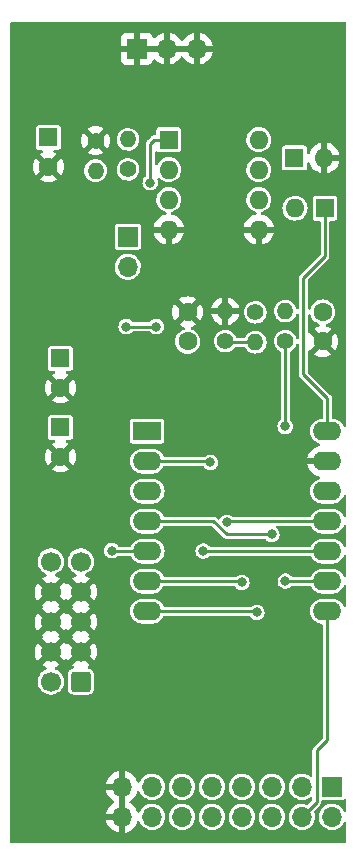
<source format=gbl>
%TF.GenerationSoftware,KiCad,Pcbnew,(6.0.1)*%
%TF.CreationDate,2022-10-15T09:01:03-04:00*%
%TF.ProjectId,SYNTH-VCO-DB-03,53594e54-482d-4564-934f-2d44422d3033,1*%
%TF.SameCoordinates,Original*%
%TF.FileFunction,Copper,L2,Bot*%
%TF.FilePolarity,Positive*%
%FSLAX46Y46*%
G04 Gerber Fmt 4.6, Leading zero omitted, Abs format (unit mm)*
G04 Created by KiCad (PCBNEW (6.0.1)) date 2022-10-15 09:01:03*
%MOMM*%
%LPD*%
G01*
G04 APERTURE LIST*
G04 Aperture macros list*
%AMRoundRect*
0 Rectangle with rounded corners*
0 $1 Rounding radius*
0 $2 $3 $4 $5 $6 $7 $8 $9 X,Y pos of 4 corners*
0 Add a 4 corners polygon primitive as box body*
4,1,4,$2,$3,$4,$5,$6,$7,$8,$9,$2,$3,0*
0 Add four circle primitives for the rounded corners*
1,1,$1+$1,$2,$3*
1,1,$1+$1,$4,$5*
1,1,$1+$1,$6,$7*
1,1,$1+$1,$8,$9*
0 Add four rect primitives between the rounded corners*
20,1,$1+$1,$2,$3,$4,$5,0*
20,1,$1+$1,$4,$5,$6,$7,0*
20,1,$1+$1,$6,$7,$8,$9,0*
20,1,$1+$1,$8,$9,$2,$3,0*%
G04 Aperture macros list end*
%TA.AperFunction,ComponentPad*%
%ADD10R,1.700000X1.700000*%
%TD*%
%TA.AperFunction,ComponentPad*%
%ADD11O,1.700000X1.700000*%
%TD*%
%TA.AperFunction,ComponentPad*%
%ADD12R,1.600000X1.600000*%
%TD*%
%TA.AperFunction,ComponentPad*%
%ADD13C,1.600000*%
%TD*%
%TA.AperFunction,ComponentPad*%
%ADD14O,1.600000X1.600000*%
%TD*%
%TA.AperFunction,ComponentPad*%
%ADD15C,1.400000*%
%TD*%
%TA.AperFunction,ComponentPad*%
%ADD16O,1.400000X1.400000*%
%TD*%
%TA.AperFunction,ComponentPad*%
%ADD17RoundRect,0.250000X0.600000X0.600000X-0.600000X0.600000X-0.600000X-0.600000X0.600000X-0.600000X0*%
%TD*%
%TA.AperFunction,ComponentPad*%
%ADD18C,1.700000*%
%TD*%
%TA.AperFunction,ComponentPad*%
%ADD19R,2.400000X1.600000*%
%TD*%
%TA.AperFunction,ComponentPad*%
%ADD20O,2.400000X1.600000*%
%TD*%
%TA.AperFunction,ViaPad*%
%ADD21C,0.800000*%
%TD*%
%TA.AperFunction,Conductor*%
%ADD22C,0.250000*%
%TD*%
G04 APERTURE END LIST*
D10*
%TO.P,J2,1,Pin_1*%
%TO.N,GND*%
X86500000Y-42500000D03*
D11*
%TO.P,J2,2,Pin_2*%
X89040000Y-42500000D03*
%TO.P,J2,3,Pin_3*%
X91580000Y-42500000D03*
%TD*%
D12*
%TO.P,C11,1*%
%TO.N,+5V*%
X79000000Y-50000000D03*
D13*
%TO.P,C11,2*%
%TO.N,GND*%
X79000000Y-52500000D03*
%TD*%
D12*
%TO.P,C9,1*%
%TO.N,+3V3*%
X80022000Y-74552888D03*
D13*
%TO.P,C9,2*%
%TO.N,GND*%
X80022000Y-77052888D03*
%TD*%
D12*
%TO.P,D1,1,K*%
%TO.N,/AUD_OUT*%
X99824315Y-51750000D03*
D14*
%TO.P,D1,2,A*%
%TO.N,GND*%
X102364315Y-51750000D03*
%TD*%
D10*
%TO.P,J1,1,Pin_1*%
%TO.N,+3V3*%
X103000000Y-105000000D03*
D11*
%TO.P,J1,2,Pin_2*%
X103000000Y-107540000D03*
%TO.P,J1,3,Pin_3*%
%TO.N,unconnected-(J1-Pad3)*%
X100460000Y-105000000D03*
%TO.P,J1,4,Pin_4*%
%TO.N,/OCT_DN_PB*%
X100460000Y-107540000D03*
%TO.P,J1,5,Pin_5*%
%TO.N,/MOD_POT*%
X97920000Y-105000000D03*
%TO.P,J1,6,Pin_6*%
%TO.N,/OCT_UP_PB*%
X97920000Y-107540000D03*
%TO.P,J1,7,Pin_7*%
%TO.N,/GATE_CTL*%
X95380000Y-105000000D03*
%TO.P,J1,8,Pin_8*%
%TO.N,/MODE_UP_PB*%
X95380000Y-107540000D03*
%TO.P,J1,9,Pin_9*%
%TO.N,/FREQ_POT*%
X92840000Y-105000000D03*
%TO.P,J1,10,Pin_10*%
%TO.N,/MODE_DN_PB*%
X92840000Y-107540000D03*
%TO.P,J1,11,Pin_11*%
%TO.N,/VPEROCT_CV*%
X90300000Y-105000000D03*
%TO.P,J1,12,Pin_12*%
%TO.N,/MOD_CV*%
X90300000Y-107540000D03*
%TO.P,J1,13,Pin_13*%
%TO.N,/AUD_OUT*%
X87760000Y-105000000D03*
%TO.P,J1,14,Pin_14*%
%TO.N,/TIMBRE_PB*%
X87760000Y-107540000D03*
%TO.P,J1,15,Pin_15*%
%TO.N,GND*%
X85220000Y-105000000D03*
%TO.P,J1,16,Pin_16*%
X85220000Y-107540000D03*
%TD*%
D15*
%TO.P,R3,1*%
%TO.N,Net-(R2-Pad2)*%
X85750000Y-52720000D03*
D16*
%TO.P,R3,2*%
%TO.N,/AUD_OUT*%
X85750000Y-50180000D03*
%TD*%
D13*
%TO.P,C2,1*%
%TO.N,Net-(C2-Pad1)*%
X102235000Y-64789990D03*
%TO.P,C2,2*%
%TO.N,GND*%
X102235000Y-67289990D03*
%TD*%
D15*
%TO.P,R5,1*%
%TO.N,Net-(C2-Pad1)*%
X96520000Y-64820000D03*
D16*
%TO.P,R5,2*%
%TO.N,/PRE_FILT*%
X96520000Y-67360000D03*
%TD*%
D12*
%TO.P,D2,1,K*%
%TO.N,+5V*%
X102425686Y-56000000D03*
D14*
%TO.P,D2,2,A*%
%TO.N,/AUD_OUT*%
X99885686Y-56000000D03*
%TD*%
D12*
%TO.P,U1,1*%
%TO.N,/AUD_OUT*%
X89200000Y-50200000D03*
D14*
%TO.P,U1,2,-*%
%TO.N,Net-(R2-Pad2)*%
X89200000Y-52740000D03*
%TO.P,U1,3,+*%
%TO.N,/PRE_FILT*%
X89200000Y-55280000D03*
%TO.P,U1,4,V-*%
%TO.N,GND*%
X89200000Y-57820000D03*
%TO.P,U1,5,+*%
X96820000Y-57820000D03*
%TO.P,U1,6,-*%
%TO.N,unconnected-(U1-Pad6)*%
X96820000Y-55280000D03*
%TO.P,U1,7*%
%TO.N,unconnected-(U1-Pad7)*%
X96820000Y-52740000D03*
%TO.P,U1,8,V+*%
%TO.N,+5V*%
X96820000Y-50200000D03*
%TD*%
D13*
%TO.P,C3,1*%
%TO.N,/PRE_FILT*%
X90805000Y-67290010D03*
%TO.P,C3,2*%
%TO.N,GND*%
X90805000Y-64790010D03*
%TD*%
D17*
%TO.P,J5,1,Pin_1*%
%TO.N,-12V*%
X81752500Y-96080000D03*
D18*
%TO.P,J5,2,Pin_2*%
X79212500Y-96080000D03*
%TO.P,J5,3,Pin_3*%
%TO.N,GND*%
X81752500Y-93540000D03*
%TO.P,J5,4,Pin_4*%
X79212500Y-93540000D03*
%TO.P,J5,5,Pin_5*%
X81752500Y-91000000D03*
%TO.P,J5,6,Pin_6*%
X79212500Y-91000000D03*
%TO.P,J5,7,Pin_7*%
X81752500Y-88460000D03*
%TO.P,J5,8,Pin_8*%
X79212500Y-88460000D03*
%TO.P,J5,9,Pin_9*%
%TO.N,+12V*%
X81752500Y-85920000D03*
%TO.P,J5,10,Pin_10*%
X79212500Y-85920000D03*
%TD*%
D19*
%TO.P,U2,1,D0/P26*%
%TO.N,/VPEROCT_CV*%
X87380000Y-74880000D03*
D20*
%TO.P,U2,2,D1/P27*%
%TO.N,/FREQ_POT*%
X87380000Y-77420000D03*
%TO.P,U2,3,D2/P28*%
%TO.N,/MOD_CV*%
X87380000Y-79960000D03*
%TO.P,U2,4,D3/P29*%
%TO.N,/MOD_POT*%
X87380000Y-82500000D03*
%TO.P,U2,5,D4/SDA/P6*%
%TO.N,/TIMBRE_PB*%
X87380000Y-85040000D03*
%TO.P,U2,6,D5/SCL/P7*%
%TO.N,/GATE_CTL*%
X87380000Y-87580000D03*
%TO.P,U2,7,D6/TX/P0*%
%TO.N,/OCT_UP_PB*%
X87380000Y-90120000D03*
%TO.P,U2,8,D7/RX/P1*%
%TO.N,/OCT_DN_PB*%
X102620000Y-90120000D03*
%TO.P,U2,9,D8/SCK/P2*%
%TO.N,/WAV*%
X102620000Y-87580000D03*
%TO.P,U2,10,D9/MISO/P4*%
%TO.N,/MODE_DN_PB*%
X102620000Y-85040000D03*
%TO.P,U2,11,D10/MOSI/P3*%
%TO.N,/MODE_UP_PB*%
X102620000Y-82500000D03*
%TO.P,U2,12,3.3V*%
%TO.N,+3V3*%
X102620000Y-79960000D03*
%TO.P,U2,13,GND*%
%TO.N,GND*%
X102620000Y-77420000D03*
%TO.P,U2,14,5V*%
%TO.N,+5V*%
X102620000Y-74880000D03*
%TD*%
D10*
%TO.P,H1,1,Pin_1*%
%TO.N,+5V*%
X85725000Y-58415000D03*
D11*
%TO.P,H1,2,Pin_2*%
%TO.N,Net-(C10-Pad1)*%
X85725000Y-60955000D03*
%TD*%
D15*
%TO.P,R2,1*%
%TO.N,GND*%
X83000000Y-50280000D03*
D16*
%TO.P,R2,2*%
%TO.N,Net-(R2-Pad2)*%
X83000000Y-52820000D03*
%TD*%
D15*
%TO.P,R6,1*%
%TO.N,/PRE_FILT*%
X93980000Y-67260000D03*
D16*
%TO.P,R6,2*%
%TO.N,GND*%
X93980000Y-64720000D03*
%TD*%
D15*
%TO.P,R4,1*%
%TO.N,/WAV*%
X99060000Y-67260000D03*
D16*
%TO.P,R4,2*%
%TO.N,Net-(C2-Pad1)*%
X99060000Y-64720000D03*
%TD*%
D12*
%TO.P,C10,1*%
%TO.N,Net-(C10-Pad1)*%
X80022000Y-68710888D03*
D13*
%TO.P,C10,2*%
%TO.N,GND*%
X80022000Y-71210888D03*
%TD*%
D21*
%TO.N,GND*%
X77216000Y-66040000D03*
%TO.N,/GATE_CTL*%
X95389000Y-87696000D03*
%TO.N,/FREQ_POT*%
X92722000Y-77536000D03*
%TO.N,/MOD_POT*%
X97929000Y-83632000D03*
%TO.N,/AUD_OUT*%
X87630000Y-53848000D03*
X88138000Y-66040000D03*
X85598000Y-66040000D03*
%TO.N,/TIMBRE_PB*%
X84377500Y-85000000D03*
%TO.N,/MODE_UP_PB*%
X94119000Y-82616000D03*
%TO.N,/MODE_DN_PB*%
X92115500Y-85029000D03*
%TO.N,/OCT_UP_PB*%
X96659000Y-90236000D03*
%TO.N,/WAV*%
X99060000Y-74476000D03*
X99072000Y-87569000D03*
%TD*%
D22*
%TO.N,+5V*%
X102620000Y-74880000D02*
X102620000Y-72067000D01*
X102425686Y-60085314D02*
X102425686Y-56000000D01*
X102620000Y-72067000D02*
X100596000Y-70043000D01*
X100596000Y-61915000D02*
X102425686Y-60085314D01*
X100596000Y-70043000D02*
X100596000Y-61915000D01*
%TO.N,/GATE_CTL*%
X95389000Y-87696000D02*
X95273000Y-87580000D01*
X95273000Y-87580000D02*
X87380000Y-87580000D01*
%TO.N,/FREQ_POT*%
X92606000Y-77420000D02*
X87380000Y-77420000D01*
X92722000Y-77536000D02*
X92606000Y-77420000D01*
%TO.N,/MOD_POT*%
X94110386Y-83632000D02*
X92967386Y-82489000D01*
X92956386Y-82500000D02*
X87380000Y-82500000D01*
X97929000Y-83632000D02*
X94110386Y-83632000D01*
X92967386Y-82489000D02*
X92956386Y-82500000D01*
%TO.N,/PRE_FILT*%
X96520000Y-67360013D02*
X94080000Y-67360013D01*
%TO.N,/AUD_OUT*%
X87976000Y-50200000D02*
X89200000Y-50200000D01*
X87630000Y-53848000D02*
X87630000Y-50546000D01*
X87630000Y-50546000D02*
X87976000Y-50200000D01*
X85598000Y-66040000D02*
X88138000Y-66040000D01*
%TO.N,/TIMBRE_PB*%
X84417500Y-85040000D02*
X87380000Y-85040000D01*
X84377500Y-85000000D02*
X84417500Y-85040000D01*
%TO.N,/MODE_UP_PB*%
X94119000Y-82616000D02*
X94235000Y-82500000D01*
X94235000Y-82500000D02*
X102620000Y-82500000D01*
%TO.N,/MODE_DN_PB*%
X92115500Y-85029000D02*
X92126500Y-85040000D01*
X92126500Y-85040000D02*
X102620000Y-85040000D01*
%TO.N,/OCT_UP_PB*%
X96543000Y-90120000D02*
X87380000Y-90120000D01*
X96659000Y-90236000D02*
X96543000Y-90120000D01*
%TO.N,/OCT_DN_PB*%
X101739000Y-101920000D02*
X102628000Y-101031000D01*
X102620000Y-90120000D02*
X102620000Y-101039000D01*
X101739000Y-106261000D02*
X101739000Y-101920000D01*
X100460000Y-107540000D02*
X101739000Y-106261000D01*
%TO.N,/WAV*%
X99072000Y-87569000D02*
X99083000Y-87580000D01*
X99083000Y-87580000D02*
X102620000Y-87580000D01*
X99060000Y-67260000D02*
X99060000Y-74476000D01*
%TD*%
%TA.AperFunction,Conductor*%
%TO.N,GND*%
G36*
X104188121Y-40274002D02*
G01*
X104234614Y-40327658D01*
X104246000Y-40380000D01*
X104246000Y-74439275D01*
X104225998Y-74507396D01*
X104172342Y-74553889D01*
X104102068Y-74563993D01*
X104037488Y-74534499D01*
X104003641Y-74487127D01*
X104002446Y-74483066D01*
X103979553Y-74439275D01*
X103909492Y-74305261D01*
X103909489Y-74305257D01*
X103906637Y-74299801D01*
X103901089Y-74292900D01*
X103780916Y-74143435D01*
X103777057Y-74138635D01*
X103618640Y-74005708D01*
X103437422Y-73906082D01*
X103240304Y-73843553D01*
X103234187Y-73842867D01*
X103234183Y-73842866D01*
X103111455Y-73829100D01*
X103045988Y-73801629D01*
X103005766Y-73743125D01*
X102999500Y-73703885D01*
X102999500Y-72120920D01*
X103002049Y-72096973D01*
X103002128Y-72095307D01*
X103004320Y-72085124D01*
X103003096Y-72074782D01*
X103003096Y-72074779D01*
X103000374Y-72051787D01*
X103000023Y-72045846D01*
X102999928Y-72045854D01*
X102999500Y-72040674D01*
X102999500Y-72035476D01*
X102996329Y-72016424D01*
X102995492Y-72010547D01*
X102990693Y-71969997D01*
X102990692Y-71969995D01*
X102989469Y-71959659D01*
X102985508Y-71951410D01*
X102984004Y-71942374D01*
X102978575Y-71932312D01*
X102959652Y-71897240D01*
X102956957Y-71891951D01*
X102938212Y-71852915D01*
X102934780Y-71845768D01*
X102931186Y-71841492D01*
X102929246Y-71839552D01*
X102927493Y-71837641D01*
X102927444Y-71837551D01*
X102927567Y-71837439D01*
X102927095Y-71836904D01*
X102924010Y-71831186D01*
X102884413Y-71794583D01*
X102880848Y-71791154D01*
X101012405Y-69922711D01*
X100978379Y-69860399D01*
X100975500Y-69833616D01*
X100975500Y-68376052D01*
X101513493Y-68376052D01*
X101522789Y-68388067D01*
X101573994Y-68423921D01*
X101583489Y-68429404D01*
X101780947Y-68521480D01*
X101791239Y-68525226D01*
X102001688Y-68581615D01*
X102012481Y-68583518D01*
X102229525Y-68602507D01*
X102240475Y-68602507D01*
X102457519Y-68583518D01*
X102468312Y-68581615D01*
X102678761Y-68525226D01*
X102689053Y-68521480D01*
X102886511Y-68429404D01*
X102896006Y-68423921D01*
X102948048Y-68387481D01*
X102956424Y-68377002D01*
X102949356Y-68363556D01*
X102247812Y-67662012D01*
X102233868Y-67654398D01*
X102232035Y-67654529D01*
X102225420Y-67658780D01*
X101519923Y-68364277D01*
X101513493Y-68376052D01*
X100975500Y-68376052D01*
X100975500Y-68134618D01*
X100995502Y-68066497D01*
X101049158Y-68020004D01*
X101114472Y-68009288D01*
X101145853Y-68012536D01*
X101161434Y-68004346D01*
X101862978Y-67302802D01*
X101869356Y-67291122D01*
X102599408Y-67291122D01*
X102599539Y-67292955D01*
X102603790Y-67299570D01*
X103309287Y-68005067D01*
X103321062Y-68011497D01*
X103333077Y-68002201D01*
X103368931Y-67950996D01*
X103374414Y-67941501D01*
X103466490Y-67744043D01*
X103470236Y-67733751D01*
X103526625Y-67523302D01*
X103528528Y-67512509D01*
X103547517Y-67295465D01*
X103547517Y-67284515D01*
X103528528Y-67067471D01*
X103526625Y-67056678D01*
X103470236Y-66846229D01*
X103466490Y-66835937D01*
X103374414Y-66638479D01*
X103368931Y-66628984D01*
X103332491Y-66576942D01*
X103322012Y-66568566D01*
X103308566Y-66575634D01*
X102607022Y-67277178D01*
X102599408Y-67291122D01*
X101869356Y-67291122D01*
X101870592Y-67288858D01*
X101870461Y-67287025D01*
X101866210Y-67280410D01*
X101160713Y-66574913D01*
X101146769Y-66567299D01*
X101117643Y-66569382D01*
X101112489Y-66571398D01*
X101042883Y-66557413D01*
X100991888Y-66508017D01*
X100975500Y-66445878D01*
X100975500Y-65119969D01*
X100995502Y-65051848D01*
X101049158Y-65005355D01*
X101119432Y-64995251D01*
X101184012Y-65024745D01*
X101222619Y-65085239D01*
X101249807Y-65180056D01*
X101252625Y-65185538D01*
X101252626Y-65185542D01*
X101341514Y-65358499D01*
X101341517Y-65358503D01*
X101344334Y-65363985D01*
X101472786Y-65526051D01*
X101477479Y-65530045D01*
X101477480Y-65530046D01*
X101594703Y-65629810D01*
X101630271Y-65660081D01*
X101810789Y-65760970D01*
X101890976Y-65787024D01*
X101892933Y-65787660D01*
X101951539Y-65827733D01*
X101979176Y-65893130D01*
X101967069Y-65963087D01*
X101919063Y-66015393D01*
X101886608Y-66029200D01*
X101791239Y-66054754D01*
X101780947Y-66058500D01*
X101583489Y-66150576D01*
X101573994Y-66156059D01*
X101521952Y-66192499D01*
X101513576Y-66202978D01*
X101520644Y-66216424D01*
X102222188Y-66917968D01*
X102236132Y-66925582D01*
X102237965Y-66925451D01*
X102244580Y-66921200D01*
X102950077Y-66215703D01*
X102956507Y-66203928D01*
X102947211Y-66191913D01*
X102896006Y-66156059D01*
X102886511Y-66150576D01*
X102689053Y-66058500D01*
X102678761Y-66054754D01*
X102586709Y-66030089D01*
X102526086Y-65993137D01*
X102495065Y-65929277D01*
X102503493Y-65858782D01*
X102548696Y-65804035D01*
X102585435Y-65787024D01*
X102612237Y-65779541D01*
X102612239Y-65779540D01*
X102618178Y-65777882D01*
X102623682Y-65775102D01*
X102623684Y-65775101D01*
X102797262Y-65687421D01*
X102797264Y-65687420D01*
X102802763Y-65684642D01*
X102965722Y-65557324D01*
X102969748Y-65552660D01*
X102969751Y-65552657D01*
X103096819Y-65405447D01*
X103096820Y-65405445D01*
X103100848Y-65400779D01*
X103195544Y-65234085D01*
X103199950Y-65226330D01*
X103199952Y-65226326D01*
X103202995Y-65220969D01*
X103254163Y-65067151D01*
X103266325Y-65030591D01*
X103266326Y-65030588D01*
X103268270Y-65024743D01*
X103294189Y-64819576D01*
X103294602Y-64789990D01*
X103274422Y-64584179D01*
X103214651Y-64386207D01*
X103160550Y-64284458D01*
X103120459Y-64209057D01*
X103120457Y-64209054D01*
X103117565Y-64203615D01*
X103113674Y-64198845D01*
X103113672Y-64198841D01*
X102990758Y-64048133D01*
X102990755Y-64048130D01*
X102986863Y-64043358D01*
X102976441Y-64034736D01*
X102832271Y-63915468D01*
X102832266Y-63915465D01*
X102827522Y-63911540D01*
X102822103Y-63908610D01*
X102822100Y-63908608D01*
X102651032Y-63816112D01*
X102651027Y-63816110D01*
X102645612Y-63813182D01*
X102448063Y-63752030D01*
X102441938Y-63751386D01*
X102441937Y-63751386D01*
X102248526Y-63731058D01*
X102248524Y-63731058D01*
X102242397Y-63730414D01*
X102116229Y-63741896D01*
X102042591Y-63748597D01*
X102042590Y-63748597D01*
X102036450Y-63749156D01*
X101838066Y-63807544D01*
X101832601Y-63810401D01*
X101660261Y-63900498D01*
X101660257Y-63900501D01*
X101654801Y-63903353D01*
X101493635Y-64032933D01*
X101360708Y-64191350D01*
X101261082Y-64372568D01*
X101256756Y-64386207D01*
X101221602Y-64497026D01*
X101181939Y-64555910D01*
X101116737Y-64584003D01*
X101046697Y-64572386D01*
X100994057Y-64524746D01*
X100975500Y-64458928D01*
X100975500Y-62124384D01*
X100995502Y-62056263D01*
X101012405Y-62035289D01*
X102655902Y-60391792D01*
X102674650Y-60376650D01*
X102675875Y-60375535D01*
X102684626Y-60369885D01*
X102691073Y-60361707D01*
X102691075Y-60361705D01*
X102705415Y-60343514D01*
X102709361Y-60339073D01*
X102709288Y-60339011D01*
X102712647Y-60335047D01*
X102716324Y-60331370D01*
X102727578Y-60315622D01*
X102731084Y-60310952D01*
X102762842Y-60270667D01*
X102765874Y-60262033D01*
X102771200Y-60254580D01*
X102785889Y-60205464D01*
X102787722Y-60199822D01*
X102802076Y-60158947D01*
X102802076Y-60158946D01*
X102804704Y-60151463D01*
X102805186Y-60145898D01*
X102805186Y-60143190D01*
X102805300Y-60140556D01*
X102805329Y-60140458D01*
X102805493Y-60140465D01*
X102805537Y-60139761D01*
X102807399Y-60133536D01*
X102805283Y-60079679D01*
X102805186Y-60074732D01*
X102805186Y-57180499D01*
X102825188Y-57112378D01*
X102878844Y-57065885D01*
X102931186Y-57054499D01*
X103250752Y-57054499D01*
X103286504Y-57047388D01*
X103312812Y-57042156D01*
X103312814Y-57042155D01*
X103324987Y-57039734D01*
X103335307Y-57032839D01*
X103335308Y-57032838D01*
X103398854Y-56990377D01*
X103409170Y-56983484D01*
X103465420Y-56899301D01*
X103480186Y-56825067D01*
X103480185Y-55174934D01*
X103473074Y-55139182D01*
X103467842Y-55112874D01*
X103467841Y-55112872D01*
X103465420Y-55100699D01*
X103451805Y-55080322D01*
X103416063Y-55026832D01*
X103409170Y-55016516D01*
X103324987Y-54960266D01*
X103250753Y-54945500D01*
X102425820Y-54945500D01*
X101600620Y-54945501D01*
X101564868Y-54952612D01*
X101538560Y-54957844D01*
X101538558Y-54957845D01*
X101526385Y-54960266D01*
X101516065Y-54967161D01*
X101516064Y-54967162D01*
X101455671Y-55007516D01*
X101442202Y-55016516D01*
X101385952Y-55100699D01*
X101371186Y-55174933D01*
X101371187Y-56825066D01*
X101385952Y-56899301D01*
X101442202Y-56983484D01*
X101526385Y-57039734D01*
X101600619Y-57054500D01*
X101920186Y-57054500D01*
X101988307Y-57074502D01*
X102034800Y-57128158D01*
X102046186Y-57180500D01*
X102046186Y-59875930D01*
X102026184Y-59944051D01*
X102009281Y-59965025D01*
X100365784Y-61608522D01*
X100347036Y-61623664D01*
X100345811Y-61624779D01*
X100337060Y-61630429D01*
X100330613Y-61638607D01*
X100330611Y-61638609D01*
X100316271Y-61656800D01*
X100312325Y-61661241D01*
X100312398Y-61661303D01*
X100309039Y-61665267D01*
X100305362Y-61668944D01*
X100294108Y-61684692D01*
X100290602Y-61689362D01*
X100258844Y-61729647D01*
X100255812Y-61738281D01*
X100250486Y-61745734D01*
X100247501Y-61755715D01*
X100235799Y-61794844D01*
X100233964Y-61800492D01*
X100219610Y-61841367D01*
X100216982Y-61848851D01*
X100216500Y-61854416D01*
X100216500Y-61857124D01*
X100216386Y-61859758D01*
X100216357Y-61859856D01*
X100216193Y-61859849D01*
X100216149Y-61860553D01*
X100214287Y-61866778D01*
X100214696Y-61877183D01*
X100216403Y-61920635D01*
X100216500Y-61925582D01*
X100216500Y-64394698D01*
X100196498Y-64462819D01*
X100142842Y-64509312D01*
X100072568Y-64519416D01*
X100007988Y-64489922D01*
X99969878Y-64431116D01*
X99965915Y-64417988D01*
X99946749Y-64354509D01*
X99923390Y-64310577D01*
X99861764Y-64194674D01*
X99861762Y-64194671D01*
X99858870Y-64189232D01*
X99854980Y-64184462D01*
X99854977Y-64184458D01*
X99744457Y-64048948D01*
X99744454Y-64048945D01*
X99740562Y-64044173D01*
X99726976Y-64032933D01*
X99613133Y-63938754D01*
X99596332Y-63924855D01*
X99431673Y-63835824D01*
X99299729Y-63794981D01*
X99258744Y-63782294D01*
X99258741Y-63782293D01*
X99252857Y-63780472D01*
X99246732Y-63779828D01*
X99246731Y-63779828D01*
X99072824Y-63761549D01*
X99072823Y-63761549D01*
X99066696Y-63760905D01*
X98990143Y-63767872D01*
X98886418Y-63777312D01*
X98886415Y-63777313D01*
X98880279Y-63777871D01*
X98874373Y-63779609D01*
X98874369Y-63779610D01*
X98769750Y-63810401D01*
X98700708Y-63830721D01*
X98534822Y-63917444D01*
X98530022Y-63921304D01*
X98530021Y-63921304D01*
X98508318Y-63938754D01*
X98388940Y-64034736D01*
X98268619Y-64178130D01*
X98265655Y-64183522D01*
X98265652Y-64183526D01*
X98207540Y-64289232D01*
X98178441Y-64342163D01*
X98176580Y-64348030D01*
X98176579Y-64348032D01*
X98141401Y-64458928D01*
X98121841Y-64520588D01*
X98100975Y-64706609D01*
X98101491Y-64712752D01*
X98110166Y-64816052D01*
X98116639Y-64893139D01*
X98118338Y-64899064D01*
X98158276Y-65038343D01*
X98168235Y-65073075D01*
X98171050Y-65078552D01*
X98171051Y-65078555D01*
X98250821Y-65233771D01*
X98253797Y-65239562D01*
X98257620Y-65244386D01*
X98257623Y-65244390D01*
X98280194Y-65272867D01*
X98370068Y-65386259D01*
X98374762Y-65390254D01*
X98502081Y-65498611D01*
X98512618Y-65507579D01*
X98517996Y-65510585D01*
X98517998Y-65510586D01*
X98545670Y-65526051D01*
X98676018Y-65598900D01*
X98854043Y-65656744D01*
X99039914Y-65678908D01*
X99046049Y-65678436D01*
X99046051Y-65678436D01*
X99220408Y-65665020D01*
X99220413Y-65665019D01*
X99226549Y-65664547D01*
X99232479Y-65662891D01*
X99232481Y-65662891D01*
X99400913Y-65615864D01*
X99400912Y-65615864D01*
X99406841Y-65614209D01*
X99414014Y-65610586D01*
X99528692Y-65552657D01*
X99573921Y-65529810D01*
X99588577Y-65518360D01*
X99716571Y-65418360D01*
X99716572Y-65418360D01*
X99721427Y-65414566D01*
X99843738Y-65272867D01*
X99936198Y-65110108D01*
X99970942Y-65005663D01*
X100011423Y-64947339D01*
X100077011Y-64920159D01*
X100146882Y-64932754D01*
X100198851Y-64981124D01*
X100216500Y-65045435D01*
X100216500Y-66934698D01*
X100196498Y-67002819D01*
X100142842Y-67049312D01*
X100072568Y-67059416D01*
X100007988Y-67029922D01*
X99969878Y-66971116D01*
X99956131Y-66925582D01*
X99946749Y-66894509D01*
X99937316Y-66876768D01*
X99861764Y-66734674D01*
X99861762Y-66734671D01*
X99858870Y-66729232D01*
X99854980Y-66724462D01*
X99854977Y-66724458D01*
X99744457Y-66588948D01*
X99744454Y-66588945D01*
X99740562Y-66584173D01*
X99731822Y-66576942D01*
X99609591Y-66475824D01*
X99596332Y-66464855D01*
X99431673Y-66375824D01*
X99313743Y-66339319D01*
X99258744Y-66322294D01*
X99258741Y-66322293D01*
X99252857Y-66320472D01*
X99246732Y-66319828D01*
X99246731Y-66319828D01*
X99072824Y-66301549D01*
X99072823Y-66301549D01*
X99066696Y-66300905D01*
X99012659Y-66305823D01*
X98886418Y-66317312D01*
X98886415Y-66317313D01*
X98880279Y-66317871D01*
X98874373Y-66319609D01*
X98874369Y-66319610D01*
X98745208Y-66357624D01*
X98700708Y-66370721D01*
X98534822Y-66457444D01*
X98530022Y-66461304D01*
X98530021Y-66461304D01*
X98520718Y-66468784D01*
X98388940Y-66574736D01*
X98268619Y-66718130D01*
X98265655Y-66723522D01*
X98265652Y-66723526D01*
X98207540Y-66829232D01*
X98178441Y-66882163D01*
X98176580Y-66888030D01*
X98176579Y-66888032D01*
X98140931Y-67000409D01*
X98121841Y-67060588D01*
X98100975Y-67246609D01*
X98116639Y-67433139D01*
X98118338Y-67439064D01*
X98158276Y-67578343D01*
X98168235Y-67613075D01*
X98171050Y-67618552D01*
X98171051Y-67618555D01*
X98232293Y-67737720D01*
X98253797Y-67779562D01*
X98257620Y-67784386D01*
X98257623Y-67784390D01*
X98336883Y-67884390D01*
X98370068Y-67926259D01*
X98374762Y-67930254D01*
X98480218Y-68020004D01*
X98512618Y-68047579D01*
X98517996Y-68050585D01*
X98517998Y-68050586D01*
X98530090Y-68057344D01*
X98615971Y-68105341D01*
X98665676Y-68156033D01*
X98680500Y-68215328D01*
X98680500Y-73881187D01*
X98660498Y-73949308D01*
X98637330Y-73976135D01*
X98570039Y-74034838D01*
X98478950Y-74164444D01*
X98476190Y-74171524D01*
X98426177Y-74299801D01*
X98421406Y-74312037D01*
X98400729Y-74469096D01*
X98418113Y-74626553D01*
X98420723Y-74633684D01*
X98420723Y-74633686D01*
X98430738Y-74661052D01*
X98472553Y-74775319D01*
X98476789Y-74781622D01*
X98476789Y-74781623D01*
X98533807Y-74866474D01*
X98560908Y-74906805D01*
X98566527Y-74911918D01*
X98566528Y-74911919D01*
X98577903Y-74922269D01*
X98678076Y-75013419D01*
X98817293Y-75089008D01*
X98970522Y-75129207D01*
X99054477Y-75130526D01*
X99121319Y-75131576D01*
X99121322Y-75131576D01*
X99128916Y-75131695D01*
X99283332Y-75096329D01*
X99353742Y-75060917D01*
X99418072Y-75028563D01*
X99418075Y-75028561D01*
X99424855Y-75025151D01*
X99430626Y-75020222D01*
X99430629Y-75020220D01*
X99539536Y-74927204D01*
X99539536Y-74927203D01*
X99545314Y-74922269D01*
X99637755Y-74793624D01*
X99696842Y-74646641D01*
X99719162Y-74489807D01*
X99719307Y-74476000D01*
X99717561Y-74461565D01*
X99701188Y-74326273D01*
X99700276Y-74318733D01*
X99644280Y-74170546D01*
X99569074Y-74061120D01*
X99558855Y-74046251D01*
X99558854Y-74046249D01*
X99554553Y-74039992D01*
X99481681Y-73975065D01*
X99444126Y-73914816D01*
X99439500Y-73880989D01*
X99439500Y-68215227D01*
X99459502Y-68147106D01*
X99508688Y-68102762D01*
X99573921Y-68069810D01*
X99721427Y-67954566D01*
X99834334Y-67823762D01*
X99839709Y-67817535D01*
X99839710Y-67817533D01*
X99843738Y-67812867D01*
X99936198Y-67650108D01*
X99970942Y-67545663D01*
X100011423Y-67487339D01*
X100077011Y-67460159D01*
X100146882Y-67472754D01*
X100198851Y-67521124D01*
X100216500Y-67585435D01*
X100216500Y-69989080D01*
X100213951Y-70013028D01*
X100213872Y-70014693D01*
X100211680Y-70024876D01*
X100212904Y-70035217D01*
X100215627Y-70058223D01*
X100215977Y-70064154D01*
X100216072Y-70064146D01*
X100216500Y-70069324D01*
X100216500Y-70074524D01*
X100217354Y-70079653D01*
X100217354Y-70079656D01*
X100219669Y-70093565D01*
X100220506Y-70099443D01*
X100222158Y-70113397D01*
X100226530Y-70150341D01*
X100230493Y-70158593D01*
X100231996Y-70167626D01*
X100236943Y-70176795D01*
X100236944Y-70176797D01*
X100256334Y-70212732D01*
X100259031Y-70218025D01*
X100277785Y-70257082D01*
X100277788Y-70257086D01*
X100281219Y-70264232D01*
X100284814Y-70268508D01*
X100286737Y-70270431D01*
X100288509Y-70272363D01*
X100288552Y-70272442D01*
X100288428Y-70272555D01*
X100288904Y-70273095D01*
X100291990Y-70278814D01*
X100299635Y-70285881D01*
X100331586Y-70315416D01*
X100335152Y-70318846D01*
X102203595Y-72187289D01*
X102237621Y-72249601D01*
X102240500Y-72276384D01*
X102240500Y-73704138D01*
X102220498Y-73772259D01*
X102166842Y-73818752D01*
X102126796Y-73829537D01*
X102014189Y-73840578D01*
X101816217Y-73900349D01*
X101744511Y-73938476D01*
X101639067Y-73994541D01*
X101639064Y-73994543D01*
X101633625Y-73997435D01*
X101628855Y-74001326D01*
X101628851Y-74001328D01*
X101478143Y-74124242D01*
X101478140Y-74124245D01*
X101473368Y-74128137D01*
X101469441Y-74132884D01*
X101469439Y-74132886D01*
X101345478Y-74282729D01*
X101345475Y-74282734D01*
X101341550Y-74287478D01*
X101338620Y-74292897D01*
X101338618Y-74292900D01*
X101246122Y-74463968D01*
X101246120Y-74463973D01*
X101243192Y-74469388D01*
X101182040Y-74666937D01*
X101181396Y-74673062D01*
X101181396Y-74673063D01*
X101171399Y-74768185D01*
X101160424Y-74872603D01*
X101162963Y-74900500D01*
X101173569Y-75017042D01*
X101179166Y-75078550D01*
X101237554Y-75276934D01*
X101240411Y-75282399D01*
X101330508Y-75454739D01*
X101330511Y-75454743D01*
X101333363Y-75460199D01*
X101337223Y-75464999D01*
X101337223Y-75465000D01*
X101343271Y-75472522D01*
X101462943Y-75621365D01*
X101621360Y-75754292D01*
X101802578Y-75853918D01*
X101808451Y-75855781D01*
X101945187Y-75899156D01*
X102004072Y-75938819D01*
X102032164Y-76004021D01*
X102020547Y-76074061D01*
X101972907Y-76126701D01*
X101939700Y-76140965D01*
X101776239Y-76184764D01*
X101765947Y-76188510D01*
X101568489Y-76280586D01*
X101558993Y-76286069D01*
X101380533Y-76411028D01*
X101372125Y-76418084D01*
X101218084Y-76572125D01*
X101211028Y-76580533D01*
X101086069Y-76758993D01*
X101080586Y-76768489D01*
X100988510Y-76965947D01*
X100984764Y-76976239D01*
X100938606Y-77148503D01*
X100938942Y-77162599D01*
X100946884Y-77166000D01*
X102748000Y-77166000D01*
X102816121Y-77186002D01*
X102862614Y-77239658D01*
X102874000Y-77292000D01*
X102874000Y-77548000D01*
X102853998Y-77616121D01*
X102800342Y-77662614D01*
X102748000Y-77674000D01*
X100952033Y-77674000D01*
X100938502Y-77677973D01*
X100937273Y-77686522D01*
X100984764Y-77863761D01*
X100988510Y-77874053D01*
X101080586Y-78071511D01*
X101086069Y-78081007D01*
X101211028Y-78259467D01*
X101218084Y-78267875D01*
X101372125Y-78421916D01*
X101380533Y-78428972D01*
X101558993Y-78553931D01*
X101568489Y-78559414D01*
X101765947Y-78651490D01*
X101776236Y-78655235D01*
X101940673Y-78699296D01*
X102001295Y-78736248D01*
X102032317Y-78800109D01*
X102023888Y-78870603D01*
X101978685Y-78925350D01*
X101944481Y-78941624D01*
X101816217Y-78980349D01*
X101724921Y-79028892D01*
X101639067Y-79074541D01*
X101639064Y-79074543D01*
X101633625Y-79077435D01*
X101628855Y-79081326D01*
X101628851Y-79081328D01*
X101478143Y-79204242D01*
X101478140Y-79204245D01*
X101473368Y-79208137D01*
X101469441Y-79212884D01*
X101469439Y-79212886D01*
X101345478Y-79362729D01*
X101345475Y-79362734D01*
X101341550Y-79367478D01*
X101338620Y-79372897D01*
X101338618Y-79372900D01*
X101246122Y-79543968D01*
X101246120Y-79543973D01*
X101243192Y-79549388D01*
X101182040Y-79746937D01*
X101160424Y-79952603D01*
X101179166Y-80158550D01*
X101237554Y-80356934D01*
X101240411Y-80362399D01*
X101330508Y-80534739D01*
X101330511Y-80534743D01*
X101333363Y-80540199D01*
X101337223Y-80544999D01*
X101337223Y-80545000D01*
X101343271Y-80552522D01*
X101462943Y-80701365D01*
X101621360Y-80834292D01*
X101802578Y-80933918D01*
X101999696Y-80996447D01*
X102005813Y-80997133D01*
X102005817Y-80997134D01*
X102081837Y-81005661D01*
X102160640Y-81014500D01*
X103072034Y-81014500D01*
X103225811Y-80999422D01*
X103423783Y-80939651D01*
X103515079Y-80891108D01*
X103600933Y-80845459D01*
X103600936Y-80845457D01*
X103606375Y-80842565D01*
X103611145Y-80838674D01*
X103611149Y-80838672D01*
X103761857Y-80715758D01*
X103761860Y-80715755D01*
X103766632Y-80711863D01*
X103779288Y-80696565D01*
X103894522Y-80557271D01*
X103894525Y-80557266D01*
X103898450Y-80552522D01*
X103905113Y-80540199D01*
X103993878Y-80376032D01*
X103993880Y-80376027D01*
X103996808Y-80370612D01*
X103999636Y-80361478D01*
X104000618Y-80359997D01*
X104001018Y-80359045D01*
X104001199Y-80359121D01*
X104038885Y-80302320D01*
X104103889Y-80273772D01*
X104174008Y-80284900D01*
X104226980Y-80332170D01*
X104246000Y-80398738D01*
X104246000Y-82059275D01*
X104225998Y-82127396D01*
X104172342Y-82173889D01*
X104102068Y-82183993D01*
X104037488Y-82154499D01*
X104003641Y-82107127D01*
X104002446Y-82103066D01*
X103946615Y-81996271D01*
X103909492Y-81925261D01*
X103909489Y-81925257D01*
X103906637Y-81919801D01*
X103901089Y-81912900D01*
X103780916Y-81763435D01*
X103777057Y-81758635D01*
X103618640Y-81625708D01*
X103437422Y-81526082D01*
X103240304Y-81463553D01*
X103234187Y-81462867D01*
X103234183Y-81462866D01*
X103158163Y-81454339D01*
X103079360Y-81445500D01*
X102167966Y-81445500D01*
X102014189Y-81460578D01*
X101816217Y-81520349D01*
X101724921Y-81568892D01*
X101639067Y-81614541D01*
X101639064Y-81614543D01*
X101633625Y-81617435D01*
X101628855Y-81621326D01*
X101628851Y-81621328D01*
X101478143Y-81744242D01*
X101478140Y-81744245D01*
X101473368Y-81748137D01*
X101469441Y-81752884D01*
X101469439Y-81752886D01*
X101345478Y-81902729D01*
X101345475Y-81902734D01*
X101341550Y-81907478D01*
X101338620Y-81912897D01*
X101338618Y-81912900D01*
X101262095Y-82054428D01*
X101212100Y-82104837D01*
X101151259Y-82120500D01*
X94594769Y-82120500D01*
X94526648Y-82100498D01*
X94510950Y-82088576D01*
X94500951Y-82079667D01*
X94500945Y-82079663D01*
X94495275Y-82074611D01*
X94487889Y-82070700D01*
X94361988Y-82004039D01*
X94361989Y-82004039D01*
X94355274Y-82000484D01*
X94201633Y-81961892D01*
X94194034Y-81961852D01*
X94194033Y-81961852D01*
X94128181Y-81961507D01*
X94043221Y-81961062D01*
X94035841Y-81962834D01*
X94035839Y-81962834D01*
X93896563Y-81996271D01*
X93896560Y-81996272D01*
X93889184Y-81998043D01*
X93748414Y-82070700D01*
X93629039Y-82174838D01*
X93537950Y-82304444D01*
X93536797Y-82303633D01*
X93492734Y-82348369D01*
X93423476Y-82363985D01*
X93356769Y-82339679D01*
X93342417Y-82327337D01*
X93251395Y-82236315D01*
X93244039Y-82228295D01*
X93223959Y-82204407D01*
X93217259Y-82196436D01*
X93180161Y-82174101D01*
X93171892Y-82168669D01*
X93145128Y-82149543D01*
X93136652Y-82143486D01*
X93126674Y-82140502D01*
X93122394Y-82138405D01*
X93117940Y-82136642D01*
X93109021Y-82131272D01*
X93066670Y-82122154D01*
X93057117Y-82119700D01*
X93025588Y-82110271D01*
X93025585Y-82110271D01*
X93015608Y-82107287D01*
X93005199Y-82107696D01*
X93000463Y-82107098D01*
X92995695Y-82106873D01*
X92985510Y-82104680D01*
X92975167Y-82105904D01*
X92975164Y-82105904D01*
X92942504Y-82109770D01*
X92932649Y-82110546D01*
X92889365Y-82112247D01*
X92879649Y-82116006D01*
X92871402Y-82117714D01*
X92860577Y-82119468D01*
X92860214Y-82119511D01*
X92859959Y-82119541D01*
X92859822Y-82118375D01*
X92844907Y-82120500D01*
X88847869Y-82120500D01*
X88779748Y-82100498D01*
X88736208Y-82052876D01*
X88669494Y-81925265D01*
X88669492Y-81925261D01*
X88666637Y-81919801D01*
X88661089Y-81912900D01*
X88540916Y-81763435D01*
X88537057Y-81758635D01*
X88378640Y-81625708D01*
X88197422Y-81526082D01*
X88000304Y-81463553D01*
X87994187Y-81462867D01*
X87994183Y-81462866D01*
X87918163Y-81454339D01*
X87839360Y-81445500D01*
X86927966Y-81445500D01*
X86774189Y-81460578D01*
X86576217Y-81520349D01*
X86484921Y-81568892D01*
X86399067Y-81614541D01*
X86399064Y-81614543D01*
X86393625Y-81617435D01*
X86388855Y-81621326D01*
X86388851Y-81621328D01*
X86238143Y-81744242D01*
X86238140Y-81744245D01*
X86233368Y-81748137D01*
X86229441Y-81752884D01*
X86229439Y-81752886D01*
X86105478Y-81902729D01*
X86105475Y-81902734D01*
X86101550Y-81907478D01*
X86098620Y-81912897D01*
X86098618Y-81912900D01*
X86006122Y-82083968D01*
X86006120Y-82083973D01*
X86003192Y-82089388D01*
X85942040Y-82286937D01*
X85941396Y-82293062D01*
X85941396Y-82293063D01*
X85924688Y-82452037D01*
X85920424Y-82492603D01*
X85939166Y-82698550D01*
X85997554Y-82896934D01*
X86000411Y-82902399D01*
X86090508Y-83074739D01*
X86090511Y-83074743D01*
X86093363Y-83080199D01*
X86097223Y-83084999D01*
X86097223Y-83085000D01*
X86099645Y-83088012D01*
X86222943Y-83241365D01*
X86381360Y-83374292D01*
X86562578Y-83473918D01*
X86759696Y-83536447D01*
X86765813Y-83537133D01*
X86765817Y-83537134D01*
X86841837Y-83545661D01*
X86920640Y-83554500D01*
X87832034Y-83554500D01*
X87985811Y-83539422D01*
X88183783Y-83479651D01*
X88275079Y-83431108D01*
X88360933Y-83385459D01*
X88360936Y-83385457D01*
X88366375Y-83382565D01*
X88371145Y-83378674D01*
X88371149Y-83378672D01*
X88521857Y-83255758D01*
X88521860Y-83255755D01*
X88526632Y-83251863D01*
X88570405Y-83198951D01*
X88654522Y-83097271D01*
X88654525Y-83097266D01*
X88658450Y-83092522D01*
X88668068Y-83074735D01*
X88725596Y-82968337D01*
X88737906Y-82945571D01*
X88787900Y-82895163D01*
X88848741Y-82879500D01*
X92769002Y-82879500D01*
X92837123Y-82899502D01*
X92858097Y-82916405D01*
X93803908Y-83862216D01*
X93819050Y-83880964D01*
X93820165Y-83882189D01*
X93825815Y-83890940D01*
X93833993Y-83897387D01*
X93833995Y-83897389D01*
X93852186Y-83911729D01*
X93856627Y-83915675D01*
X93856689Y-83915602D01*
X93860653Y-83918961D01*
X93864330Y-83922638D01*
X93880078Y-83933892D01*
X93884748Y-83937398D01*
X93925033Y-83969156D01*
X93933667Y-83972188D01*
X93941120Y-83977514D01*
X93990236Y-83992203D01*
X93995878Y-83994036D01*
X94036753Y-84008390D01*
X94044237Y-84011018D01*
X94049802Y-84011500D01*
X94052510Y-84011500D01*
X94055144Y-84011614D01*
X94055242Y-84011643D01*
X94055235Y-84011807D01*
X94055939Y-84011851D01*
X94062164Y-84013713D01*
X94116021Y-84011597D01*
X94120968Y-84011500D01*
X97329141Y-84011500D01*
X97397262Y-84031502D01*
X97424522Y-84055169D01*
X97425672Y-84056501D01*
X97429908Y-84062805D01*
X97547076Y-84169419D01*
X97686293Y-84245008D01*
X97839522Y-84285207D01*
X97923477Y-84286526D01*
X97990319Y-84287576D01*
X97990322Y-84287576D01*
X97997916Y-84287695D01*
X98152332Y-84252329D01*
X98222742Y-84216917D01*
X98287072Y-84184563D01*
X98287075Y-84184561D01*
X98293855Y-84181151D01*
X98299626Y-84176222D01*
X98299629Y-84176220D01*
X98408536Y-84083204D01*
X98408536Y-84083203D01*
X98414314Y-84078269D01*
X98506755Y-83949624D01*
X98565842Y-83802641D01*
X98588162Y-83645807D01*
X98588307Y-83632000D01*
X98569276Y-83474733D01*
X98513280Y-83326546D01*
X98457458Y-83245324D01*
X98427855Y-83202251D01*
X98427854Y-83202249D01*
X98423553Y-83195992D01*
X98315338Y-83099576D01*
X98277783Y-83039327D01*
X98278762Y-82968337D01*
X98317966Y-82909146D01*
X98382948Y-82880547D01*
X98399157Y-82879500D01*
X101152131Y-82879500D01*
X101220252Y-82899502D01*
X101263792Y-82947124D01*
X101319130Y-83052974D01*
X101333363Y-83080199D01*
X101337223Y-83084999D01*
X101337223Y-83085000D01*
X101339645Y-83088012D01*
X101462943Y-83241365D01*
X101621360Y-83374292D01*
X101802578Y-83473918D01*
X101999696Y-83536447D01*
X102005813Y-83537133D01*
X102005817Y-83537134D01*
X102081837Y-83545661D01*
X102160640Y-83554500D01*
X103072034Y-83554500D01*
X103225811Y-83539422D01*
X103423783Y-83479651D01*
X103515079Y-83431108D01*
X103600933Y-83385459D01*
X103600936Y-83385457D01*
X103606375Y-83382565D01*
X103611145Y-83378674D01*
X103611149Y-83378672D01*
X103761857Y-83255758D01*
X103761860Y-83255755D01*
X103766632Y-83251863D01*
X103810405Y-83198951D01*
X103894522Y-83097271D01*
X103894525Y-83097266D01*
X103898450Y-83092522D01*
X103905113Y-83080199D01*
X103993878Y-82916032D01*
X103993880Y-82916027D01*
X103996808Y-82910612D01*
X103999636Y-82901478D01*
X104000618Y-82899997D01*
X104001018Y-82899045D01*
X104001199Y-82899121D01*
X104038885Y-82842320D01*
X104103889Y-82813772D01*
X104174008Y-82824900D01*
X104226980Y-82872170D01*
X104246000Y-82938738D01*
X104246000Y-84599275D01*
X104225998Y-84667396D01*
X104172342Y-84713889D01*
X104102068Y-84723993D01*
X104037488Y-84694499D01*
X104003641Y-84647127D01*
X104002446Y-84643066D01*
X103979553Y-84599275D01*
X103909492Y-84465261D01*
X103909489Y-84465257D01*
X103906637Y-84459801D01*
X103901089Y-84452900D01*
X103846081Y-84384484D01*
X103777057Y-84298635D01*
X103618640Y-84165708D01*
X103437422Y-84066082D01*
X103240304Y-84003553D01*
X103234187Y-84002867D01*
X103234183Y-84002866D01*
X103146713Y-83993055D01*
X103079360Y-83985500D01*
X102167966Y-83985500D01*
X102014189Y-84000578D01*
X101816217Y-84060349D01*
X101724921Y-84108892D01*
X101639067Y-84154541D01*
X101639064Y-84154543D01*
X101633625Y-84157435D01*
X101628855Y-84161326D01*
X101628851Y-84161328D01*
X101478143Y-84284242D01*
X101478140Y-84284245D01*
X101473368Y-84288137D01*
X101469441Y-84292884D01*
X101469439Y-84292886D01*
X101345478Y-84442729D01*
X101345475Y-84442734D01*
X101341550Y-84447478D01*
X101338620Y-84452897D01*
X101338618Y-84452900D01*
X101334887Y-84459801D01*
X101281283Y-84558941D01*
X101262095Y-84594428D01*
X101212100Y-84644837D01*
X101151259Y-84660500D01*
X92722742Y-84660500D01*
X92654621Y-84640498D01*
X92618903Y-84605869D01*
X92614354Y-84599250D01*
X92610053Y-84592992D01*
X92491775Y-84487611D01*
X92484389Y-84483700D01*
X92358488Y-84417039D01*
X92358489Y-84417039D01*
X92351774Y-84413484D01*
X92198133Y-84374892D01*
X92190534Y-84374852D01*
X92190533Y-84374852D01*
X92124681Y-84374507D01*
X92039721Y-84374062D01*
X92032341Y-84375834D01*
X92032339Y-84375834D01*
X91893063Y-84409271D01*
X91893060Y-84409272D01*
X91885684Y-84411043D01*
X91744914Y-84483700D01*
X91625539Y-84587838D01*
X91534450Y-84717444D01*
X91531690Y-84724524D01*
X91483329Y-84848564D01*
X91476906Y-84865037D01*
X91475914Y-84872570D01*
X91475914Y-84872571D01*
X91459053Y-85000646D01*
X91456229Y-85022096D01*
X91459699Y-85053526D01*
X91471564Y-85160991D01*
X91473613Y-85179553D01*
X91476223Y-85186684D01*
X91476223Y-85186686D01*
X91521837Y-85311332D01*
X91528053Y-85328319D01*
X91532289Y-85334622D01*
X91532289Y-85334623D01*
X91610231Y-85450612D01*
X91616408Y-85459805D01*
X91622027Y-85464918D01*
X91622028Y-85464919D01*
X91718348Y-85552563D01*
X91733576Y-85566419D01*
X91872793Y-85642008D01*
X92026022Y-85682207D01*
X92109977Y-85683526D01*
X92176819Y-85684576D01*
X92176822Y-85684576D01*
X92184416Y-85684695D01*
X92338832Y-85649329D01*
X92418253Y-85609385D01*
X92473572Y-85581563D01*
X92473575Y-85581561D01*
X92480355Y-85578151D01*
X92486126Y-85573222D01*
X92486129Y-85573220D01*
X92595042Y-85480199D01*
X92595043Y-85480198D01*
X92600814Y-85475269D01*
X92605243Y-85469105D01*
X92610389Y-85463509D01*
X92612064Y-85465049D01*
X92659184Y-85428323D01*
X92705505Y-85419500D01*
X101152131Y-85419500D01*
X101220252Y-85439502D01*
X101263792Y-85487124D01*
X101330506Y-85614735D01*
X101333363Y-85620199D01*
X101337223Y-85624999D01*
X101337223Y-85625000D01*
X101343271Y-85632522D01*
X101462943Y-85781365D01*
X101621360Y-85914292D01*
X101802578Y-86013918D01*
X101999696Y-86076447D01*
X102005813Y-86077133D01*
X102005817Y-86077134D01*
X102081837Y-86085661D01*
X102160640Y-86094500D01*
X103072034Y-86094500D01*
X103225811Y-86079422D01*
X103423783Y-86019651D01*
X103515079Y-85971108D01*
X103600933Y-85925459D01*
X103600936Y-85925457D01*
X103606375Y-85922565D01*
X103611145Y-85918674D01*
X103611149Y-85918672D01*
X103761857Y-85795758D01*
X103761860Y-85795755D01*
X103766632Y-85791863D01*
X103779288Y-85776565D01*
X103894522Y-85637271D01*
X103894525Y-85637266D01*
X103898450Y-85632522D01*
X103902517Y-85625000D01*
X103993878Y-85456032D01*
X103993880Y-85456027D01*
X103996808Y-85450612D01*
X103999636Y-85441478D01*
X104000618Y-85439997D01*
X104001018Y-85439045D01*
X104001199Y-85439121D01*
X104038885Y-85382320D01*
X104103889Y-85353772D01*
X104174008Y-85364900D01*
X104226980Y-85412170D01*
X104246000Y-85478738D01*
X104246000Y-87139275D01*
X104225998Y-87207396D01*
X104172342Y-87253889D01*
X104102068Y-87263993D01*
X104037488Y-87234499D01*
X104003641Y-87187127D01*
X104002446Y-87183066D01*
X103979553Y-87139275D01*
X103909492Y-87005261D01*
X103909489Y-87005257D01*
X103906637Y-86999801D01*
X103901089Y-86992900D01*
X103780916Y-86843435D01*
X103777057Y-86838635D01*
X103618640Y-86705708D01*
X103437422Y-86606082D01*
X103240304Y-86543553D01*
X103234187Y-86542867D01*
X103234183Y-86542866D01*
X103158163Y-86534339D01*
X103079360Y-86525500D01*
X102167966Y-86525500D01*
X102014189Y-86540578D01*
X101816217Y-86600349D01*
X101749790Y-86635669D01*
X101639067Y-86694541D01*
X101639064Y-86694543D01*
X101633625Y-86697435D01*
X101628855Y-86701326D01*
X101628851Y-86701328D01*
X101478143Y-86824242D01*
X101478140Y-86824245D01*
X101473368Y-86828137D01*
X101469441Y-86832884D01*
X101469439Y-86832886D01*
X101345478Y-86982729D01*
X101345475Y-86982734D01*
X101341550Y-86987478D01*
X101338620Y-86992897D01*
X101338618Y-86992900D01*
X101311619Y-87042834D01*
X101269783Y-87120210D01*
X101262095Y-87134428D01*
X101212100Y-87184837D01*
X101151259Y-87200500D01*
X99679242Y-87200500D01*
X99611121Y-87180498D01*
X99575403Y-87145869D01*
X99570854Y-87139250D01*
X99566553Y-87132992D01*
X99448275Y-87027611D01*
X99440889Y-87023700D01*
X99314988Y-86957039D01*
X99314989Y-86957039D01*
X99308274Y-86953484D01*
X99154633Y-86914892D01*
X99147034Y-86914852D01*
X99147033Y-86914852D01*
X99081181Y-86914507D01*
X98996221Y-86914062D01*
X98988841Y-86915834D01*
X98988839Y-86915834D01*
X98849563Y-86949271D01*
X98849560Y-86949272D01*
X98842184Y-86951043D01*
X98701414Y-87023700D01*
X98582039Y-87127838D01*
X98490950Y-87257444D01*
X98464528Y-87325213D01*
X98439056Y-87390546D01*
X98433406Y-87405037D01*
X98432414Y-87412570D01*
X98432414Y-87412571D01*
X98415805Y-87538733D01*
X98412729Y-87562096D01*
X98421421Y-87640824D01*
X98428661Y-87706398D01*
X98430113Y-87719553D01*
X98432723Y-87726684D01*
X98432723Y-87726686D01*
X98481185Y-87859115D01*
X98484553Y-87868319D01*
X98488789Y-87874622D01*
X98488789Y-87874623D01*
X98566731Y-87990612D01*
X98572908Y-87999805D01*
X98690076Y-88106419D01*
X98829293Y-88182008D01*
X98982522Y-88222207D01*
X99066477Y-88223526D01*
X99133319Y-88224576D01*
X99133322Y-88224576D01*
X99140916Y-88224695D01*
X99295332Y-88189329D01*
X99379089Y-88147204D01*
X99430072Y-88121563D01*
X99430075Y-88121561D01*
X99436855Y-88118151D01*
X99442626Y-88113222D01*
X99442629Y-88113220D01*
X99551542Y-88020199D01*
X99551543Y-88020198D01*
X99557314Y-88015269D01*
X99561743Y-88009105D01*
X99566889Y-88003509D01*
X99568564Y-88005049D01*
X99615684Y-87968323D01*
X99662005Y-87959500D01*
X101152131Y-87959500D01*
X101220252Y-87979502D01*
X101263792Y-88027124D01*
X101323989Y-88142269D01*
X101333363Y-88160199D01*
X101337223Y-88164999D01*
X101337223Y-88165000D01*
X101343271Y-88172522D01*
X101462943Y-88321365D01*
X101621360Y-88454292D01*
X101802578Y-88553918D01*
X101999696Y-88616447D01*
X102005813Y-88617133D01*
X102005817Y-88617134D01*
X102081837Y-88625661D01*
X102160640Y-88634500D01*
X103072034Y-88634500D01*
X103225811Y-88619422D01*
X103423783Y-88559651D01*
X103515079Y-88511108D01*
X103600933Y-88465459D01*
X103600936Y-88465457D01*
X103606375Y-88462565D01*
X103611145Y-88458674D01*
X103611149Y-88458672D01*
X103761857Y-88335758D01*
X103761860Y-88335755D01*
X103766632Y-88331863D01*
X103779483Y-88316329D01*
X103894522Y-88177271D01*
X103894525Y-88177266D01*
X103898450Y-88172522D01*
X103905113Y-88160199D01*
X103993878Y-87996032D01*
X103993880Y-87996027D01*
X103996808Y-87990612D01*
X103999636Y-87981478D01*
X104000618Y-87979997D01*
X104001018Y-87979045D01*
X104001199Y-87979121D01*
X104038885Y-87922320D01*
X104103889Y-87893772D01*
X104174008Y-87904900D01*
X104226980Y-87952170D01*
X104246000Y-88018738D01*
X104246000Y-89679275D01*
X104225998Y-89747396D01*
X104172342Y-89793889D01*
X104102068Y-89803993D01*
X104037488Y-89774499D01*
X104003641Y-89727127D01*
X104002446Y-89723066D01*
X103948817Y-89620484D01*
X103909492Y-89545261D01*
X103909489Y-89545257D01*
X103906637Y-89539801D01*
X103901089Y-89532900D01*
X103780916Y-89383435D01*
X103777057Y-89378635D01*
X103618640Y-89245708D01*
X103437422Y-89146082D01*
X103240304Y-89083553D01*
X103234187Y-89082867D01*
X103234183Y-89082866D01*
X103158163Y-89074339D01*
X103079360Y-89065500D01*
X102167966Y-89065500D01*
X102014189Y-89080578D01*
X101816217Y-89140349D01*
X101767939Y-89166019D01*
X101639067Y-89234541D01*
X101639064Y-89234543D01*
X101633625Y-89237435D01*
X101628855Y-89241326D01*
X101628851Y-89241328D01*
X101478143Y-89364242D01*
X101478140Y-89364245D01*
X101473368Y-89368137D01*
X101469441Y-89372884D01*
X101469439Y-89372886D01*
X101345478Y-89522729D01*
X101345475Y-89522734D01*
X101341550Y-89527478D01*
X101338620Y-89532897D01*
X101338618Y-89532900D01*
X101246122Y-89703968D01*
X101246120Y-89703973D01*
X101243192Y-89709388D01*
X101182040Y-89906937D01*
X101181396Y-89913062D01*
X101181396Y-89913063D01*
X101179559Y-89930546D01*
X101160424Y-90112603D01*
X101179166Y-90318550D01*
X101237554Y-90516934D01*
X101240411Y-90522399D01*
X101330508Y-90694739D01*
X101330511Y-90694743D01*
X101333363Y-90700199D01*
X101337223Y-90704999D01*
X101337223Y-90705000D01*
X101343271Y-90712522D01*
X101462943Y-90861365D01*
X101621360Y-90994292D01*
X101802578Y-91093918D01*
X101999696Y-91156447D01*
X102005813Y-91157133D01*
X102005817Y-91157134D01*
X102128545Y-91170900D01*
X102194012Y-91198371D01*
X102234234Y-91256875D01*
X102240500Y-91296115D01*
X102240500Y-100829616D01*
X102220498Y-100897737D01*
X102203595Y-100918711D01*
X101508784Y-101613522D01*
X101490036Y-101628664D01*
X101488811Y-101629779D01*
X101480060Y-101635429D01*
X101473613Y-101643607D01*
X101473611Y-101643609D01*
X101459271Y-101661800D01*
X101455325Y-101666241D01*
X101455398Y-101666303D01*
X101452039Y-101670267D01*
X101448362Y-101673944D01*
X101437108Y-101689692D01*
X101433602Y-101694362D01*
X101401844Y-101734647D01*
X101398812Y-101743281D01*
X101393486Y-101750734D01*
X101390501Y-101760715D01*
X101378799Y-101799844D01*
X101376964Y-101805492D01*
X101359982Y-101853851D01*
X101359500Y-101859416D01*
X101359500Y-101862124D01*
X101359386Y-101864758D01*
X101359357Y-101864856D01*
X101359193Y-101864849D01*
X101359149Y-101865553D01*
X101357287Y-101871778D01*
X101357696Y-101882183D01*
X101359403Y-101925635D01*
X101359500Y-101930582D01*
X101359500Y-104039215D01*
X101339498Y-104107336D01*
X101285842Y-104153829D01*
X101215568Y-104163933D01*
X101147972Y-104131740D01*
X101135258Y-104119987D01*
X101130375Y-104116906D01*
X101130371Y-104116903D01*
X100968464Y-104014748D01*
X100963581Y-104011667D01*
X100775039Y-103936446D01*
X100769379Y-103935320D01*
X100769375Y-103935319D01*
X100581613Y-103897971D01*
X100581610Y-103897971D01*
X100575946Y-103896844D01*
X100570171Y-103896768D01*
X100570167Y-103896768D01*
X100468793Y-103895441D01*
X100372971Y-103894187D01*
X100367274Y-103895166D01*
X100367273Y-103895166D01*
X100279397Y-103910266D01*
X100172910Y-103928564D01*
X99982463Y-103998824D01*
X99808010Y-104102612D01*
X99803670Y-104106418D01*
X99803666Y-104106421D01*
X99659733Y-104232648D01*
X99655392Y-104236455D01*
X99529720Y-104395869D01*
X99527031Y-104400980D01*
X99527029Y-104400983D01*
X99514073Y-104425609D01*
X99435203Y-104575515D01*
X99375007Y-104769378D01*
X99351148Y-104970964D01*
X99364424Y-105173522D01*
X99365845Y-105179118D01*
X99365846Y-105179123D01*
X99410208Y-105353796D01*
X99414392Y-105370269D01*
X99416809Y-105375512D01*
X99454010Y-105456208D01*
X99499377Y-105554616D01*
X99502710Y-105559332D01*
X99563881Y-105645887D01*
X99616533Y-105720389D01*
X99761938Y-105862035D01*
X99766742Y-105865245D01*
X99834394Y-105910449D01*
X99930720Y-105974812D01*
X99936023Y-105977090D01*
X99936026Y-105977092D01*
X100111921Y-106052662D01*
X100117228Y-106054942D01*
X100190244Y-106071464D01*
X100309579Y-106098467D01*
X100309584Y-106098468D01*
X100315216Y-106099742D01*
X100320987Y-106099969D01*
X100320989Y-106099969D01*
X100380756Y-106102317D01*
X100518053Y-106107712D01*
X100625341Y-106092156D01*
X100713231Y-106079413D01*
X100713236Y-106079412D01*
X100718945Y-106078584D01*
X100724409Y-106076729D01*
X100724414Y-106076728D01*
X100905693Y-106015192D01*
X100905698Y-106015190D01*
X100911165Y-106013334D01*
X100928406Y-106003679D01*
X101025504Y-105949301D01*
X101088276Y-105914147D01*
X101092718Y-105910453D01*
X101092724Y-105910449D01*
X101152931Y-105860375D01*
X101218095Y-105832194D01*
X101288150Y-105843718D01*
X101340854Y-105891287D01*
X101359500Y-105957249D01*
X101359500Y-106051616D01*
X101339498Y-106119737D01*
X101322595Y-106140711D01*
X100985144Y-106478162D01*
X100922832Y-106512188D01*
X100849360Y-106506097D01*
X100775039Y-106476446D01*
X100769379Y-106475320D01*
X100769375Y-106475319D01*
X100581613Y-106437971D01*
X100581610Y-106437971D01*
X100575946Y-106436844D01*
X100570171Y-106436768D01*
X100570167Y-106436768D01*
X100468793Y-106435441D01*
X100372971Y-106434187D01*
X100367274Y-106435166D01*
X100367273Y-106435166D01*
X100178607Y-106467585D01*
X100172910Y-106468564D01*
X99982463Y-106538824D01*
X99808010Y-106642612D01*
X99803670Y-106646418D01*
X99803666Y-106646421D01*
X99659733Y-106772648D01*
X99655392Y-106776455D01*
X99529720Y-106935869D01*
X99527031Y-106940980D01*
X99527029Y-106940983D01*
X99514073Y-106965608D01*
X99435203Y-107115515D01*
X99375007Y-107309378D01*
X99351148Y-107510964D01*
X99364424Y-107713522D01*
X99365845Y-107719118D01*
X99365846Y-107719123D01*
X99410208Y-107893796D01*
X99414392Y-107910269D01*
X99416809Y-107915512D01*
X99454010Y-107996208D01*
X99499377Y-108094616D01*
X99616533Y-108260389D01*
X99761938Y-108402035D01*
X99930720Y-108514812D01*
X99936023Y-108517090D01*
X99936026Y-108517092D01*
X100111921Y-108592662D01*
X100117228Y-108594942D01*
X100190244Y-108611464D01*
X100309579Y-108638467D01*
X100309584Y-108638468D01*
X100315216Y-108639742D01*
X100320987Y-108639969D01*
X100320989Y-108639969D01*
X100380756Y-108642317D01*
X100518053Y-108647712D01*
X100618499Y-108633148D01*
X100713231Y-108619413D01*
X100713236Y-108619412D01*
X100718945Y-108618584D01*
X100724409Y-108616729D01*
X100724414Y-108616728D01*
X100905693Y-108555192D01*
X100905698Y-108555190D01*
X100911165Y-108553334D01*
X101088276Y-108454147D01*
X101150934Y-108402035D01*
X101215696Y-108348172D01*
X101244345Y-108324345D01*
X101374147Y-108168276D01*
X101473334Y-107991165D01*
X101475190Y-107985698D01*
X101475192Y-107985693D01*
X101536728Y-107804414D01*
X101536729Y-107804409D01*
X101538584Y-107798945D01*
X101539412Y-107793236D01*
X101539413Y-107793231D01*
X101567179Y-107601727D01*
X101567712Y-107598053D01*
X101569232Y-107540000D01*
X101550658Y-107337859D01*
X101549090Y-107332299D01*
X101497127Y-107148053D01*
X101497126Y-107148051D01*
X101495830Y-107143453D01*
X101495557Y-107142487D01*
X101496058Y-107142346D01*
X101490618Y-107075289D01*
X101524894Y-107011800D01*
X101969216Y-106567478D01*
X101987964Y-106552336D01*
X101989189Y-106551221D01*
X101997940Y-106545571D01*
X102004387Y-106537393D01*
X102004389Y-106537391D01*
X102018729Y-106519200D01*
X102022678Y-106514756D01*
X102022604Y-106514694D01*
X102025957Y-106510737D01*
X102029638Y-106507056D01*
X102040865Y-106491346D01*
X102044421Y-106486609D01*
X102050747Y-106478585D01*
X102076156Y-106446353D01*
X102079189Y-106437716D01*
X102084513Y-106430266D01*
X102099202Y-106381151D01*
X102101034Y-106375514D01*
X102115390Y-106334633D01*
X102115390Y-106334632D01*
X102118018Y-106327149D01*
X102118500Y-106321584D01*
X102118500Y-106318876D01*
X102118614Y-106316242D01*
X102118643Y-106316144D01*
X102118807Y-106316151D01*
X102118851Y-106315447D01*
X102120713Y-106309222D01*
X102118597Y-106255365D01*
X102118500Y-106250418D01*
X102118500Y-106230500D01*
X102138502Y-106162379D01*
X102192158Y-106115886D01*
X102244500Y-106104500D01*
X103788934Y-106104499D01*
X103875066Y-106104499D01*
X103910818Y-106097388D01*
X103937126Y-106092156D01*
X103937128Y-106092155D01*
X103949301Y-106089734D01*
X103959621Y-106082839D01*
X103959622Y-106082838D01*
X104023168Y-106040377D01*
X104033484Y-106033484D01*
X104035854Y-106029938D01*
X104093217Y-105998614D01*
X104164032Y-106003679D01*
X104220868Y-106046226D01*
X104245679Y-106112746D01*
X104246000Y-106121735D01*
X104246000Y-107028839D01*
X104225998Y-107096960D01*
X104172342Y-107143453D01*
X104102068Y-107153557D01*
X104037488Y-107124063D01*
X104006994Y-107084567D01*
X103948331Y-106965608D01*
X103948328Y-106965604D01*
X103945776Y-106960428D01*
X103824320Y-106797779D01*
X103675258Y-106659987D01*
X103670375Y-106656906D01*
X103670371Y-106656903D01*
X103508464Y-106554748D01*
X103503581Y-106551667D01*
X103315039Y-106476446D01*
X103309379Y-106475320D01*
X103309375Y-106475319D01*
X103121613Y-106437971D01*
X103121610Y-106437971D01*
X103115946Y-106436844D01*
X103110171Y-106436768D01*
X103110167Y-106436768D01*
X103008793Y-106435441D01*
X102912971Y-106434187D01*
X102907274Y-106435166D01*
X102907273Y-106435166D01*
X102718607Y-106467585D01*
X102712910Y-106468564D01*
X102522463Y-106538824D01*
X102348010Y-106642612D01*
X102343670Y-106646418D01*
X102343666Y-106646421D01*
X102199733Y-106772648D01*
X102195392Y-106776455D01*
X102069720Y-106935869D01*
X102067031Y-106940980D01*
X102067029Y-106940983D01*
X102054073Y-106965608D01*
X101975203Y-107115515D01*
X101915007Y-107309378D01*
X101891148Y-107510964D01*
X101904424Y-107713522D01*
X101905845Y-107719118D01*
X101905846Y-107719123D01*
X101950208Y-107893796D01*
X101954392Y-107910269D01*
X101956809Y-107915512D01*
X101994010Y-107996208D01*
X102039377Y-108094616D01*
X102156533Y-108260389D01*
X102301938Y-108402035D01*
X102470720Y-108514812D01*
X102476023Y-108517090D01*
X102476026Y-108517092D01*
X102651921Y-108592662D01*
X102657228Y-108594942D01*
X102730244Y-108611464D01*
X102849579Y-108638467D01*
X102849584Y-108638468D01*
X102855216Y-108639742D01*
X102860987Y-108639969D01*
X102860989Y-108639969D01*
X102920756Y-108642317D01*
X103058053Y-108647712D01*
X103158499Y-108633148D01*
X103253231Y-108619413D01*
X103253236Y-108619412D01*
X103258945Y-108618584D01*
X103264409Y-108616729D01*
X103264414Y-108616728D01*
X103445693Y-108555192D01*
X103445698Y-108555190D01*
X103451165Y-108553334D01*
X103628276Y-108454147D01*
X103690934Y-108402035D01*
X103755696Y-108348172D01*
X103784345Y-108324345D01*
X103914147Y-108168276D01*
X104010068Y-107996997D01*
X104060802Y-107947338D01*
X104130334Y-107932991D01*
X104196585Y-107958512D01*
X104238520Y-108015800D01*
X104246000Y-108058566D01*
X104246000Y-109620000D01*
X104225998Y-109688121D01*
X104172342Y-109734614D01*
X104120000Y-109746000D01*
X75880000Y-109746000D01*
X75811879Y-109725998D01*
X75765386Y-109672342D01*
X75754000Y-109620000D01*
X75754000Y-107807966D01*
X83888257Y-107807966D01*
X83918565Y-107942446D01*
X83921645Y-107952275D01*
X84001770Y-108149603D01*
X84006413Y-108158794D01*
X84117694Y-108340388D01*
X84123777Y-108348699D01*
X84263213Y-108509667D01*
X84270580Y-108516883D01*
X84434434Y-108652916D01*
X84442881Y-108658831D01*
X84626756Y-108766279D01*
X84636042Y-108770729D01*
X84835001Y-108846703D01*
X84844899Y-108849579D01*
X84948250Y-108870606D01*
X84962299Y-108869410D01*
X84966000Y-108859065D01*
X84966000Y-108858517D01*
X85474000Y-108858517D01*
X85478064Y-108872359D01*
X85491478Y-108874393D01*
X85498184Y-108873534D01*
X85508262Y-108871392D01*
X85712255Y-108810191D01*
X85721842Y-108806433D01*
X85913095Y-108712739D01*
X85921945Y-108707464D01*
X86095328Y-108583792D01*
X86103200Y-108577139D01*
X86254052Y-108426812D01*
X86260730Y-108418965D01*
X86385003Y-108246020D01*
X86390313Y-108237183D01*
X86484670Y-108046267D01*
X86488469Y-108036672D01*
X86505066Y-107982047D01*
X86544007Y-107922683D01*
X86608862Y-107893796D01*
X86679038Y-107904558D01*
X86732256Y-107951551D01*
X86740048Y-107965922D01*
X86799377Y-108094616D01*
X86916533Y-108260389D01*
X87061938Y-108402035D01*
X87230720Y-108514812D01*
X87236023Y-108517090D01*
X87236026Y-108517092D01*
X87411921Y-108592662D01*
X87417228Y-108594942D01*
X87490244Y-108611464D01*
X87609579Y-108638467D01*
X87609584Y-108638468D01*
X87615216Y-108639742D01*
X87620987Y-108639969D01*
X87620989Y-108639969D01*
X87680756Y-108642317D01*
X87818053Y-108647712D01*
X87918499Y-108633148D01*
X88013231Y-108619413D01*
X88013236Y-108619412D01*
X88018945Y-108618584D01*
X88024409Y-108616729D01*
X88024414Y-108616728D01*
X88205693Y-108555192D01*
X88205698Y-108555190D01*
X88211165Y-108553334D01*
X88388276Y-108454147D01*
X88450934Y-108402035D01*
X88515696Y-108348172D01*
X88544345Y-108324345D01*
X88674147Y-108168276D01*
X88773334Y-107991165D01*
X88775190Y-107985698D01*
X88775192Y-107985693D01*
X88836728Y-107804414D01*
X88836729Y-107804409D01*
X88838584Y-107798945D01*
X88839412Y-107793236D01*
X88839413Y-107793231D01*
X88867179Y-107601727D01*
X88867712Y-107598053D01*
X88869232Y-107540000D01*
X88866564Y-107510964D01*
X89191148Y-107510964D01*
X89204424Y-107713522D01*
X89205845Y-107719118D01*
X89205846Y-107719123D01*
X89250208Y-107893796D01*
X89254392Y-107910269D01*
X89256809Y-107915512D01*
X89294010Y-107996208D01*
X89339377Y-108094616D01*
X89456533Y-108260389D01*
X89601938Y-108402035D01*
X89770720Y-108514812D01*
X89776023Y-108517090D01*
X89776026Y-108517092D01*
X89951921Y-108592662D01*
X89957228Y-108594942D01*
X90030244Y-108611464D01*
X90149579Y-108638467D01*
X90149584Y-108638468D01*
X90155216Y-108639742D01*
X90160987Y-108639969D01*
X90160989Y-108639969D01*
X90220756Y-108642317D01*
X90358053Y-108647712D01*
X90458499Y-108633148D01*
X90553231Y-108619413D01*
X90553236Y-108619412D01*
X90558945Y-108618584D01*
X90564409Y-108616729D01*
X90564414Y-108616728D01*
X90745693Y-108555192D01*
X90745698Y-108555190D01*
X90751165Y-108553334D01*
X90928276Y-108454147D01*
X90990934Y-108402035D01*
X91055696Y-108348172D01*
X91084345Y-108324345D01*
X91214147Y-108168276D01*
X91313334Y-107991165D01*
X91315190Y-107985698D01*
X91315192Y-107985693D01*
X91376728Y-107804414D01*
X91376729Y-107804409D01*
X91378584Y-107798945D01*
X91379412Y-107793236D01*
X91379413Y-107793231D01*
X91407179Y-107601727D01*
X91407712Y-107598053D01*
X91409232Y-107540000D01*
X91406564Y-107510964D01*
X91731148Y-107510964D01*
X91744424Y-107713522D01*
X91745845Y-107719118D01*
X91745846Y-107719123D01*
X91790208Y-107893796D01*
X91794392Y-107910269D01*
X91796809Y-107915512D01*
X91834010Y-107996208D01*
X91879377Y-108094616D01*
X91996533Y-108260389D01*
X92141938Y-108402035D01*
X92310720Y-108514812D01*
X92316023Y-108517090D01*
X92316026Y-108517092D01*
X92491921Y-108592662D01*
X92497228Y-108594942D01*
X92570244Y-108611464D01*
X92689579Y-108638467D01*
X92689584Y-108638468D01*
X92695216Y-108639742D01*
X92700987Y-108639969D01*
X92700989Y-108639969D01*
X92760756Y-108642317D01*
X92898053Y-108647712D01*
X92998499Y-108633148D01*
X93093231Y-108619413D01*
X93093236Y-108619412D01*
X93098945Y-108618584D01*
X93104409Y-108616729D01*
X93104414Y-108616728D01*
X93285693Y-108555192D01*
X93285698Y-108555190D01*
X93291165Y-108553334D01*
X93468276Y-108454147D01*
X93530934Y-108402035D01*
X93595696Y-108348172D01*
X93624345Y-108324345D01*
X93754147Y-108168276D01*
X93853334Y-107991165D01*
X93855190Y-107985698D01*
X93855192Y-107985693D01*
X93916728Y-107804414D01*
X93916729Y-107804409D01*
X93918584Y-107798945D01*
X93919412Y-107793236D01*
X93919413Y-107793231D01*
X93947179Y-107601727D01*
X93947712Y-107598053D01*
X93949232Y-107540000D01*
X93946564Y-107510964D01*
X94271148Y-107510964D01*
X94284424Y-107713522D01*
X94285845Y-107719118D01*
X94285846Y-107719123D01*
X94330208Y-107893796D01*
X94334392Y-107910269D01*
X94336809Y-107915512D01*
X94374010Y-107996208D01*
X94419377Y-108094616D01*
X94536533Y-108260389D01*
X94681938Y-108402035D01*
X94850720Y-108514812D01*
X94856023Y-108517090D01*
X94856026Y-108517092D01*
X95031921Y-108592662D01*
X95037228Y-108594942D01*
X95110244Y-108611464D01*
X95229579Y-108638467D01*
X95229584Y-108638468D01*
X95235216Y-108639742D01*
X95240987Y-108639969D01*
X95240989Y-108639969D01*
X95300756Y-108642317D01*
X95438053Y-108647712D01*
X95538499Y-108633148D01*
X95633231Y-108619413D01*
X95633236Y-108619412D01*
X95638945Y-108618584D01*
X95644409Y-108616729D01*
X95644414Y-108616728D01*
X95825693Y-108555192D01*
X95825698Y-108555190D01*
X95831165Y-108553334D01*
X96008276Y-108454147D01*
X96070934Y-108402035D01*
X96135696Y-108348172D01*
X96164345Y-108324345D01*
X96294147Y-108168276D01*
X96393334Y-107991165D01*
X96395190Y-107985698D01*
X96395192Y-107985693D01*
X96456728Y-107804414D01*
X96456729Y-107804409D01*
X96458584Y-107798945D01*
X96459412Y-107793236D01*
X96459413Y-107793231D01*
X96487179Y-107601727D01*
X96487712Y-107598053D01*
X96489232Y-107540000D01*
X96486564Y-107510964D01*
X96811148Y-107510964D01*
X96824424Y-107713522D01*
X96825845Y-107719118D01*
X96825846Y-107719123D01*
X96870208Y-107893796D01*
X96874392Y-107910269D01*
X96876809Y-107915512D01*
X96914010Y-107996208D01*
X96959377Y-108094616D01*
X97076533Y-108260389D01*
X97221938Y-108402035D01*
X97390720Y-108514812D01*
X97396023Y-108517090D01*
X97396026Y-108517092D01*
X97571921Y-108592662D01*
X97577228Y-108594942D01*
X97650244Y-108611464D01*
X97769579Y-108638467D01*
X97769584Y-108638468D01*
X97775216Y-108639742D01*
X97780987Y-108639969D01*
X97780989Y-108639969D01*
X97840756Y-108642317D01*
X97978053Y-108647712D01*
X98078499Y-108633148D01*
X98173231Y-108619413D01*
X98173236Y-108619412D01*
X98178945Y-108618584D01*
X98184409Y-108616729D01*
X98184414Y-108616728D01*
X98365693Y-108555192D01*
X98365698Y-108555190D01*
X98371165Y-108553334D01*
X98548276Y-108454147D01*
X98610934Y-108402035D01*
X98675696Y-108348172D01*
X98704345Y-108324345D01*
X98834147Y-108168276D01*
X98933334Y-107991165D01*
X98935190Y-107985698D01*
X98935192Y-107985693D01*
X98996728Y-107804414D01*
X98996729Y-107804409D01*
X98998584Y-107798945D01*
X98999412Y-107793236D01*
X98999413Y-107793231D01*
X99027179Y-107601727D01*
X99027712Y-107598053D01*
X99029232Y-107540000D01*
X99010658Y-107337859D01*
X99009090Y-107332299D01*
X98957125Y-107148046D01*
X98957124Y-107148044D01*
X98955557Y-107142487D01*
X98946472Y-107124063D01*
X98868331Y-106965609D01*
X98868330Y-106965608D01*
X98865776Y-106960428D01*
X98744320Y-106797779D01*
X98595258Y-106659987D01*
X98590375Y-106656906D01*
X98590371Y-106656903D01*
X98428464Y-106554748D01*
X98423581Y-106551667D01*
X98235039Y-106476446D01*
X98229379Y-106475320D01*
X98229375Y-106475319D01*
X98041613Y-106437971D01*
X98041610Y-106437971D01*
X98035946Y-106436844D01*
X98030171Y-106436768D01*
X98030167Y-106436768D01*
X97928793Y-106435441D01*
X97832971Y-106434187D01*
X97827274Y-106435166D01*
X97827273Y-106435166D01*
X97638607Y-106467585D01*
X97632910Y-106468564D01*
X97442463Y-106538824D01*
X97268010Y-106642612D01*
X97263670Y-106646418D01*
X97263666Y-106646421D01*
X97119733Y-106772648D01*
X97115392Y-106776455D01*
X96989720Y-106935869D01*
X96987031Y-106940980D01*
X96987029Y-106940983D01*
X96974073Y-106965608D01*
X96895203Y-107115515D01*
X96835007Y-107309378D01*
X96811148Y-107510964D01*
X96486564Y-107510964D01*
X96470658Y-107337859D01*
X96469090Y-107332299D01*
X96417125Y-107148046D01*
X96417124Y-107148044D01*
X96415557Y-107142487D01*
X96406472Y-107124063D01*
X96328331Y-106965609D01*
X96328330Y-106965608D01*
X96325776Y-106960428D01*
X96204320Y-106797779D01*
X96055258Y-106659987D01*
X96050375Y-106656906D01*
X96050371Y-106656903D01*
X95888464Y-106554748D01*
X95883581Y-106551667D01*
X95695039Y-106476446D01*
X95689379Y-106475320D01*
X95689375Y-106475319D01*
X95501613Y-106437971D01*
X95501610Y-106437971D01*
X95495946Y-106436844D01*
X95490171Y-106436768D01*
X95490167Y-106436768D01*
X95388793Y-106435441D01*
X95292971Y-106434187D01*
X95287274Y-106435166D01*
X95287273Y-106435166D01*
X95098607Y-106467585D01*
X95092910Y-106468564D01*
X94902463Y-106538824D01*
X94728010Y-106642612D01*
X94723670Y-106646418D01*
X94723666Y-106646421D01*
X94579733Y-106772648D01*
X94575392Y-106776455D01*
X94449720Y-106935869D01*
X94447031Y-106940980D01*
X94447029Y-106940983D01*
X94434073Y-106965608D01*
X94355203Y-107115515D01*
X94295007Y-107309378D01*
X94271148Y-107510964D01*
X93946564Y-107510964D01*
X93930658Y-107337859D01*
X93929090Y-107332299D01*
X93877125Y-107148046D01*
X93877124Y-107148044D01*
X93875557Y-107142487D01*
X93866472Y-107124063D01*
X93788331Y-106965609D01*
X93788330Y-106965608D01*
X93785776Y-106960428D01*
X93664320Y-106797779D01*
X93515258Y-106659987D01*
X93510375Y-106656906D01*
X93510371Y-106656903D01*
X93348464Y-106554748D01*
X93343581Y-106551667D01*
X93155039Y-106476446D01*
X93149379Y-106475320D01*
X93149375Y-106475319D01*
X92961613Y-106437971D01*
X92961610Y-106437971D01*
X92955946Y-106436844D01*
X92950171Y-106436768D01*
X92950167Y-106436768D01*
X92848793Y-106435441D01*
X92752971Y-106434187D01*
X92747274Y-106435166D01*
X92747273Y-106435166D01*
X92558607Y-106467585D01*
X92552910Y-106468564D01*
X92362463Y-106538824D01*
X92188010Y-106642612D01*
X92183670Y-106646418D01*
X92183666Y-106646421D01*
X92039733Y-106772648D01*
X92035392Y-106776455D01*
X91909720Y-106935869D01*
X91907031Y-106940980D01*
X91907029Y-106940983D01*
X91894073Y-106965608D01*
X91815203Y-107115515D01*
X91755007Y-107309378D01*
X91731148Y-107510964D01*
X91406564Y-107510964D01*
X91390658Y-107337859D01*
X91389090Y-107332299D01*
X91337125Y-107148046D01*
X91337124Y-107148044D01*
X91335557Y-107142487D01*
X91326472Y-107124063D01*
X91248331Y-106965609D01*
X91248330Y-106965608D01*
X91245776Y-106960428D01*
X91124320Y-106797779D01*
X90975258Y-106659987D01*
X90970375Y-106656906D01*
X90970371Y-106656903D01*
X90808464Y-106554748D01*
X90803581Y-106551667D01*
X90615039Y-106476446D01*
X90609379Y-106475320D01*
X90609375Y-106475319D01*
X90421613Y-106437971D01*
X90421610Y-106437971D01*
X90415946Y-106436844D01*
X90410171Y-106436768D01*
X90410167Y-106436768D01*
X90308793Y-106435441D01*
X90212971Y-106434187D01*
X90207274Y-106435166D01*
X90207273Y-106435166D01*
X90018607Y-106467585D01*
X90012910Y-106468564D01*
X89822463Y-106538824D01*
X89648010Y-106642612D01*
X89643670Y-106646418D01*
X89643666Y-106646421D01*
X89499733Y-106772648D01*
X89495392Y-106776455D01*
X89369720Y-106935869D01*
X89367031Y-106940980D01*
X89367029Y-106940983D01*
X89354073Y-106965608D01*
X89275203Y-107115515D01*
X89215007Y-107309378D01*
X89191148Y-107510964D01*
X88866564Y-107510964D01*
X88850658Y-107337859D01*
X88849090Y-107332299D01*
X88797125Y-107148046D01*
X88797124Y-107148044D01*
X88795557Y-107142487D01*
X88786472Y-107124063D01*
X88708331Y-106965609D01*
X88708330Y-106965608D01*
X88705776Y-106960428D01*
X88584320Y-106797779D01*
X88435258Y-106659987D01*
X88430375Y-106656906D01*
X88430371Y-106656903D01*
X88268464Y-106554748D01*
X88263581Y-106551667D01*
X88075039Y-106476446D01*
X88069379Y-106475320D01*
X88069375Y-106475319D01*
X87881613Y-106437971D01*
X87881610Y-106437971D01*
X87875946Y-106436844D01*
X87870171Y-106436768D01*
X87870167Y-106436768D01*
X87768793Y-106435441D01*
X87672971Y-106434187D01*
X87667274Y-106435166D01*
X87667273Y-106435166D01*
X87478607Y-106467585D01*
X87472910Y-106468564D01*
X87282463Y-106538824D01*
X87108010Y-106642612D01*
X87103670Y-106646418D01*
X87103666Y-106646421D01*
X86959733Y-106772648D01*
X86955392Y-106776455D01*
X86829720Y-106935869D01*
X86827031Y-106940980D01*
X86827029Y-106940983D01*
X86737589Y-107110980D01*
X86688170Y-107161952D01*
X86619037Y-107178115D01*
X86552141Y-107154336D01*
X86512003Y-107099973D01*
X86509955Y-107100863D01*
X86422972Y-106900814D01*
X86418105Y-106891739D01*
X86302426Y-106712926D01*
X86296136Y-106704757D01*
X86152806Y-106547240D01*
X86145273Y-106540215D01*
X85978139Y-106408222D01*
X85969552Y-106402517D01*
X85932116Y-106381851D01*
X85882146Y-106331419D01*
X85867374Y-106261976D01*
X85892490Y-106195571D01*
X85919842Y-106168964D01*
X86095327Y-106043792D01*
X86103200Y-106037139D01*
X86254052Y-105886812D01*
X86260730Y-105878965D01*
X86385003Y-105706020D01*
X86390313Y-105697183D01*
X86484670Y-105506267D01*
X86488469Y-105496672D01*
X86505066Y-105442047D01*
X86544007Y-105382683D01*
X86608862Y-105353796D01*
X86679038Y-105364558D01*
X86732256Y-105411551D01*
X86740048Y-105425922D01*
X86799377Y-105554616D01*
X86802710Y-105559332D01*
X86863881Y-105645887D01*
X86916533Y-105720389D01*
X87061938Y-105862035D01*
X87066742Y-105865245D01*
X87134394Y-105910449D01*
X87230720Y-105974812D01*
X87236023Y-105977090D01*
X87236026Y-105977092D01*
X87411921Y-106052662D01*
X87417228Y-106054942D01*
X87490244Y-106071464D01*
X87609579Y-106098467D01*
X87609584Y-106098468D01*
X87615216Y-106099742D01*
X87620987Y-106099969D01*
X87620989Y-106099969D01*
X87680756Y-106102317D01*
X87818053Y-106107712D01*
X87925341Y-106092156D01*
X88013231Y-106079413D01*
X88013236Y-106079412D01*
X88018945Y-106078584D01*
X88024409Y-106076729D01*
X88024414Y-106076728D01*
X88205693Y-106015192D01*
X88205698Y-106015190D01*
X88211165Y-106013334D01*
X88228406Y-106003679D01*
X88325504Y-105949301D01*
X88388276Y-105914147D01*
X88392723Y-105910449D01*
X88515696Y-105808172D01*
X88544345Y-105784345D01*
X88674147Y-105628276D01*
X88773334Y-105451165D01*
X88775190Y-105445698D01*
X88775192Y-105445693D01*
X88836728Y-105264414D01*
X88836729Y-105264409D01*
X88838584Y-105258945D01*
X88839412Y-105253236D01*
X88839413Y-105253231D01*
X88867179Y-105061727D01*
X88867712Y-105058053D01*
X88869232Y-105000000D01*
X88866564Y-104970964D01*
X89191148Y-104970964D01*
X89204424Y-105173522D01*
X89205845Y-105179118D01*
X89205846Y-105179123D01*
X89250208Y-105353796D01*
X89254392Y-105370269D01*
X89256809Y-105375512D01*
X89294010Y-105456208D01*
X89339377Y-105554616D01*
X89342710Y-105559332D01*
X89403881Y-105645887D01*
X89456533Y-105720389D01*
X89601938Y-105862035D01*
X89606742Y-105865245D01*
X89674394Y-105910449D01*
X89770720Y-105974812D01*
X89776023Y-105977090D01*
X89776026Y-105977092D01*
X89951921Y-106052662D01*
X89957228Y-106054942D01*
X90030244Y-106071464D01*
X90149579Y-106098467D01*
X90149584Y-106098468D01*
X90155216Y-106099742D01*
X90160987Y-106099969D01*
X90160989Y-106099969D01*
X90220756Y-106102317D01*
X90358053Y-106107712D01*
X90465341Y-106092156D01*
X90553231Y-106079413D01*
X90553236Y-106079412D01*
X90558945Y-106078584D01*
X90564409Y-106076729D01*
X90564414Y-106076728D01*
X90745693Y-106015192D01*
X90745698Y-106015190D01*
X90751165Y-106013334D01*
X90768406Y-106003679D01*
X90865504Y-105949301D01*
X90928276Y-105914147D01*
X90932723Y-105910449D01*
X91055696Y-105808172D01*
X91084345Y-105784345D01*
X91214147Y-105628276D01*
X91313334Y-105451165D01*
X91315190Y-105445698D01*
X91315192Y-105445693D01*
X91376728Y-105264414D01*
X91376729Y-105264409D01*
X91378584Y-105258945D01*
X91379412Y-105253236D01*
X91379413Y-105253231D01*
X91407179Y-105061727D01*
X91407712Y-105058053D01*
X91409232Y-105000000D01*
X91406564Y-104970964D01*
X91731148Y-104970964D01*
X91744424Y-105173522D01*
X91745845Y-105179118D01*
X91745846Y-105179123D01*
X91790208Y-105353796D01*
X91794392Y-105370269D01*
X91796809Y-105375512D01*
X91834010Y-105456208D01*
X91879377Y-105554616D01*
X91882710Y-105559332D01*
X91943881Y-105645887D01*
X91996533Y-105720389D01*
X92141938Y-105862035D01*
X92146742Y-105865245D01*
X92214394Y-105910449D01*
X92310720Y-105974812D01*
X92316023Y-105977090D01*
X92316026Y-105977092D01*
X92491921Y-106052662D01*
X92497228Y-106054942D01*
X92570244Y-106071464D01*
X92689579Y-106098467D01*
X92689584Y-106098468D01*
X92695216Y-106099742D01*
X92700987Y-106099969D01*
X92700989Y-106099969D01*
X92760756Y-106102317D01*
X92898053Y-106107712D01*
X93005341Y-106092156D01*
X93093231Y-106079413D01*
X93093236Y-106079412D01*
X93098945Y-106078584D01*
X93104409Y-106076729D01*
X93104414Y-106076728D01*
X93285693Y-106015192D01*
X93285698Y-106015190D01*
X93291165Y-106013334D01*
X93308406Y-106003679D01*
X93405504Y-105949301D01*
X93468276Y-105914147D01*
X93472723Y-105910449D01*
X93595696Y-105808172D01*
X93624345Y-105784345D01*
X93754147Y-105628276D01*
X93853334Y-105451165D01*
X93855190Y-105445698D01*
X93855192Y-105445693D01*
X93916728Y-105264414D01*
X93916729Y-105264409D01*
X93918584Y-105258945D01*
X93919412Y-105253236D01*
X93919413Y-105253231D01*
X93947179Y-105061727D01*
X93947712Y-105058053D01*
X93949232Y-105000000D01*
X93946564Y-104970964D01*
X94271148Y-104970964D01*
X94284424Y-105173522D01*
X94285845Y-105179118D01*
X94285846Y-105179123D01*
X94330208Y-105353796D01*
X94334392Y-105370269D01*
X94336809Y-105375512D01*
X94374010Y-105456208D01*
X94419377Y-105554616D01*
X94422710Y-105559332D01*
X94483881Y-105645887D01*
X94536533Y-105720389D01*
X94681938Y-105862035D01*
X94686742Y-105865245D01*
X94754394Y-105910449D01*
X94850720Y-105974812D01*
X94856023Y-105977090D01*
X94856026Y-105977092D01*
X95031921Y-106052662D01*
X95037228Y-106054942D01*
X95110244Y-106071464D01*
X95229579Y-106098467D01*
X95229584Y-106098468D01*
X95235216Y-106099742D01*
X95240987Y-106099969D01*
X95240989Y-106099969D01*
X95300756Y-106102317D01*
X95438053Y-106107712D01*
X95545341Y-106092156D01*
X95633231Y-106079413D01*
X95633236Y-106079412D01*
X95638945Y-106078584D01*
X95644409Y-106076729D01*
X95644414Y-106076728D01*
X95825693Y-106015192D01*
X95825698Y-106015190D01*
X95831165Y-106013334D01*
X95848406Y-106003679D01*
X95945504Y-105949301D01*
X96008276Y-105914147D01*
X96012723Y-105910449D01*
X96135696Y-105808172D01*
X96164345Y-105784345D01*
X96294147Y-105628276D01*
X96393334Y-105451165D01*
X96395190Y-105445698D01*
X96395192Y-105445693D01*
X96456728Y-105264414D01*
X96456729Y-105264409D01*
X96458584Y-105258945D01*
X96459412Y-105253236D01*
X96459413Y-105253231D01*
X96487179Y-105061727D01*
X96487712Y-105058053D01*
X96489232Y-105000000D01*
X96486564Y-104970964D01*
X96811148Y-104970964D01*
X96824424Y-105173522D01*
X96825845Y-105179118D01*
X96825846Y-105179123D01*
X96870208Y-105353796D01*
X96874392Y-105370269D01*
X96876809Y-105375512D01*
X96914010Y-105456208D01*
X96959377Y-105554616D01*
X96962710Y-105559332D01*
X97023881Y-105645887D01*
X97076533Y-105720389D01*
X97221938Y-105862035D01*
X97226742Y-105865245D01*
X97294394Y-105910449D01*
X97390720Y-105974812D01*
X97396023Y-105977090D01*
X97396026Y-105977092D01*
X97571921Y-106052662D01*
X97577228Y-106054942D01*
X97650244Y-106071464D01*
X97769579Y-106098467D01*
X97769584Y-106098468D01*
X97775216Y-106099742D01*
X97780987Y-106099969D01*
X97780989Y-106099969D01*
X97840756Y-106102317D01*
X97978053Y-106107712D01*
X98085341Y-106092156D01*
X98173231Y-106079413D01*
X98173236Y-106079412D01*
X98178945Y-106078584D01*
X98184409Y-106076729D01*
X98184414Y-106076728D01*
X98365693Y-106015192D01*
X98365698Y-106015190D01*
X98371165Y-106013334D01*
X98388406Y-106003679D01*
X98485504Y-105949301D01*
X98548276Y-105914147D01*
X98552723Y-105910449D01*
X98675696Y-105808172D01*
X98704345Y-105784345D01*
X98834147Y-105628276D01*
X98933334Y-105451165D01*
X98935190Y-105445698D01*
X98935192Y-105445693D01*
X98996728Y-105264414D01*
X98996729Y-105264409D01*
X98998584Y-105258945D01*
X98999412Y-105253236D01*
X98999413Y-105253231D01*
X99027179Y-105061727D01*
X99027712Y-105058053D01*
X99029232Y-105000000D01*
X99010658Y-104797859D01*
X99009090Y-104792299D01*
X98957125Y-104608046D01*
X98957124Y-104608044D01*
X98955557Y-104602487D01*
X98944978Y-104581033D01*
X98868331Y-104425609D01*
X98865776Y-104420428D01*
X98744320Y-104257779D01*
X98595258Y-104119987D01*
X98590375Y-104116906D01*
X98590371Y-104116903D01*
X98428464Y-104014748D01*
X98423581Y-104011667D01*
X98235039Y-103936446D01*
X98229379Y-103935320D01*
X98229375Y-103935319D01*
X98041613Y-103897971D01*
X98041610Y-103897971D01*
X98035946Y-103896844D01*
X98030171Y-103896768D01*
X98030167Y-103896768D01*
X97928793Y-103895441D01*
X97832971Y-103894187D01*
X97827274Y-103895166D01*
X97827273Y-103895166D01*
X97739397Y-103910266D01*
X97632910Y-103928564D01*
X97442463Y-103998824D01*
X97268010Y-104102612D01*
X97263670Y-104106418D01*
X97263666Y-104106421D01*
X97119733Y-104232648D01*
X97115392Y-104236455D01*
X96989720Y-104395869D01*
X96987031Y-104400980D01*
X96987029Y-104400983D01*
X96974073Y-104425609D01*
X96895203Y-104575515D01*
X96835007Y-104769378D01*
X96811148Y-104970964D01*
X96486564Y-104970964D01*
X96470658Y-104797859D01*
X96469090Y-104792299D01*
X96417125Y-104608046D01*
X96417124Y-104608044D01*
X96415557Y-104602487D01*
X96404978Y-104581033D01*
X96328331Y-104425609D01*
X96325776Y-104420428D01*
X96204320Y-104257779D01*
X96055258Y-104119987D01*
X96050375Y-104116906D01*
X96050371Y-104116903D01*
X95888464Y-104014748D01*
X95883581Y-104011667D01*
X95695039Y-103936446D01*
X95689379Y-103935320D01*
X95689375Y-103935319D01*
X95501613Y-103897971D01*
X95501610Y-103897971D01*
X95495946Y-103896844D01*
X95490171Y-103896768D01*
X95490167Y-103896768D01*
X95388793Y-103895441D01*
X95292971Y-103894187D01*
X95287274Y-103895166D01*
X95287273Y-103895166D01*
X95199397Y-103910266D01*
X95092910Y-103928564D01*
X94902463Y-103998824D01*
X94728010Y-104102612D01*
X94723670Y-104106418D01*
X94723666Y-104106421D01*
X94579733Y-104232648D01*
X94575392Y-104236455D01*
X94449720Y-104395869D01*
X94447031Y-104400980D01*
X94447029Y-104400983D01*
X94434073Y-104425609D01*
X94355203Y-104575515D01*
X94295007Y-104769378D01*
X94271148Y-104970964D01*
X93946564Y-104970964D01*
X93930658Y-104797859D01*
X93929090Y-104792299D01*
X93877125Y-104608046D01*
X93877124Y-104608044D01*
X93875557Y-104602487D01*
X93864978Y-104581033D01*
X93788331Y-104425609D01*
X93785776Y-104420428D01*
X93664320Y-104257779D01*
X93515258Y-104119987D01*
X93510375Y-104116906D01*
X93510371Y-104116903D01*
X93348464Y-104014748D01*
X93343581Y-104011667D01*
X93155039Y-103936446D01*
X93149379Y-103935320D01*
X93149375Y-103935319D01*
X92961613Y-103897971D01*
X92961610Y-103897971D01*
X92955946Y-103896844D01*
X92950171Y-103896768D01*
X92950167Y-103896768D01*
X92848793Y-103895441D01*
X92752971Y-103894187D01*
X92747274Y-103895166D01*
X92747273Y-103895166D01*
X92659397Y-103910266D01*
X92552910Y-103928564D01*
X92362463Y-103998824D01*
X92188010Y-104102612D01*
X92183670Y-104106418D01*
X92183666Y-104106421D01*
X92039733Y-104232648D01*
X92035392Y-104236455D01*
X91909720Y-104395869D01*
X91907031Y-104400980D01*
X91907029Y-104400983D01*
X91894073Y-104425609D01*
X91815203Y-104575515D01*
X91755007Y-104769378D01*
X91731148Y-104970964D01*
X91406564Y-104970964D01*
X91390658Y-104797859D01*
X91389090Y-104792299D01*
X91337125Y-104608046D01*
X91337124Y-104608044D01*
X91335557Y-104602487D01*
X91324978Y-104581033D01*
X91248331Y-104425609D01*
X91245776Y-104420428D01*
X91124320Y-104257779D01*
X90975258Y-104119987D01*
X90970375Y-104116906D01*
X90970371Y-104116903D01*
X90808464Y-104014748D01*
X90803581Y-104011667D01*
X90615039Y-103936446D01*
X90609379Y-103935320D01*
X90609375Y-103935319D01*
X90421613Y-103897971D01*
X90421610Y-103897971D01*
X90415946Y-103896844D01*
X90410171Y-103896768D01*
X90410167Y-103896768D01*
X90308793Y-103895441D01*
X90212971Y-103894187D01*
X90207274Y-103895166D01*
X90207273Y-103895166D01*
X90119397Y-103910266D01*
X90012910Y-103928564D01*
X89822463Y-103998824D01*
X89648010Y-104102612D01*
X89643670Y-104106418D01*
X89643666Y-104106421D01*
X89499733Y-104232648D01*
X89495392Y-104236455D01*
X89369720Y-104395869D01*
X89367031Y-104400980D01*
X89367029Y-104400983D01*
X89354073Y-104425609D01*
X89275203Y-104575515D01*
X89215007Y-104769378D01*
X89191148Y-104970964D01*
X88866564Y-104970964D01*
X88850658Y-104797859D01*
X88849090Y-104792299D01*
X88797125Y-104608046D01*
X88797124Y-104608044D01*
X88795557Y-104602487D01*
X88784978Y-104581033D01*
X88708331Y-104425609D01*
X88705776Y-104420428D01*
X88584320Y-104257779D01*
X88435258Y-104119987D01*
X88430375Y-104116906D01*
X88430371Y-104116903D01*
X88268464Y-104014748D01*
X88263581Y-104011667D01*
X88075039Y-103936446D01*
X88069379Y-103935320D01*
X88069375Y-103935319D01*
X87881613Y-103897971D01*
X87881610Y-103897971D01*
X87875946Y-103896844D01*
X87870171Y-103896768D01*
X87870167Y-103896768D01*
X87768793Y-103895441D01*
X87672971Y-103894187D01*
X87667274Y-103895166D01*
X87667273Y-103895166D01*
X87579397Y-103910266D01*
X87472910Y-103928564D01*
X87282463Y-103998824D01*
X87108010Y-104102612D01*
X87103670Y-104106418D01*
X87103666Y-104106421D01*
X86959733Y-104232648D01*
X86955392Y-104236455D01*
X86829720Y-104395869D01*
X86827031Y-104400980D01*
X86827029Y-104400983D01*
X86737589Y-104570980D01*
X86688170Y-104621952D01*
X86619037Y-104638115D01*
X86552141Y-104614336D01*
X86512003Y-104559973D01*
X86509955Y-104560863D01*
X86422972Y-104360814D01*
X86418105Y-104351739D01*
X86302426Y-104172926D01*
X86296136Y-104164757D01*
X86152806Y-104007240D01*
X86145273Y-104000215D01*
X85978139Y-103868222D01*
X85969552Y-103862517D01*
X85783117Y-103759599D01*
X85773705Y-103755369D01*
X85572959Y-103684280D01*
X85562988Y-103681646D01*
X85491837Y-103668972D01*
X85478540Y-103670432D01*
X85474000Y-103684989D01*
X85474000Y-108858517D01*
X84966000Y-108858517D01*
X84966000Y-107812115D01*
X84961525Y-107796876D01*
X84960135Y-107795671D01*
X84952452Y-107794000D01*
X83903225Y-107794000D01*
X83889694Y-107797973D01*
X83888257Y-107807966D01*
X75754000Y-107807966D01*
X75754000Y-107274183D01*
X83884389Y-107274183D01*
X83885912Y-107282607D01*
X83898292Y-107286000D01*
X84947885Y-107286000D01*
X84963124Y-107281525D01*
X84964329Y-107280135D01*
X84966000Y-107272452D01*
X84966000Y-105272115D01*
X84961525Y-105256876D01*
X84960135Y-105255671D01*
X84952452Y-105254000D01*
X83903225Y-105254000D01*
X83889694Y-105257973D01*
X83888257Y-105267966D01*
X83918565Y-105402446D01*
X83921645Y-105412275D01*
X84001770Y-105609603D01*
X84006413Y-105618794D01*
X84117694Y-105800388D01*
X84123777Y-105808699D01*
X84263213Y-105969667D01*
X84270580Y-105976883D01*
X84434434Y-106112916D01*
X84442881Y-106118831D01*
X84512479Y-106159501D01*
X84561203Y-106211140D01*
X84574274Y-106280923D01*
X84547543Y-106346694D01*
X84507087Y-106380053D01*
X84498462Y-106384542D01*
X84489738Y-106390036D01*
X84319433Y-106517905D01*
X84311726Y-106524748D01*
X84164590Y-106678717D01*
X84158104Y-106686727D01*
X84038098Y-106862649D01*
X84033000Y-106871623D01*
X83943338Y-107064783D01*
X83939775Y-107074470D01*
X83884389Y-107274183D01*
X75754000Y-107274183D01*
X75754000Y-104734183D01*
X83884389Y-104734183D01*
X83885912Y-104742607D01*
X83898292Y-104746000D01*
X84947885Y-104746000D01*
X84963124Y-104741525D01*
X84964329Y-104740135D01*
X84966000Y-104732452D01*
X84966000Y-103683102D01*
X84962082Y-103669758D01*
X84947806Y-103667771D01*
X84909324Y-103673660D01*
X84899288Y-103676051D01*
X84696868Y-103742212D01*
X84687359Y-103746209D01*
X84498463Y-103844542D01*
X84489738Y-103850036D01*
X84319433Y-103977905D01*
X84311726Y-103984748D01*
X84164590Y-104138717D01*
X84158104Y-104146727D01*
X84038098Y-104322649D01*
X84033000Y-104331623D01*
X83943338Y-104524783D01*
X83939775Y-104534470D01*
X83884389Y-104734183D01*
X75754000Y-104734183D01*
X75754000Y-96050964D01*
X78103648Y-96050964D01*
X78116924Y-96253522D01*
X78118345Y-96259118D01*
X78118346Y-96259123D01*
X78138619Y-96338945D01*
X78166892Y-96450269D01*
X78169309Y-96455512D01*
X78206510Y-96536208D01*
X78251877Y-96634616D01*
X78255210Y-96639332D01*
X78361301Y-96789448D01*
X78369033Y-96800389D01*
X78514438Y-96942035D01*
X78683220Y-97054812D01*
X78688523Y-97057090D01*
X78688526Y-97057092D01*
X78864421Y-97132662D01*
X78869728Y-97134942D01*
X78942744Y-97151464D01*
X79062079Y-97178467D01*
X79062084Y-97178468D01*
X79067716Y-97179742D01*
X79073487Y-97179969D01*
X79073489Y-97179969D01*
X79133256Y-97182317D01*
X79270553Y-97187712D01*
X79370999Y-97173148D01*
X79465731Y-97159413D01*
X79465736Y-97159412D01*
X79471445Y-97158584D01*
X79476909Y-97156729D01*
X79476914Y-97156728D01*
X79658193Y-97095192D01*
X79658198Y-97095190D01*
X79663665Y-97093334D01*
X79840776Y-96994147D01*
X79903434Y-96942035D01*
X79992413Y-96868031D01*
X79996845Y-96864345D01*
X80065666Y-96781597D01*
X80110446Y-96727756D01*
X80648000Y-96727756D01*
X80654702Y-96789448D01*
X80657474Y-96796841D01*
X80657474Y-96796843D01*
X80660316Y-96804424D01*
X80705429Y-96924764D01*
X80710809Y-96931943D01*
X80710811Y-96931946D01*
X80754660Y-96990453D01*
X80792096Y-97040404D01*
X80799276Y-97045785D01*
X80900554Y-97121689D01*
X80900557Y-97121691D01*
X80907736Y-97127071D01*
X80986847Y-97156728D01*
X81035657Y-97175026D01*
X81035659Y-97175026D01*
X81043052Y-97177798D01*
X81050902Y-97178651D01*
X81050903Y-97178651D01*
X81101347Y-97184131D01*
X81104744Y-97184500D01*
X82400256Y-97184500D01*
X82403653Y-97184131D01*
X82454097Y-97178651D01*
X82454098Y-97178651D01*
X82461948Y-97177798D01*
X82469341Y-97175026D01*
X82469343Y-97175026D01*
X82518153Y-97156728D01*
X82597264Y-97127071D01*
X82604443Y-97121691D01*
X82604446Y-97121689D01*
X82705724Y-97045785D01*
X82712904Y-97040404D01*
X82750340Y-96990453D01*
X82794189Y-96931946D01*
X82794191Y-96931943D01*
X82799571Y-96924764D01*
X82844684Y-96804424D01*
X82847526Y-96796843D01*
X82847526Y-96796841D01*
X82850298Y-96789448D01*
X82857000Y-96727756D01*
X82857000Y-95432244D01*
X82850298Y-95370552D01*
X82799571Y-95235236D01*
X82794191Y-95228057D01*
X82794189Y-95228054D01*
X82718285Y-95126776D01*
X82712904Y-95119596D01*
X82655836Y-95076826D01*
X82604446Y-95038311D01*
X82604443Y-95038309D01*
X82597264Y-95032929D01*
X82507546Y-94999296D01*
X82469343Y-94984974D01*
X82469341Y-94984974D01*
X82461948Y-94982202D01*
X82454100Y-94981349D01*
X82454098Y-94981349D01*
X82430920Y-94978831D01*
X82365358Y-94951588D01*
X82324933Y-94893224D01*
X82322479Y-94822270D01*
X82358775Y-94761253D01*
X82389098Y-94740416D01*
X82445603Y-94712735D01*
X82454444Y-94707465D01*
X82501747Y-94673723D01*
X82510148Y-94663023D01*
X82503160Y-94649870D01*
X81765312Y-93912022D01*
X81751368Y-93904408D01*
X81749535Y-93904539D01*
X81742920Y-93908790D01*
X80999237Y-94652473D01*
X80992477Y-94664853D01*
X80997757Y-94671906D01*
X81122713Y-94744925D01*
X81171436Y-94796564D01*
X81184507Y-94866347D01*
X81157775Y-94932119D01*
X81099728Y-94972997D01*
X81072751Y-94978976D01*
X81058552Y-94980518D01*
X81050903Y-94981349D01*
X81050902Y-94981349D01*
X81043052Y-94982202D01*
X81035659Y-94984974D01*
X81035657Y-94984974D01*
X80997454Y-94999296D01*
X80907736Y-95032929D01*
X80900557Y-95038309D01*
X80900554Y-95038311D01*
X80849164Y-95076826D01*
X80792096Y-95119596D01*
X80786715Y-95126776D01*
X80710811Y-95228054D01*
X80710809Y-95228057D01*
X80705429Y-95235236D01*
X80654702Y-95370552D01*
X80648000Y-95432244D01*
X80648000Y-96727756D01*
X80110446Y-96727756D01*
X80122953Y-96712718D01*
X80122955Y-96712715D01*
X80126647Y-96708276D01*
X80225834Y-96531165D01*
X80227690Y-96525698D01*
X80227692Y-96525693D01*
X80289228Y-96344414D01*
X80289229Y-96344409D01*
X80291084Y-96338945D01*
X80291912Y-96333236D01*
X80291913Y-96333231D01*
X80319679Y-96141727D01*
X80320212Y-96138053D01*
X80321732Y-96080000D01*
X80303158Y-95877859D01*
X80301590Y-95872299D01*
X80249625Y-95688046D01*
X80249624Y-95688044D01*
X80248057Y-95682487D01*
X80237478Y-95661033D01*
X80160831Y-95505609D01*
X80158276Y-95500428D01*
X80036820Y-95337779D01*
X79887758Y-95199987D01*
X79882875Y-95196906D01*
X79882871Y-95196903D01*
X79720964Y-95094748D01*
X79716081Y-95091667D01*
X79644114Y-95062955D01*
X79588255Y-95019134D01*
X79564955Y-94952069D01*
X79581611Y-94883054D01*
X79632936Y-94834000D01*
X79654598Y-94825239D01*
X79704752Y-94810192D01*
X79714342Y-94806433D01*
X79905598Y-94712738D01*
X79914444Y-94707465D01*
X79961747Y-94673723D01*
X79970148Y-94663023D01*
X79963160Y-94649870D01*
X79225312Y-93912022D01*
X79211368Y-93904408D01*
X79209535Y-93904539D01*
X79202920Y-93908790D01*
X78459237Y-94652473D01*
X78452477Y-94664853D01*
X78457758Y-94671907D01*
X78619256Y-94766279D01*
X78628542Y-94770729D01*
X78777624Y-94827657D01*
X78834127Y-94870644D01*
X78858420Y-94937355D01*
X78842790Y-95006610D01*
X78792199Y-95056421D01*
X78776285Y-95063579D01*
X78734963Y-95078824D01*
X78560510Y-95182612D01*
X78556170Y-95186418D01*
X78556166Y-95186421D01*
X78500504Y-95235236D01*
X78407892Y-95316455D01*
X78282220Y-95475869D01*
X78279531Y-95480980D01*
X78279529Y-95480983D01*
X78266573Y-95505609D01*
X78187703Y-95655515D01*
X78127507Y-95849378D01*
X78103648Y-96050964D01*
X75754000Y-96050964D01*
X75754000Y-93511863D01*
X77850550Y-93511863D01*
X77862809Y-93724477D01*
X77864245Y-93734697D01*
X77911065Y-93942446D01*
X77914145Y-93952275D01*
X77994270Y-94149603D01*
X77998913Y-94158794D01*
X78078960Y-94289420D01*
X78089416Y-94298880D01*
X78098194Y-94295096D01*
X78840478Y-93552812D01*
X78846856Y-93541132D01*
X79576908Y-93541132D01*
X79577039Y-93542965D01*
X79581290Y-93549580D01*
X80322974Y-94291264D01*
X80334984Y-94297823D01*
X80346723Y-94288855D01*
X80380522Y-94241819D01*
X80381649Y-94242629D01*
X80429159Y-94198881D01*
X80499096Y-94186661D01*
X80564538Y-94214191D01*
X80592370Y-94246029D01*
X80618959Y-94289419D01*
X80629416Y-94298880D01*
X80638194Y-94295096D01*
X81380478Y-93552812D01*
X81386856Y-93541132D01*
X82116908Y-93541132D01*
X82117039Y-93542965D01*
X82121290Y-93549580D01*
X82862974Y-94291264D01*
X82874984Y-94297823D01*
X82886723Y-94288855D01*
X82917504Y-94246019D01*
X82922815Y-94237180D01*
X83017170Y-94046267D01*
X83020969Y-94036672D01*
X83082876Y-93832915D01*
X83085055Y-93822834D01*
X83113090Y-93609887D01*
X83113609Y-93603212D01*
X83115072Y-93543364D01*
X83114878Y-93536646D01*
X83097281Y-93322604D01*
X83095596Y-93312424D01*
X83043714Y-93105875D01*
X83040394Y-93096124D01*
X82955472Y-92900814D01*
X82950605Y-92891739D01*
X82885563Y-92791197D01*
X82874877Y-92781995D01*
X82865312Y-92786398D01*
X82124522Y-93527188D01*
X82116908Y-93541132D01*
X81386856Y-93541132D01*
X81388092Y-93538868D01*
X81387961Y-93537035D01*
X81383710Y-93530420D01*
X80642349Y-92789059D01*
X80630813Y-92782759D01*
X80618528Y-92792384D01*
X80585692Y-92840520D01*
X80530781Y-92885523D01*
X80460256Y-92893694D01*
X80396509Y-92862440D01*
X80375811Y-92837955D01*
X80345562Y-92791197D01*
X80334877Y-92781995D01*
X80325312Y-92786398D01*
X79584522Y-93527188D01*
X79576908Y-93541132D01*
X78846856Y-93541132D01*
X78848092Y-93538868D01*
X78847961Y-93537035D01*
X78843710Y-93530420D01*
X78102349Y-92789059D01*
X78090813Y-92782759D01*
X78078531Y-92792382D01*
X78030589Y-92862662D01*
X78025504Y-92871613D01*
X77935838Y-93064783D01*
X77932275Y-93074470D01*
X77875364Y-93279681D01*
X77873433Y-93289800D01*
X77850802Y-93501574D01*
X77850550Y-93511863D01*
X75754000Y-93511863D01*
X75754000Y-92124853D01*
X78452477Y-92124853D01*
X78457758Y-92131907D01*
X78504979Y-92159501D01*
X78553703Y-92211139D01*
X78566774Y-92280922D01*
X78540043Y-92346694D01*
X78499587Y-92380053D01*
X78490966Y-92384541D01*
X78482234Y-92390039D01*
X78462177Y-92405099D01*
X78453723Y-92416427D01*
X78460468Y-92428758D01*
X79199688Y-93167978D01*
X79213632Y-93175592D01*
X79215465Y-93175461D01*
X79222080Y-93171210D01*
X79965889Y-92427401D01*
X79972910Y-92414544D01*
X79966111Y-92405213D01*
X79962059Y-92402521D01*
X79924616Y-92381852D01*
X79874645Y-92331420D01*
X79859873Y-92261977D01*
X79884989Y-92195572D01*
X79912340Y-92168965D01*
X79961747Y-92133723D01*
X79968711Y-92124853D01*
X80992477Y-92124853D01*
X80997758Y-92131907D01*
X81044979Y-92159501D01*
X81093703Y-92211139D01*
X81106774Y-92280922D01*
X81080043Y-92346694D01*
X81039587Y-92380053D01*
X81030966Y-92384541D01*
X81022234Y-92390039D01*
X81002177Y-92405099D01*
X80993723Y-92416427D01*
X81000468Y-92428758D01*
X81739688Y-93167978D01*
X81753632Y-93175592D01*
X81755465Y-93175461D01*
X81762080Y-93171210D01*
X82505889Y-92427401D01*
X82512910Y-92414544D01*
X82506111Y-92405213D01*
X82502059Y-92402521D01*
X82464616Y-92381852D01*
X82414645Y-92331420D01*
X82399873Y-92261977D01*
X82424989Y-92195572D01*
X82452340Y-92168965D01*
X82501747Y-92133723D01*
X82510148Y-92123023D01*
X82503160Y-92109870D01*
X81765312Y-91372022D01*
X81751368Y-91364408D01*
X81749535Y-91364539D01*
X81742920Y-91368790D01*
X80999237Y-92112473D01*
X80992477Y-92124853D01*
X79968711Y-92124853D01*
X79970148Y-92123023D01*
X79963160Y-92109870D01*
X79225312Y-91372022D01*
X79211368Y-91364408D01*
X79209535Y-91364539D01*
X79202920Y-91368790D01*
X78459237Y-92112473D01*
X78452477Y-92124853D01*
X75754000Y-92124853D01*
X75754000Y-90971863D01*
X77850550Y-90971863D01*
X77862809Y-91184477D01*
X77864245Y-91194697D01*
X77911065Y-91402446D01*
X77914145Y-91412275D01*
X77994270Y-91609603D01*
X77998913Y-91618794D01*
X78078960Y-91749420D01*
X78089416Y-91758880D01*
X78098194Y-91755096D01*
X78840478Y-91012812D01*
X78846856Y-91001132D01*
X79576908Y-91001132D01*
X79577039Y-91002965D01*
X79581290Y-91009580D01*
X80322974Y-91751264D01*
X80334984Y-91757823D01*
X80346723Y-91748855D01*
X80380522Y-91701819D01*
X80381649Y-91702629D01*
X80429159Y-91658881D01*
X80499096Y-91646661D01*
X80564538Y-91674191D01*
X80592370Y-91706029D01*
X80618959Y-91749419D01*
X80629416Y-91758880D01*
X80638194Y-91755096D01*
X81380478Y-91012812D01*
X81386856Y-91001132D01*
X82116908Y-91001132D01*
X82117039Y-91002965D01*
X82121290Y-91009580D01*
X82862974Y-91751264D01*
X82874984Y-91757823D01*
X82886723Y-91748855D01*
X82917504Y-91706019D01*
X82922815Y-91697180D01*
X83017170Y-91506267D01*
X83020969Y-91496672D01*
X83082876Y-91292915D01*
X83085055Y-91282834D01*
X83113090Y-91069887D01*
X83113609Y-91063212D01*
X83115072Y-91003364D01*
X83114878Y-90996646D01*
X83097281Y-90782604D01*
X83095596Y-90772424D01*
X83043714Y-90565875D01*
X83040394Y-90556124D01*
X82955472Y-90360814D01*
X82950605Y-90351739D01*
X82885563Y-90251197D01*
X82874877Y-90241995D01*
X82865312Y-90246398D01*
X82124522Y-90987188D01*
X82116908Y-91001132D01*
X81386856Y-91001132D01*
X81388092Y-90998868D01*
X81387961Y-90997035D01*
X81383710Y-90990420D01*
X80642349Y-90249059D01*
X80630813Y-90242759D01*
X80618528Y-90252384D01*
X80585692Y-90300520D01*
X80530781Y-90345523D01*
X80460256Y-90353694D01*
X80396509Y-90322440D01*
X80375811Y-90297955D01*
X80345562Y-90251197D01*
X80334877Y-90241995D01*
X80325312Y-90246398D01*
X79584522Y-90987188D01*
X79576908Y-91001132D01*
X78846856Y-91001132D01*
X78848092Y-90998868D01*
X78847961Y-90997035D01*
X78843710Y-90990420D01*
X78102349Y-90249059D01*
X78090813Y-90242759D01*
X78078531Y-90252382D01*
X78030589Y-90322662D01*
X78025504Y-90331613D01*
X77935838Y-90524783D01*
X77932275Y-90534470D01*
X77875364Y-90739681D01*
X77873433Y-90749800D01*
X77850802Y-90961574D01*
X77850550Y-90971863D01*
X75754000Y-90971863D01*
X75754000Y-89584853D01*
X78452477Y-89584853D01*
X78457758Y-89591907D01*
X78504979Y-89619501D01*
X78553703Y-89671139D01*
X78566774Y-89740922D01*
X78540043Y-89806694D01*
X78499587Y-89840053D01*
X78490966Y-89844541D01*
X78482234Y-89850039D01*
X78462177Y-89865099D01*
X78453723Y-89876427D01*
X78460468Y-89888758D01*
X79199688Y-90627978D01*
X79213632Y-90635592D01*
X79215465Y-90635461D01*
X79222080Y-90631210D01*
X79965889Y-89887401D01*
X79972910Y-89874544D01*
X79966111Y-89865213D01*
X79962059Y-89862521D01*
X79924616Y-89841852D01*
X79874645Y-89791420D01*
X79859873Y-89721977D01*
X79884989Y-89655572D01*
X79912340Y-89628965D01*
X79961747Y-89593723D01*
X79968711Y-89584853D01*
X80992477Y-89584853D01*
X80997758Y-89591907D01*
X81044979Y-89619501D01*
X81093703Y-89671139D01*
X81106774Y-89740922D01*
X81080043Y-89806694D01*
X81039587Y-89840053D01*
X81030966Y-89844541D01*
X81022234Y-89850039D01*
X81002177Y-89865099D01*
X80993723Y-89876427D01*
X81000468Y-89888758D01*
X81739688Y-90627978D01*
X81753632Y-90635592D01*
X81755465Y-90635461D01*
X81762080Y-90631210D01*
X82280687Y-90112603D01*
X85920424Y-90112603D01*
X85939166Y-90318550D01*
X85997554Y-90516934D01*
X86000411Y-90522399D01*
X86090508Y-90694739D01*
X86090511Y-90694743D01*
X86093363Y-90700199D01*
X86097223Y-90704999D01*
X86097223Y-90705000D01*
X86103271Y-90712522D01*
X86222943Y-90861365D01*
X86381360Y-90994292D01*
X86562578Y-91093918D01*
X86759696Y-91156447D01*
X86765813Y-91157133D01*
X86765817Y-91157134D01*
X86841837Y-91165661D01*
X86920640Y-91174500D01*
X87832034Y-91174500D01*
X87985811Y-91159422D01*
X88183783Y-91099651D01*
X88275079Y-91051108D01*
X88360933Y-91005459D01*
X88360936Y-91005457D01*
X88366375Y-91002565D01*
X88371145Y-90998674D01*
X88371149Y-90998672D01*
X88521857Y-90875758D01*
X88521860Y-90875755D01*
X88526632Y-90871863D01*
X88539483Y-90856329D01*
X88654522Y-90717271D01*
X88654525Y-90717266D01*
X88658450Y-90712522D01*
X88672140Y-90687204D01*
X88737905Y-90565572D01*
X88787900Y-90515163D01*
X88848741Y-90499500D01*
X95980347Y-90499500D01*
X96048468Y-90519502D01*
X96084928Y-90555223D01*
X96159908Y-90666805D01*
X96165527Y-90671918D01*
X96165528Y-90671919D01*
X96215370Y-90717271D01*
X96277076Y-90773419D01*
X96416293Y-90849008D01*
X96569522Y-90889207D01*
X96653477Y-90890526D01*
X96720319Y-90891576D01*
X96720322Y-90891576D01*
X96727916Y-90891695D01*
X96882332Y-90856329D01*
X96952742Y-90820917D01*
X97017072Y-90788563D01*
X97017075Y-90788561D01*
X97023855Y-90785151D01*
X97029626Y-90780222D01*
X97029629Y-90780220D01*
X97138536Y-90687204D01*
X97138536Y-90687203D01*
X97144314Y-90682269D01*
X97236755Y-90553624D01*
X97295842Y-90406641D01*
X97318162Y-90249807D01*
X97318307Y-90236000D01*
X97299276Y-90078733D01*
X97243280Y-89930546D01*
X97184171Y-89844541D01*
X97157855Y-89806251D01*
X97157854Y-89806249D01*
X97153553Y-89799992D01*
X97035275Y-89694611D01*
X97027889Y-89690700D01*
X96901988Y-89624039D01*
X96901989Y-89624039D01*
X96895274Y-89620484D01*
X96741633Y-89581892D01*
X96734034Y-89581852D01*
X96734033Y-89581852D01*
X96668181Y-89581507D01*
X96583221Y-89581062D01*
X96575841Y-89582834D01*
X96575839Y-89582834D01*
X96436563Y-89616271D01*
X96436560Y-89616272D01*
X96429184Y-89618043D01*
X96288414Y-89690700D01*
X96266992Y-89709388D01*
X96266923Y-89709448D01*
X96202441Y-89739157D01*
X96184093Y-89740500D01*
X88847869Y-89740500D01*
X88779748Y-89720498D01*
X88736208Y-89672876D01*
X88669494Y-89545265D01*
X88669492Y-89545261D01*
X88666637Y-89539801D01*
X88661089Y-89532900D01*
X88540916Y-89383435D01*
X88537057Y-89378635D01*
X88378640Y-89245708D01*
X88197422Y-89146082D01*
X88000304Y-89083553D01*
X87994187Y-89082867D01*
X87994183Y-89082866D01*
X87918163Y-89074339D01*
X87839360Y-89065500D01*
X86927966Y-89065500D01*
X86774189Y-89080578D01*
X86576217Y-89140349D01*
X86527939Y-89166019D01*
X86399067Y-89234541D01*
X86399064Y-89234543D01*
X86393625Y-89237435D01*
X86388855Y-89241326D01*
X86388851Y-89241328D01*
X86238143Y-89364242D01*
X86238140Y-89364245D01*
X86233368Y-89368137D01*
X86229441Y-89372884D01*
X86229439Y-89372886D01*
X86105478Y-89522729D01*
X86105475Y-89522734D01*
X86101550Y-89527478D01*
X86098620Y-89532897D01*
X86098618Y-89532900D01*
X86006122Y-89703968D01*
X86006120Y-89703973D01*
X86003192Y-89709388D01*
X85942040Y-89906937D01*
X85941396Y-89913062D01*
X85941396Y-89913063D01*
X85939559Y-89930546D01*
X85920424Y-90112603D01*
X82280687Y-90112603D01*
X82505889Y-89887401D01*
X82512910Y-89874544D01*
X82506111Y-89865213D01*
X82502059Y-89862521D01*
X82464616Y-89841852D01*
X82414645Y-89791420D01*
X82399873Y-89721977D01*
X82424989Y-89655572D01*
X82452340Y-89628965D01*
X82501747Y-89593723D01*
X82510148Y-89583023D01*
X82503160Y-89569870D01*
X81765312Y-88832022D01*
X81751368Y-88824408D01*
X81749535Y-88824539D01*
X81742920Y-88828790D01*
X80999237Y-89572473D01*
X80992477Y-89584853D01*
X79968711Y-89584853D01*
X79970148Y-89583023D01*
X79963160Y-89569870D01*
X79225312Y-88832022D01*
X79211368Y-88824408D01*
X79209535Y-88824539D01*
X79202920Y-88828790D01*
X78459237Y-89572473D01*
X78452477Y-89584853D01*
X75754000Y-89584853D01*
X75754000Y-88431863D01*
X77850550Y-88431863D01*
X77862809Y-88644477D01*
X77864245Y-88654697D01*
X77911065Y-88862446D01*
X77914145Y-88872275D01*
X77994270Y-89069603D01*
X77998913Y-89078794D01*
X78078960Y-89209420D01*
X78089416Y-89218880D01*
X78098194Y-89215096D01*
X78840478Y-88472812D01*
X78846856Y-88461132D01*
X79576908Y-88461132D01*
X79577039Y-88462965D01*
X79581290Y-88469580D01*
X80322974Y-89211264D01*
X80334984Y-89217823D01*
X80346723Y-89208855D01*
X80380522Y-89161819D01*
X80381649Y-89162629D01*
X80429159Y-89118881D01*
X80499096Y-89106661D01*
X80564538Y-89134191D01*
X80592370Y-89166029D01*
X80618959Y-89209419D01*
X80629416Y-89218880D01*
X80638194Y-89215096D01*
X81380478Y-88472812D01*
X81386856Y-88461132D01*
X82116908Y-88461132D01*
X82117039Y-88462965D01*
X82121290Y-88469580D01*
X82862974Y-89211264D01*
X82874984Y-89217823D01*
X82886723Y-89208855D01*
X82917504Y-89166019D01*
X82922815Y-89157180D01*
X83017170Y-88966267D01*
X83020969Y-88956672D01*
X83082876Y-88752915D01*
X83085055Y-88742834D01*
X83113090Y-88529887D01*
X83113609Y-88523212D01*
X83115072Y-88463364D01*
X83114878Y-88456646D01*
X83097281Y-88242604D01*
X83095596Y-88232424D01*
X83043714Y-88025875D01*
X83040394Y-88016124D01*
X82955472Y-87820814D01*
X82950605Y-87811739D01*
X82885563Y-87711197D01*
X82874877Y-87701995D01*
X82865312Y-87706398D01*
X82124522Y-88447188D01*
X82116908Y-88461132D01*
X81386856Y-88461132D01*
X81388092Y-88458868D01*
X81387961Y-88457035D01*
X81383710Y-88450420D01*
X80642349Y-87709059D01*
X80630813Y-87702759D01*
X80618528Y-87712384D01*
X80585692Y-87760520D01*
X80530781Y-87805523D01*
X80460256Y-87813694D01*
X80396509Y-87782440D01*
X80375811Y-87757955D01*
X80345562Y-87711197D01*
X80334877Y-87701995D01*
X80325312Y-87706398D01*
X79584522Y-88447188D01*
X79576908Y-88461132D01*
X78846856Y-88461132D01*
X78848092Y-88458868D01*
X78847961Y-88457035D01*
X78843710Y-88450420D01*
X78102349Y-87709059D01*
X78090813Y-87702759D01*
X78078531Y-87712382D01*
X78030589Y-87782662D01*
X78025504Y-87791613D01*
X77935838Y-87984783D01*
X77932275Y-87994470D01*
X77875364Y-88199681D01*
X77873433Y-88209800D01*
X77850802Y-88421574D01*
X77850550Y-88431863D01*
X75754000Y-88431863D01*
X75754000Y-85890964D01*
X78103648Y-85890964D01*
X78116924Y-86093522D01*
X78118345Y-86099118D01*
X78118346Y-86099123D01*
X78138619Y-86178945D01*
X78166892Y-86290269D01*
X78169309Y-86295512D01*
X78206510Y-86376208D01*
X78251877Y-86474616D01*
X78255210Y-86479332D01*
X78346886Y-86609051D01*
X78369033Y-86640389D01*
X78373175Y-86644424D01*
X78475277Y-86743886D01*
X78514438Y-86782035D01*
X78683220Y-86894812D01*
X78688523Y-86897090D01*
X78688526Y-86897092D01*
X78785454Y-86938735D01*
X78840147Y-86984003D01*
X78861684Y-87051654D01*
X78843227Y-87120210D01*
X78790636Y-87167904D01*
X78774861Y-87174268D01*
X78689368Y-87202212D01*
X78679859Y-87206209D01*
X78490966Y-87304540D01*
X78482234Y-87310039D01*
X78462177Y-87325099D01*
X78453723Y-87336427D01*
X78460468Y-87348758D01*
X79199688Y-88087978D01*
X79213632Y-88095592D01*
X79215465Y-88095461D01*
X79222080Y-88091210D01*
X79965889Y-87347401D01*
X79972910Y-87334544D01*
X79966111Y-87325213D01*
X79962054Y-87322518D01*
X79775617Y-87219599D01*
X79766205Y-87215369D01*
X79651891Y-87174888D01*
X79594355Y-87133294D01*
X79568439Y-87067196D01*
X79582373Y-86997580D01*
X79631732Y-86946549D01*
X79653443Y-86936804D01*
X79663665Y-86933334D01*
X79693291Y-86916743D01*
X79832762Y-86838635D01*
X79840776Y-86834147D01*
X79848003Y-86828137D01*
X79992413Y-86708031D01*
X79996845Y-86704345D01*
X80078570Y-86606082D01*
X80122953Y-86552718D01*
X80122955Y-86552715D01*
X80126647Y-86548276D01*
X80225834Y-86371165D01*
X80227690Y-86365698D01*
X80227692Y-86365693D01*
X80289228Y-86184414D01*
X80289229Y-86184409D01*
X80291084Y-86178945D01*
X80291912Y-86173236D01*
X80291913Y-86173231D01*
X80313922Y-86021432D01*
X80320212Y-85978053D01*
X80321732Y-85920000D01*
X80319064Y-85890964D01*
X80643648Y-85890964D01*
X80656924Y-86093522D01*
X80658345Y-86099118D01*
X80658346Y-86099123D01*
X80678619Y-86178945D01*
X80706892Y-86290269D01*
X80709309Y-86295512D01*
X80746510Y-86376208D01*
X80791877Y-86474616D01*
X80795210Y-86479332D01*
X80886886Y-86609051D01*
X80909033Y-86640389D01*
X80913175Y-86644424D01*
X81015277Y-86743886D01*
X81054438Y-86782035D01*
X81223220Y-86894812D01*
X81228523Y-86897090D01*
X81228526Y-86897092D01*
X81325454Y-86938735D01*
X81380147Y-86984003D01*
X81401684Y-87051654D01*
X81383227Y-87120210D01*
X81330636Y-87167904D01*
X81314861Y-87174268D01*
X81229368Y-87202212D01*
X81219859Y-87206209D01*
X81030966Y-87304540D01*
X81022234Y-87310039D01*
X81002177Y-87325099D01*
X80993723Y-87336427D01*
X81000468Y-87348758D01*
X81739688Y-88087978D01*
X81753632Y-88095592D01*
X81755465Y-88095461D01*
X81762080Y-88091210D01*
X82280687Y-87572603D01*
X85920424Y-87572603D01*
X85939166Y-87778550D01*
X85997554Y-87976934D01*
X86000411Y-87982399D01*
X86090508Y-88154739D01*
X86090511Y-88154743D01*
X86093363Y-88160199D01*
X86097223Y-88164999D01*
X86097223Y-88165000D01*
X86103271Y-88172522D01*
X86222943Y-88321365D01*
X86381360Y-88454292D01*
X86562578Y-88553918D01*
X86759696Y-88616447D01*
X86765813Y-88617133D01*
X86765817Y-88617134D01*
X86841837Y-88625661D01*
X86920640Y-88634500D01*
X87832034Y-88634500D01*
X87985811Y-88619422D01*
X88183783Y-88559651D01*
X88275079Y-88511108D01*
X88360933Y-88465459D01*
X88360936Y-88465457D01*
X88366375Y-88462565D01*
X88371145Y-88458674D01*
X88371149Y-88458672D01*
X88521857Y-88335758D01*
X88521860Y-88335755D01*
X88526632Y-88331863D01*
X88539483Y-88316329D01*
X88654522Y-88177271D01*
X88654525Y-88177266D01*
X88658450Y-88172522D01*
X88668068Y-88154735D01*
X88737905Y-88025572D01*
X88787900Y-87975163D01*
X88848741Y-87959500D01*
X94710347Y-87959500D01*
X94778468Y-87979502D01*
X94814928Y-88015223D01*
X94889908Y-88126805D01*
X94895527Y-88131918D01*
X94895528Y-88131919D01*
X94997488Y-88224695D01*
X95007076Y-88233419D01*
X95146293Y-88309008D01*
X95299522Y-88349207D01*
X95383477Y-88350526D01*
X95450319Y-88351576D01*
X95450322Y-88351576D01*
X95457916Y-88351695D01*
X95612332Y-88316329D01*
X95682742Y-88280917D01*
X95747072Y-88248563D01*
X95747075Y-88248561D01*
X95753855Y-88245151D01*
X95759626Y-88240222D01*
X95759629Y-88240220D01*
X95868536Y-88147204D01*
X95868536Y-88147203D01*
X95874314Y-88142269D01*
X95966755Y-88013624D01*
X96025842Y-87866641D01*
X96048162Y-87709807D01*
X96048307Y-87696000D01*
X96029276Y-87538733D01*
X95973280Y-87390546D01*
X95883553Y-87259992D01*
X95873717Y-87251228D01*
X95847260Y-87227656D01*
X95765275Y-87154611D01*
X95757889Y-87150700D01*
X95631988Y-87084039D01*
X95631989Y-87084039D01*
X95625274Y-87080484D01*
X95471633Y-87041892D01*
X95464034Y-87041852D01*
X95464033Y-87041852D01*
X95398181Y-87041507D01*
X95313221Y-87041062D01*
X95305841Y-87042834D01*
X95305839Y-87042834D01*
X95166563Y-87076271D01*
X95166560Y-87076272D01*
X95159184Y-87078043D01*
X95152439Y-87081524D01*
X95152440Y-87081524D01*
X95052723Y-87132992D01*
X95018414Y-87150700D01*
X94996992Y-87169388D01*
X94996923Y-87169448D01*
X94932441Y-87199157D01*
X94914093Y-87200500D01*
X88847869Y-87200500D01*
X88779748Y-87180498D01*
X88736208Y-87132876D01*
X88669494Y-87005265D01*
X88669492Y-87005261D01*
X88666637Y-86999801D01*
X88661089Y-86992900D01*
X88540916Y-86843435D01*
X88537057Y-86838635D01*
X88378640Y-86705708D01*
X88197422Y-86606082D01*
X88000304Y-86543553D01*
X87994187Y-86542867D01*
X87994183Y-86542866D01*
X87918163Y-86534339D01*
X87839360Y-86525500D01*
X86927966Y-86525500D01*
X86774189Y-86540578D01*
X86576217Y-86600349D01*
X86509790Y-86635669D01*
X86399067Y-86694541D01*
X86399064Y-86694543D01*
X86393625Y-86697435D01*
X86388855Y-86701326D01*
X86388851Y-86701328D01*
X86238143Y-86824242D01*
X86238140Y-86824245D01*
X86233368Y-86828137D01*
X86229441Y-86832884D01*
X86229439Y-86832886D01*
X86105478Y-86982729D01*
X86105475Y-86982734D01*
X86101550Y-86987478D01*
X86098620Y-86992897D01*
X86098618Y-86992900D01*
X86006122Y-87163968D01*
X86006120Y-87163973D01*
X86003192Y-87169388D01*
X85942040Y-87366937D01*
X85941396Y-87373062D01*
X85941396Y-87373063D01*
X85938036Y-87405037D01*
X85920424Y-87572603D01*
X82280687Y-87572603D01*
X82505889Y-87347401D01*
X82512910Y-87334544D01*
X82506111Y-87325213D01*
X82502054Y-87322518D01*
X82315617Y-87219599D01*
X82306205Y-87215369D01*
X82191891Y-87174888D01*
X82134355Y-87133294D01*
X82108439Y-87067196D01*
X82122373Y-86997580D01*
X82171732Y-86946549D01*
X82193443Y-86936804D01*
X82203665Y-86933334D01*
X82233291Y-86916743D01*
X82372762Y-86838635D01*
X82380776Y-86834147D01*
X82388003Y-86828137D01*
X82532413Y-86708031D01*
X82536845Y-86704345D01*
X82618570Y-86606082D01*
X82662953Y-86552718D01*
X82662955Y-86552715D01*
X82666647Y-86548276D01*
X82765834Y-86371165D01*
X82767690Y-86365698D01*
X82767692Y-86365693D01*
X82829228Y-86184414D01*
X82829229Y-86184409D01*
X82831084Y-86178945D01*
X82831912Y-86173236D01*
X82831913Y-86173231D01*
X82853922Y-86021432D01*
X82860212Y-85978053D01*
X82861732Y-85920000D01*
X82843158Y-85717859D01*
X82841590Y-85712299D01*
X82789625Y-85528046D01*
X82789624Y-85528044D01*
X82788057Y-85522487D01*
X82777478Y-85501033D01*
X82700831Y-85345609D01*
X82698276Y-85340428D01*
X82576820Y-85177779D01*
X82427758Y-85039987D01*
X82422875Y-85036906D01*
X82422871Y-85036903D01*
X82353441Y-84993096D01*
X83718229Y-84993096D01*
X83735613Y-85150553D01*
X83738223Y-85157684D01*
X83738223Y-85157686D01*
X83748836Y-85186686D01*
X83790053Y-85299319D01*
X83794289Y-85305622D01*
X83794289Y-85305623D01*
X83834122Y-85364900D01*
X83878408Y-85430805D01*
X83884027Y-85435918D01*
X83884028Y-85435919D01*
X83940302Y-85487124D01*
X83995576Y-85537419D01*
X84134793Y-85613008D01*
X84288022Y-85653207D01*
X84371977Y-85654526D01*
X84438819Y-85655576D01*
X84438822Y-85655576D01*
X84446416Y-85655695D01*
X84600832Y-85620329D01*
X84677910Y-85581563D01*
X84735572Y-85552563D01*
X84735575Y-85552561D01*
X84742355Y-85549151D01*
X84748128Y-85544220D01*
X84748133Y-85544217D01*
X84858811Y-85449689D01*
X84923600Y-85420658D01*
X84940641Y-85419500D01*
X85912131Y-85419500D01*
X85980252Y-85439502D01*
X86023792Y-85487124D01*
X86090506Y-85614735D01*
X86093363Y-85620199D01*
X86097223Y-85624999D01*
X86097223Y-85625000D01*
X86103271Y-85632522D01*
X86222943Y-85781365D01*
X86381360Y-85914292D01*
X86562578Y-86013918D01*
X86759696Y-86076447D01*
X86765813Y-86077133D01*
X86765817Y-86077134D01*
X86841837Y-86085661D01*
X86920640Y-86094500D01*
X87832034Y-86094500D01*
X87985811Y-86079422D01*
X88183783Y-86019651D01*
X88275079Y-85971108D01*
X88360933Y-85925459D01*
X88360936Y-85925457D01*
X88366375Y-85922565D01*
X88371145Y-85918674D01*
X88371149Y-85918672D01*
X88521857Y-85795758D01*
X88521860Y-85795755D01*
X88526632Y-85791863D01*
X88539288Y-85776565D01*
X88654522Y-85637271D01*
X88654525Y-85637266D01*
X88658450Y-85632522D01*
X88662517Y-85625000D01*
X88753878Y-85456032D01*
X88753880Y-85456027D01*
X88756808Y-85450612D01*
X88817960Y-85253063D01*
X88818604Y-85246937D01*
X88838932Y-85053526D01*
X88838932Y-85053524D01*
X88839576Y-85047397D01*
X88822981Y-84865037D01*
X88821393Y-84847591D01*
X88821392Y-84847585D01*
X88820834Y-84841450D01*
X88762446Y-84643066D01*
X88739553Y-84599275D01*
X88669492Y-84465261D01*
X88669489Y-84465257D01*
X88666637Y-84459801D01*
X88661089Y-84452900D01*
X88606081Y-84384484D01*
X88537057Y-84298635D01*
X88378640Y-84165708D01*
X88197422Y-84066082D01*
X88000304Y-84003553D01*
X87994187Y-84002867D01*
X87994183Y-84002866D01*
X87906713Y-83993055D01*
X87839360Y-83985500D01*
X86927966Y-83985500D01*
X86774189Y-84000578D01*
X86576217Y-84060349D01*
X86484921Y-84108892D01*
X86399067Y-84154541D01*
X86399064Y-84154543D01*
X86393625Y-84157435D01*
X86388855Y-84161326D01*
X86388851Y-84161328D01*
X86238143Y-84284242D01*
X86238140Y-84284245D01*
X86233368Y-84288137D01*
X86229441Y-84292884D01*
X86229439Y-84292886D01*
X86105478Y-84442729D01*
X86105475Y-84442734D01*
X86101550Y-84447478D01*
X86098620Y-84452897D01*
X86098618Y-84452900D01*
X86094887Y-84459801D01*
X86041283Y-84558941D01*
X86022095Y-84594428D01*
X85972100Y-84644837D01*
X85911259Y-84660500D01*
X85004673Y-84660500D01*
X84936552Y-84640498D01*
X84900833Y-84605867D01*
X84876355Y-84570251D01*
X84876354Y-84570249D01*
X84872053Y-84563992D01*
X84753775Y-84458611D01*
X84746389Y-84454700D01*
X84620488Y-84388039D01*
X84620489Y-84388039D01*
X84613774Y-84384484D01*
X84460133Y-84345892D01*
X84452534Y-84345852D01*
X84452533Y-84345852D01*
X84386681Y-84345507D01*
X84301721Y-84345062D01*
X84294341Y-84346834D01*
X84294339Y-84346834D01*
X84155063Y-84380271D01*
X84155060Y-84380272D01*
X84147684Y-84382043D01*
X84006914Y-84454700D01*
X83887539Y-84558838D01*
X83796450Y-84688444D01*
X83782590Y-84723993D01*
X83745950Y-84817971D01*
X83738906Y-84836037D01*
X83737914Y-84843570D01*
X83737914Y-84843571D01*
X83725911Y-84934748D01*
X83718229Y-84993096D01*
X82353441Y-84993096D01*
X82260964Y-84934748D01*
X82256081Y-84931667D01*
X82067539Y-84856446D01*
X82061879Y-84855320D01*
X82061875Y-84855319D01*
X81874113Y-84817971D01*
X81874110Y-84817971D01*
X81868446Y-84816844D01*
X81862671Y-84816768D01*
X81862667Y-84816768D01*
X81761293Y-84815441D01*
X81665471Y-84814187D01*
X81659774Y-84815166D01*
X81659773Y-84815166D01*
X81494467Y-84843571D01*
X81465410Y-84848564D01*
X81274963Y-84918824D01*
X81100510Y-85022612D01*
X81096170Y-85026418D01*
X81096166Y-85026421D01*
X81076223Y-85043911D01*
X80947892Y-85156455D01*
X80822220Y-85315869D01*
X80819531Y-85320980D01*
X80819529Y-85320983D01*
X80806573Y-85345609D01*
X80727703Y-85495515D01*
X80667507Y-85689378D01*
X80643648Y-85890964D01*
X80319064Y-85890964D01*
X80303158Y-85717859D01*
X80301590Y-85712299D01*
X80249625Y-85528046D01*
X80249624Y-85528044D01*
X80248057Y-85522487D01*
X80237478Y-85501033D01*
X80160831Y-85345609D01*
X80158276Y-85340428D01*
X80036820Y-85177779D01*
X79887758Y-85039987D01*
X79882875Y-85036906D01*
X79882871Y-85036903D01*
X79720964Y-84934748D01*
X79716081Y-84931667D01*
X79527539Y-84856446D01*
X79521879Y-84855320D01*
X79521875Y-84855319D01*
X79334113Y-84817971D01*
X79334110Y-84817971D01*
X79328446Y-84816844D01*
X79322671Y-84816768D01*
X79322667Y-84816768D01*
X79221293Y-84815441D01*
X79125471Y-84814187D01*
X79119774Y-84815166D01*
X79119773Y-84815166D01*
X78954467Y-84843571D01*
X78925410Y-84848564D01*
X78734963Y-84918824D01*
X78560510Y-85022612D01*
X78556170Y-85026418D01*
X78556166Y-85026421D01*
X78536223Y-85043911D01*
X78407892Y-85156455D01*
X78282220Y-85315869D01*
X78279531Y-85320980D01*
X78279529Y-85320983D01*
X78266573Y-85345609D01*
X78187703Y-85495515D01*
X78127507Y-85689378D01*
X78103648Y-85890964D01*
X75754000Y-85890964D01*
X75754000Y-79952603D01*
X85920424Y-79952603D01*
X85939166Y-80158550D01*
X85997554Y-80356934D01*
X86000411Y-80362399D01*
X86090508Y-80534739D01*
X86090511Y-80534743D01*
X86093363Y-80540199D01*
X86097223Y-80544999D01*
X86097223Y-80545000D01*
X86103271Y-80552522D01*
X86222943Y-80701365D01*
X86381360Y-80834292D01*
X86562578Y-80933918D01*
X86759696Y-80996447D01*
X86765813Y-80997133D01*
X86765817Y-80997134D01*
X86841837Y-81005661D01*
X86920640Y-81014500D01*
X87832034Y-81014500D01*
X87985811Y-80999422D01*
X88183783Y-80939651D01*
X88275079Y-80891108D01*
X88360933Y-80845459D01*
X88360936Y-80845457D01*
X88366375Y-80842565D01*
X88371145Y-80838674D01*
X88371149Y-80838672D01*
X88521857Y-80715758D01*
X88521860Y-80715755D01*
X88526632Y-80711863D01*
X88539288Y-80696565D01*
X88654522Y-80557271D01*
X88654525Y-80557266D01*
X88658450Y-80552522D01*
X88665113Y-80540199D01*
X88753878Y-80376032D01*
X88753880Y-80376027D01*
X88756808Y-80370612D01*
X88817960Y-80173063D01*
X88839576Y-79967397D01*
X88820834Y-79761450D01*
X88762446Y-79563066D01*
X88739553Y-79519275D01*
X88669492Y-79385261D01*
X88669489Y-79385257D01*
X88666637Y-79379801D01*
X88661089Y-79372900D01*
X88540916Y-79223435D01*
X88537057Y-79218635D01*
X88378640Y-79085708D01*
X88197422Y-78986082D01*
X88000304Y-78923553D01*
X87994187Y-78922867D01*
X87994183Y-78922866D01*
X87918163Y-78914339D01*
X87839360Y-78905500D01*
X86927966Y-78905500D01*
X86774189Y-78920578D01*
X86576217Y-78980349D01*
X86484921Y-79028892D01*
X86399067Y-79074541D01*
X86399064Y-79074543D01*
X86393625Y-79077435D01*
X86388855Y-79081326D01*
X86388851Y-79081328D01*
X86238143Y-79204242D01*
X86238140Y-79204245D01*
X86233368Y-79208137D01*
X86229441Y-79212884D01*
X86229439Y-79212886D01*
X86105478Y-79362729D01*
X86105475Y-79362734D01*
X86101550Y-79367478D01*
X86098620Y-79372897D01*
X86098618Y-79372900D01*
X86006122Y-79543968D01*
X86006120Y-79543973D01*
X86003192Y-79549388D01*
X85942040Y-79746937D01*
X85920424Y-79952603D01*
X75754000Y-79952603D01*
X75754000Y-78138950D01*
X79300493Y-78138950D01*
X79309789Y-78150965D01*
X79360994Y-78186819D01*
X79370489Y-78192302D01*
X79567947Y-78284378D01*
X79578239Y-78288124D01*
X79788688Y-78344513D01*
X79799481Y-78346416D01*
X80016525Y-78365405D01*
X80027475Y-78365405D01*
X80244519Y-78346416D01*
X80255312Y-78344513D01*
X80465761Y-78288124D01*
X80476053Y-78284378D01*
X80673511Y-78192302D01*
X80683006Y-78186819D01*
X80735048Y-78150379D01*
X80743424Y-78139900D01*
X80736356Y-78126454D01*
X80034812Y-77424910D01*
X80020868Y-77417296D01*
X80019035Y-77417427D01*
X80012420Y-77421678D01*
X79306923Y-78127175D01*
X79300493Y-78138950D01*
X75754000Y-78138950D01*
X75754000Y-77058363D01*
X78709483Y-77058363D01*
X78728472Y-77275407D01*
X78730375Y-77286200D01*
X78786764Y-77496649D01*
X78790510Y-77506941D01*
X78882586Y-77704399D01*
X78888069Y-77713894D01*
X78924509Y-77765936D01*
X78934988Y-77774312D01*
X78948434Y-77767244D01*
X79649978Y-77065700D01*
X79656356Y-77054020D01*
X80386408Y-77054020D01*
X80386539Y-77055853D01*
X80390790Y-77062468D01*
X81096287Y-77767965D01*
X81108062Y-77774395D01*
X81120077Y-77765099D01*
X81155931Y-77713894D01*
X81161414Y-77704399D01*
X81253490Y-77506941D01*
X81257236Y-77496649D01*
X81279756Y-77412603D01*
X85920424Y-77412603D01*
X85939166Y-77618550D01*
X85997554Y-77816934D01*
X86000411Y-77822399D01*
X86090508Y-77994739D01*
X86090511Y-77994743D01*
X86093363Y-78000199D01*
X86097223Y-78004999D01*
X86097223Y-78005000D01*
X86103271Y-78012522D01*
X86222943Y-78161365D01*
X86381360Y-78294292D01*
X86562578Y-78393918D01*
X86759696Y-78456447D01*
X86765813Y-78457133D01*
X86765817Y-78457134D01*
X86841837Y-78465661D01*
X86920640Y-78474500D01*
X87832034Y-78474500D01*
X87985811Y-78459422D01*
X88183783Y-78399651D01*
X88320230Y-78327101D01*
X88360933Y-78305459D01*
X88360936Y-78305457D01*
X88366375Y-78302565D01*
X88371145Y-78298674D01*
X88371149Y-78298672D01*
X88521857Y-78175758D01*
X88521860Y-78175755D01*
X88526632Y-78171863D01*
X88539483Y-78156329D01*
X88654522Y-78017271D01*
X88654525Y-78017266D01*
X88658450Y-78012522D01*
X88672140Y-77987204D01*
X88704420Y-77927502D01*
X88737906Y-77865571D01*
X88787900Y-77815163D01*
X88848741Y-77799500D01*
X92043347Y-77799500D01*
X92111468Y-77819502D01*
X92147928Y-77855223D01*
X92222908Y-77966805D01*
X92228527Y-77971918D01*
X92228528Y-77971919D01*
X92278370Y-78017271D01*
X92340076Y-78073419D01*
X92479293Y-78149008D01*
X92632522Y-78189207D01*
X92716477Y-78190526D01*
X92783319Y-78191576D01*
X92783322Y-78191576D01*
X92790916Y-78191695D01*
X92945332Y-78156329D01*
X93015742Y-78120917D01*
X93080072Y-78088563D01*
X93080075Y-78088561D01*
X93086855Y-78085151D01*
X93092626Y-78080222D01*
X93092629Y-78080220D01*
X93201536Y-77987204D01*
X93201536Y-77987203D01*
X93207314Y-77982269D01*
X93299755Y-77853624D01*
X93358842Y-77706641D01*
X93371379Y-77618550D01*
X93380581Y-77553891D01*
X93380581Y-77553888D01*
X93381162Y-77549807D01*
X93381307Y-77536000D01*
X93362276Y-77378733D01*
X93306280Y-77230546D01*
X93261919Y-77166000D01*
X93220855Y-77106251D01*
X93220854Y-77106249D01*
X93216553Y-77099992D01*
X93098275Y-76994611D01*
X93090889Y-76990700D01*
X92964988Y-76924039D01*
X92964989Y-76924039D01*
X92958274Y-76920484D01*
X92804633Y-76881892D01*
X92797034Y-76881852D01*
X92797033Y-76881852D01*
X92731181Y-76881507D01*
X92646221Y-76881062D01*
X92638841Y-76882834D01*
X92638839Y-76882834D01*
X92499563Y-76916271D01*
X92499560Y-76916272D01*
X92492184Y-76918043D01*
X92351414Y-76990700D01*
X92329992Y-77009388D01*
X92329923Y-77009448D01*
X92265441Y-77039157D01*
X92247093Y-77040500D01*
X88847869Y-77040500D01*
X88779748Y-77020498D01*
X88736208Y-76972876D01*
X88669494Y-76845265D01*
X88669492Y-76845261D01*
X88666637Y-76839801D01*
X88661089Y-76832900D01*
X88601666Y-76758993D01*
X88537057Y-76678635D01*
X88378640Y-76545708D01*
X88197422Y-76446082D01*
X88000304Y-76383553D01*
X87994187Y-76382867D01*
X87994183Y-76382866D01*
X87918163Y-76374339D01*
X87839360Y-76365500D01*
X86927966Y-76365500D01*
X86774189Y-76380578D01*
X86576217Y-76440349D01*
X86484921Y-76488892D01*
X86399067Y-76534541D01*
X86399064Y-76534543D01*
X86393625Y-76537435D01*
X86388855Y-76541326D01*
X86388851Y-76541328D01*
X86238143Y-76664242D01*
X86238140Y-76664245D01*
X86233368Y-76668137D01*
X86229441Y-76672884D01*
X86229439Y-76672886D01*
X86105478Y-76822729D01*
X86105475Y-76822734D01*
X86101550Y-76827478D01*
X86098620Y-76832897D01*
X86098618Y-76832900D01*
X86006122Y-77003968D01*
X86006120Y-77003973D01*
X86003192Y-77009388D01*
X85942040Y-77206937D01*
X85941396Y-77213062D01*
X85941396Y-77213063D01*
X85934844Y-77275407D01*
X85920424Y-77412603D01*
X81279756Y-77412603D01*
X81313625Y-77286200D01*
X81315528Y-77275407D01*
X81334517Y-77058363D01*
X81334517Y-77047413D01*
X81315528Y-76830369D01*
X81313625Y-76819576D01*
X81257236Y-76609127D01*
X81253490Y-76598835D01*
X81161414Y-76401377D01*
X81155931Y-76391882D01*
X81119491Y-76339840D01*
X81109012Y-76331464D01*
X81095566Y-76338532D01*
X80394022Y-77040076D01*
X80386408Y-77054020D01*
X79656356Y-77054020D01*
X79657592Y-77051756D01*
X79657461Y-77049923D01*
X79653210Y-77043308D01*
X78947713Y-76337811D01*
X78935938Y-76331381D01*
X78923923Y-76340677D01*
X78888069Y-76391882D01*
X78882586Y-76401377D01*
X78790510Y-76598835D01*
X78786764Y-76609127D01*
X78730375Y-76819576D01*
X78728472Y-76830369D01*
X78709483Y-77047413D01*
X78709483Y-77058363D01*
X75754000Y-77058363D01*
X75754000Y-73727821D01*
X78967500Y-73727821D01*
X78967501Y-75377954D01*
X78982266Y-75452189D01*
X79038516Y-75536372D01*
X79122699Y-75592622D01*
X79196933Y-75607388D01*
X79458544Y-75607388D01*
X79526665Y-75627390D01*
X79573158Y-75681046D01*
X79583262Y-75751320D01*
X79553768Y-75815900D01*
X79511794Y-75847583D01*
X79370489Y-75913474D01*
X79360994Y-75918957D01*
X79308952Y-75955397D01*
X79300576Y-75965876D01*
X79307644Y-75979322D01*
X80009188Y-76680866D01*
X80023132Y-76688480D01*
X80024965Y-76688349D01*
X80031580Y-76684098D01*
X80737077Y-75978601D01*
X80743507Y-75966826D01*
X80734211Y-75954811D01*
X80683006Y-75918957D01*
X80673511Y-75913474D01*
X80532205Y-75847582D01*
X80478920Y-75800664D01*
X80459459Y-75732387D01*
X80480001Y-75664427D01*
X80534024Y-75618362D01*
X80585454Y-75607387D01*
X80847066Y-75607387D01*
X80882818Y-75600276D01*
X80909126Y-75595044D01*
X80909128Y-75595043D01*
X80921301Y-75592622D01*
X80931621Y-75585727D01*
X80931622Y-75585726D01*
X80995168Y-75543265D01*
X81005484Y-75536372D01*
X81061734Y-75452189D01*
X81076500Y-75377955D01*
X81076499Y-74054933D01*
X85925500Y-74054933D01*
X85925501Y-75705066D01*
X85930935Y-75732387D01*
X85937513Y-75765459D01*
X85940266Y-75779301D01*
X85996516Y-75863484D01*
X86080699Y-75919734D01*
X86154933Y-75934500D01*
X87379802Y-75934500D01*
X88605066Y-75934499D01*
X88640818Y-75927388D01*
X88667126Y-75922156D01*
X88667128Y-75922155D01*
X88679301Y-75919734D01*
X88689621Y-75912839D01*
X88689622Y-75912838D01*
X88753168Y-75870377D01*
X88763484Y-75863484D01*
X88819734Y-75779301D01*
X88834500Y-75705067D01*
X88834499Y-74054934D01*
X88823063Y-73997435D01*
X88822156Y-73992874D01*
X88822155Y-73992872D01*
X88819734Y-73980699D01*
X88763484Y-73896516D01*
X88679301Y-73840266D01*
X88605067Y-73825500D01*
X87380199Y-73825500D01*
X86154934Y-73825501D01*
X86119182Y-73832612D01*
X86092874Y-73837844D01*
X86092872Y-73837845D01*
X86080699Y-73840266D01*
X86070379Y-73847161D01*
X86070378Y-73847162D01*
X86019457Y-73881187D01*
X85996516Y-73896516D01*
X85940266Y-73980699D01*
X85925500Y-74054933D01*
X81076499Y-74054933D01*
X81076499Y-73727822D01*
X81061734Y-73653587D01*
X81005484Y-73569404D01*
X80921301Y-73513154D01*
X80847067Y-73498388D01*
X80022134Y-73498388D01*
X79196934Y-73498389D01*
X79161182Y-73505500D01*
X79134874Y-73510732D01*
X79134872Y-73510733D01*
X79122699Y-73513154D01*
X79112379Y-73520049D01*
X79112378Y-73520050D01*
X79051985Y-73560404D01*
X79038516Y-73569404D01*
X78982266Y-73653587D01*
X78967500Y-73727821D01*
X75754000Y-73727821D01*
X75754000Y-72296950D01*
X79300493Y-72296950D01*
X79309789Y-72308965D01*
X79360994Y-72344819D01*
X79370489Y-72350302D01*
X79567947Y-72442378D01*
X79578239Y-72446124D01*
X79788688Y-72502513D01*
X79799481Y-72504416D01*
X80016525Y-72523405D01*
X80027475Y-72523405D01*
X80244519Y-72504416D01*
X80255312Y-72502513D01*
X80465761Y-72446124D01*
X80476053Y-72442378D01*
X80673511Y-72350302D01*
X80683006Y-72344819D01*
X80735048Y-72308379D01*
X80743424Y-72297900D01*
X80736356Y-72284454D01*
X80034812Y-71582910D01*
X80020868Y-71575296D01*
X80019035Y-71575427D01*
X80012420Y-71579678D01*
X79306923Y-72285175D01*
X79300493Y-72296950D01*
X75754000Y-72296950D01*
X75754000Y-71216363D01*
X78709483Y-71216363D01*
X78728472Y-71433407D01*
X78730375Y-71444200D01*
X78786764Y-71654649D01*
X78790510Y-71664941D01*
X78882586Y-71862399D01*
X78888069Y-71871894D01*
X78924509Y-71923936D01*
X78934988Y-71932312D01*
X78948434Y-71925244D01*
X79649978Y-71223700D01*
X79656356Y-71212020D01*
X80386408Y-71212020D01*
X80386539Y-71213853D01*
X80390790Y-71220468D01*
X81096287Y-71925965D01*
X81108062Y-71932395D01*
X81120077Y-71923099D01*
X81155931Y-71871894D01*
X81161414Y-71862399D01*
X81253490Y-71664941D01*
X81257236Y-71654649D01*
X81313625Y-71444200D01*
X81315528Y-71433407D01*
X81334517Y-71216363D01*
X81334517Y-71205413D01*
X81315528Y-70988369D01*
X81313625Y-70977576D01*
X81257236Y-70767127D01*
X81253490Y-70756835D01*
X81161414Y-70559377D01*
X81155931Y-70549882D01*
X81119491Y-70497840D01*
X81109012Y-70489464D01*
X81095566Y-70496532D01*
X80394022Y-71198076D01*
X80386408Y-71212020D01*
X79656356Y-71212020D01*
X79657592Y-71209756D01*
X79657461Y-71207923D01*
X79653210Y-71201308D01*
X78947713Y-70495811D01*
X78935938Y-70489381D01*
X78923923Y-70498677D01*
X78888069Y-70549882D01*
X78882586Y-70559377D01*
X78790510Y-70756835D01*
X78786764Y-70767127D01*
X78730375Y-70977576D01*
X78728472Y-70988369D01*
X78709483Y-71205413D01*
X78709483Y-71216363D01*
X75754000Y-71216363D01*
X75754000Y-67885821D01*
X78967500Y-67885821D01*
X78967501Y-69535954D01*
X78982266Y-69610189D01*
X79038516Y-69694372D01*
X79122699Y-69750622D01*
X79196933Y-69765388D01*
X79458544Y-69765388D01*
X79526665Y-69785390D01*
X79573158Y-69839046D01*
X79583262Y-69909320D01*
X79553768Y-69973900D01*
X79511794Y-70005583D01*
X79370489Y-70071474D01*
X79360994Y-70076957D01*
X79308952Y-70113397D01*
X79300576Y-70123876D01*
X79307644Y-70137322D01*
X80009188Y-70838866D01*
X80023132Y-70846480D01*
X80024965Y-70846349D01*
X80031580Y-70842098D01*
X80737077Y-70136601D01*
X80743507Y-70124826D01*
X80734211Y-70112811D01*
X80683006Y-70076957D01*
X80673511Y-70071474D01*
X80532205Y-70005582D01*
X80478920Y-69958664D01*
X80459459Y-69890387D01*
X80480001Y-69822427D01*
X80534024Y-69776362D01*
X80585454Y-69765387D01*
X80847066Y-69765387D01*
X80882818Y-69758276D01*
X80909126Y-69753044D01*
X80909128Y-69753043D01*
X80921301Y-69750622D01*
X80931621Y-69743727D01*
X80931622Y-69743726D01*
X80995168Y-69701265D01*
X81005484Y-69694372D01*
X81061734Y-69610189D01*
X81076500Y-69535955D01*
X81076499Y-67885822D01*
X81061734Y-67811587D01*
X81043562Y-67784390D01*
X81012377Y-67737720D01*
X81005484Y-67727404D01*
X80921301Y-67671154D01*
X80847067Y-67656388D01*
X80022134Y-67656388D01*
X79196934Y-67656389D01*
X79168663Y-67662012D01*
X79134874Y-67668732D01*
X79134872Y-67668733D01*
X79122699Y-67671154D01*
X79112379Y-67678049D01*
X79112378Y-67678050D01*
X79109346Y-67680076D01*
X79038516Y-67727404D01*
X78982266Y-67811587D01*
X78967500Y-67885821D01*
X75754000Y-67885821D01*
X75754000Y-67275216D01*
X89745501Y-67275216D01*
X89747546Y-67299570D01*
X89761032Y-67460159D01*
X89762806Y-67481288D01*
X89819807Y-67680076D01*
X89822625Y-67685558D01*
X89822626Y-67685562D01*
X89911514Y-67858519D01*
X89911517Y-67858523D01*
X89914334Y-67864005D01*
X90042786Y-68026071D01*
X90047479Y-68030065D01*
X90047480Y-68030066D01*
X90195293Y-68155864D01*
X90200271Y-68160101D01*
X90380789Y-68260990D01*
X90577466Y-68324894D01*
X90782809Y-68349380D01*
X90788944Y-68348908D01*
X90788946Y-68348908D01*
X90982856Y-68333987D01*
X90982860Y-68333986D01*
X90988998Y-68333514D01*
X91188178Y-68277902D01*
X91193682Y-68275122D01*
X91193684Y-68275121D01*
X91367262Y-68187441D01*
X91367264Y-68187440D01*
X91372763Y-68184662D01*
X91535722Y-68057344D01*
X91539748Y-68052680D01*
X91539751Y-68052677D01*
X91666819Y-67905467D01*
X91666820Y-67905465D01*
X91670848Y-67900799D01*
X91751109Y-67759515D01*
X91769950Y-67726350D01*
X91769952Y-67726346D01*
X91772995Y-67720989D01*
X91808893Y-67613075D01*
X91836325Y-67530611D01*
X91836326Y-67530608D01*
X91838270Y-67524763D01*
X91864189Y-67319596D01*
X91864602Y-67290010D01*
X91860346Y-67246609D01*
X93020975Y-67246609D01*
X93036639Y-67433139D01*
X93038338Y-67439064D01*
X93078276Y-67578343D01*
X93088235Y-67613075D01*
X93091050Y-67618552D01*
X93091051Y-67618555D01*
X93152293Y-67737720D01*
X93173797Y-67779562D01*
X93177620Y-67784386D01*
X93177623Y-67784390D01*
X93256883Y-67884390D01*
X93290068Y-67926259D01*
X93294762Y-67930254D01*
X93400218Y-68020004D01*
X93432618Y-68047579D01*
X93437996Y-68050585D01*
X93437998Y-68050586D01*
X93477366Y-68072588D01*
X93596018Y-68138900D01*
X93774043Y-68196744D01*
X93959914Y-68218908D01*
X93966049Y-68218436D01*
X93966051Y-68218436D01*
X94140408Y-68205020D01*
X94140413Y-68205019D01*
X94146549Y-68204547D01*
X94152479Y-68202891D01*
X94152481Y-68202891D01*
X94320913Y-68155864D01*
X94320912Y-68155864D01*
X94326841Y-68154209D01*
X94334014Y-68150586D01*
X94428688Y-68102762D01*
X94493921Y-68069810D01*
X94508577Y-68058360D01*
X94636571Y-67958360D01*
X94636572Y-67958360D01*
X94641427Y-67954566D01*
X94754334Y-67823762D01*
X94759709Y-67817535D01*
X94759710Y-67817533D01*
X94763738Y-67812867D01*
X94769186Y-67803277D01*
X94820221Y-67753928D01*
X94878742Y-67739513D01*
X95564911Y-67739513D01*
X95633032Y-67759515D01*
X95676977Y-67807918D01*
X95713797Y-67879562D01*
X95717620Y-67884386D01*
X95717623Y-67884390D01*
X95811000Y-68002201D01*
X95830068Y-68026259D01*
X95834762Y-68030254D01*
X95922988Y-68105340D01*
X95972618Y-68147579D01*
X95977996Y-68150585D01*
X95977998Y-68150586D01*
X96012396Y-68169810D01*
X96136018Y-68238900D01*
X96314043Y-68296744D01*
X96499914Y-68318908D01*
X96506049Y-68318436D01*
X96506051Y-68318436D01*
X96680408Y-68305020D01*
X96680413Y-68305019D01*
X96686549Y-68304547D01*
X96692479Y-68302891D01*
X96692481Y-68302891D01*
X96805364Y-68271373D01*
X96866841Y-68254209D01*
X96897148Y-68238900D01*
X96980601Y-68196744D01*
X97033921Y-68169810D01*
X97053890Y-68154209D01*
X97176571Y-68058360D01*
X97176572Y-68058360D01*
X97181427Y-68054566D01*
X97288730Y-67930254D01*
X97299709Y-67917535D01*
X97299710Y-67917533D01*
X97303738Y-67912867D01*
X97396198Y-67750108D01*
X97455283Y-67572491D01*
X97478744Y-67386780D01*
X97479118Y-67360000D01*
X97460852Y-67173706D01*
X97406749Y-66994509D01*
X97394311Y-66971116D01*
X97321764Y-66834674D01*
X97321762Y-66834671D01*
X97318870Y-66829232D01*
X97314980Y-66824462D01*
X97314977Y-66824458D01*
X97204457Y-66688948D01*
X97204454Y-66688945D01*
X97200562Y-66684173D01*
X97056332Y-66564855D01*
X96891673Y-66475824D01*
X96738230Y-66428326D01*
X96718744Y-66422294D01*
X96718741Y-66422293D01*
X96712857Y-66420472D01*
X96706732Y-66419828D01*
X96706731Y-66419828D01*
X96532824Y-66401549D01*
X96532823Y-66401549D01*
X96526696Y-66400905D01*
X96457166Y-66407233D01*
X96346418Y-66417312D01*
X96346415Y-66417313D01*
X96340279Y-66417871D01*
X96334373Y-66419609D01*
X96334369Y-66419610D01*
X96266782Y-66439502D01*
X96160708Y-66470721D01*
X95994822Y-66557444D01*
X95990022Y-66561304D01*
X95990021Y-66561304D01*
X95982565Y-66567299D01*
X95848940Y-66674736D01*
X95728619Y-66818130D01*
X95683387Y-66900408D01*
X95675247Y-66915214D01*
X95624902Y-66965272D01*
X95564832Y-66980513D01*
X94985896Y-66980513D01*
X94917775Y-66960511D01*
X94869403Y-66902528D01*
X94868532Y-66900416D01*
X94866749Y-66894509D01*
X94778870Y-66729232D01*
X94774980Y-66724462D01*
X94774977Y-66724458D01*
X94664457Y-66588948D01*
X94664454Y-66588945D01*
X94660562Y-66584173D01*
X94651822Y-66576942D01*
X94529591Y-66475824D01*
X94516332Y-66464855D01*
X94351673Y-66375824D01*
X94233743Y-66339319D01*
X94178744Y-66322294D01*
X94178741Y-66322293D01*
X94172857Y-66320472D01*
X94166732Y-66319828D01*
X94166731Y-66319828D01*
X93992824Y-66301549D01*
X93992823Y-66301549D01*
X93986696Y-66300905D01*
X93932659Y-66305823D01*
X93806418Y-66317312D01*
X93806415Y-66317313D01*
X93800279Y-66317871D01*
X93794373Y-66319609D01*
X93794369Y-66319610D01*
X93665208Y-66357624D01*
X93620708Y-66370721D01*
X93454822Y-66457444D01*
X93450022Y-66461304D01*
X93450021Y-66461304D01*
X93440718Y-66468784D01*
X93308940Y-66574736D01*
X93188619Y-66718130D01*
X93185655Y-66723522D01*
X93185652Y-66723526D01*
X93127540Y-66829232D01*
X93098441Y-66882163D01*
X93096580Y-66888030D01*
X93096579Y-66888032D01*
X93060931Y-67000409D01*
X93041841Y-67060588D01*
X93020975Y-67246609D01*
X91860346Y-67246609D01*
X91844422Y-67084199D01*
X91784651Y-66886227D01*
X91704069Y-66734674D01*
X91690459Y-66709077D01*
X91690457Y-66709074D01*
X91687565Y-66703635D01*
X91683674Y-66698865D01*
X91683672Y-66698861D01*
X91560758Y-66548153D01*
X91560755Y-66548150D01*
X91556863Y-66543378D01*
X91549966Y-66537672D01*
X91402271Y-66415488D01*
X91402266Y-66415485D01*
X91397522Y-66411560D01*
X91392103Y-66408630D01*
X91392100Y-66408628D01*
X91221032Y-66316132D01*
X91221027Y-66316130D01*
X91215612Y-66313202D01*
X91149382Y-66292700D01*
X91090224Y-66253450D01*
X91061676Y-66188446D01*
X91072804Y-66118327D01*
X91120075Y-66065355D01*
X91154030Y-66050629D01*
X91248764Y-66025245D01*
X91259053Y-66021500D01*
X91456511Y-65929424D01*
X91466006Y-65923941D01*
X91518048Y-65887501D01*
X91526424Y-65877022D01*
X91519356Y-65863576D01*
X90817812Y-65162032D01*
X90803868Y-65154418D01*
X90802035Y-65154549D01*
X90795420Y-65158800D01*
X90089923Y-65864297D01*
X90083493Y-65876072D01*
X90092789Y-65888087D01*
X90143994Y-65923941D01*
X90153489Y-65929424D01*
X90350947Y-66021500D01*
X90361239Y-66025246D01*
X90454874Y-66050335D01*
X90515497Y-66087287D01*
X90546518Y-66151147D01*
X90538090Y-66221642D01*
X90492887Y-66276389D01*
X90457840Y-66292915D01*
X90408066Y-66307564D01*
X90402601Y-66310421D01*
X90230261Y-66400518D01*
X90230257Y-66400521D01*
X90224801Y-66403373D01*
X90063635Y-66532953D01*
X89930708Y-66691370D01*
X89831082Y-66872588D01*
X89768553Y-67069706D01*
X89745501Y-67275216D01*
X75754000Y-67275216D01*
X75754000Y-66033096D01*
X84938729Y-66033096D01*
X84941534Y-66058500D01*
X84952305Y-66156059D01*
X84956113Y-66190553D01*
X84958723Y-66197684D01*
X84958723Y-66197686D01*
X85004323Y-66322294D01*
X85010553Y-66339319D01*
X85014789Y-66345622D01*
X85014789Y-66345623D01*
X85092524Y-66461304D01*
X85098908Y-66470805D01*
X85104525Y-66475916D01*
X85104528Y-66475919D01*
X85206586Y-66568784D01*
X85216076Y-66577419D01*
X85355293Y-66653008D01*
X85508522Y-66693207D01*
X85592477Y-66694526D01*
X85659319Y-66695576D01*
X85659322Y-66695576D01*
X85666916Y-66695695D01*
X85821332Y-66660329D01*
X85891742Y-66624917D01*
X85956072Y-66592563D01*
X85956075Y-66592561D01*
X85962855Y-66589151D01*
X85968626Y-66584222D01*
X85968629Y-66584220D01*
X86077542Y-66491199D01*
X86077543Y-66491198D01*
X86083314Y-66486269D01*
X86092129Y-66474002D01*
X86093586Y-66471974D01*
X86149581Y-66428326D01*
X86195909Y-66419500D01*
X87538141Y-66419500D01*
X87606262Y-66439502D01*
X87633522Y-66463169D01*
X87634671Y-66464500D01*
X87638908Y-66470805D01*
X87644525Y-66475916D01*
X87746347Y-66568566D01*
X87756076Y-66577419D01*
X87895293Y-66653008D01*
X88048522Y-66693207D01*
X88132477Y-66694526D01*
X88199319Y-66695576D01*
X88199322Y-66695576D01*
X88206916Y-66695695D01*
X88361332Y-66660329D01*
X88431742Y-66624917D01*
X88496072Y-66592563D01*
X88496075Y-66592561D01*
X88502855Y-66589151D01*
X88508626Y-66584222D01*
X88508629Y-66584220D01*
X88617536Y-66491204D01*
X88617536Y-66491203D01*
X88623314Y-66486269D01*
X88715755Y-66357624D01*
X88774842Y-66210641D01*
X88797162Y-66053807D01*
X88797307Y-66040000D01*
X88795522Y-66025245D01*
X88783908Y-65929277D01*
X88778276Y-65882733D01*
X88722280Y-65734546D01*
X88671102Y-65660081D01*
X88636855Y-65610251D01*
X88636854Y-65610249D01*
X88632553Y-65603992D01*
X88514275Y-65498611D01*
X88507346Y-65494942D01*
X88380988Y-65428039D01*
X88380989Y-65428039D01*
X88374274Y-65424484D01*
X88220633Y-65385892D01*
X88213034Y-65385852D01*
X88213033Y-65385852D01*
X88147181Y-65385507D01*
X88062221Y-65385062D01*
X88054841Y-65386834D01*
X88054839Y-65386834D01*
X87915563Y-65420271D01*
X87915560Y-65420272D01*
X87908184Y-65422043D01*
X87767414Y-65494700D01*
X87648039Y-65598838D01*
X87643672Y-65605051D01*
X87643667Y-65605057D01*
X87642336Y-65606951D01*
X87641013Y-65608005D01*
X87638589Y-65610697D01*
X87638140Y-65610293D01*
X87586802Y-65651183D01*
X87539250Y-65660500D01*
X86197682Y-65660500D01*
X86129561Y-65640498D01*
X86103114Y-65614860D01*
X86101878Y-65615949D01*
X86096855Y-65610251D01*
X86092553Y-65603992D01*
X85974275Y-65498611D01*
X85967346Y-65494942D01*
X85840988Y-65428039D01*
X85840989Y-65428039D01*
X85834274Y-65424484D01*
X85680633Y-65385892D01*
X85673034Y-65385852D01*
X85673033Y-65385852D01*
X85607181Y-65385507D01*
X85522221Y-65385062D01*
X85514841Y-65386834D01*
X85514839Y-65386834D01*
X85375563Y-65420271D01*
X85375560Y-65420272D01*
X85368184Y-65422043D01*
X85227414Y-65494700D01*
X85108039Y-65598838D01*
X85016950Y-65728444D01*
X85003520Y-65762891D01*
X84965305Y-65860908D01*
X84959406Y-65876037D01*
X84958414Y-65883570D01*
X84958414Y-65883571D01*
X84939763Y-66025245D01*
X84938729Y-66033096D01*
X75754000Y-66033096D01*
X75754000Y-64795485D01*
X89492483Y-64795485D01*
X89511472Y-65012529D01*
X89513375Y-65023322D01*
X89569764Y-65233771D01*
X89573510Y-65244063D01*
X89665586Y-65441521D01*
X89671069Y-65451016D01*
X89707509Y-65503058D01*
X89717988Y-65511434D01*
X89731434Y-65504366D01*
X90432978Y-64802822D01*
X90439356Y-64791142D01*
X91169408Y-64791142D01*
X91169539Y-64792975D01*
X91173790Y-64799590D01*
X91879287Y-65505087D01*
X91891062Y-65511517D01*
X91903077Y-65502221D01*
X91938931Y-65451016D01*
X91944414Y-65441521D01*
X92036490Y-65244063D01*
X92040236Y-65233771D01*
X92096625Y-65023322D01*
X92098528Y-65012529D01*
X92100803Y-64986522D01*
X92800801Y-64986522D01*
X92839092Y-65129423D01*
X92842842Y-65139727D01*
X92927521Y-65321323D01*
X92932998Y-65330811D01*
X93047925Y-65494942D01*
X93054981Y-65503350D01*
X93196650Y-65645019D01*
X93205058Y-65652075D01*
X93369189Y-65767002D01*
X93378677Y-65772479D01*
X93560273Y-65857158D01*
X93570577Y-65860908D01*
X93708503Y-65897866D01*
X93722599Y-65897530D01*
X93726000Y-65889588D01*
X93726000Y-65884439D01*
X94234000Y-65884439D01*
X94237973Y-65897970D01*
X94246522Y-65899199D01*
X94389423Y-65860908D01*
X94399727Y-65857158D01*
X94581323Y-65772479D01*
X94590811Y-65767002D01*
X94754942Y-65652075D01*
X94763350Y-65645019D01*
X94905019Y-65503350D01*
X94912075Y-65494942D01*
X95027002Y-65330811D01*
X95032479Y-65321323D01*
X95117158Y-65139727D01*
X95120908Y-65129423D01*
X95157866Y-64991497D01*
X95157530Y-64977401D01*
X95149588Y-64974000D01*
X94252115Y-64974000D01*
X94236876Y-64978475D01*
X94235671Y-64979865D01*
X94234000Y-64987548D01*
X94234000Y-65884439D01*
X93726000Y-65884439D01*
X93726000Y-64992115D01*
X93721525Y-64976876D01*
X93720135Y-64975671D01*
X93712452Y-64974000D01*
X92815561Y-64974000D01*
X92802030Y-64977973D01*
X92800801Y-64986522D01*
X92100803Y-64986522D01*
X92116544Y-64806609D01*
X95560975Y-64806609D01*
X95561491Y-64812752D01*
X95575408Y-64978475D01*
X95576639Y-64993139D01*
X95578338Y-64999064D01*
X95624142Y-65158800D01*
X95628235Y-65173075D01*
X95631050Y-65178552D01*
X95631051Y-65178555D01*
X95710982Y-65334085D01*
X95713797Y-65339562D01*
X95717620Y-65344386D01*
X95717623Y-65344390D01*
X95781930Y-65425524D01*
X95830068Y-65486259D01*
X95834762Y-65490254D01*
X95851344Y-65504366D01*
X95972618Y-65607579D01*
X95977996Y-65610585D01*
X95977998Y-65610586D01*
X96012396Y-65629810D01*
X96136018Y-65698900D01*
X96314043Y-65756744D01*
X96499914Y-65778908D01*
X96506049Y-65778436D01*
X96506051Y-65778436D01*
X96680408Y-65765020D01*
X96680413Y-65765019D01*
X96686549Y-65764547D01*
X96692479Y-65762891D01*
X96692481Y-65762891D01*
X96805364Y-65731373D01*
X96866841Y-65714209D01*
X96897148Y-65698900D01*
X96981900Y-65656088D01*
X97033921Y-65629810D01*
X97051663Y-65615949D01*
X97176571Y-65518360D01*
X97176572Y-65518360D01*
X97181427Y-65514566D01*
X97288730Y-65390254D01*
X97299709Y-65377535D01*
X97299710Y-65377533D01*
X97303738Y-65372867D01*
X97396198Y-65210108D01*
X97455283Y-65032491D01*
X97478744Y-64846780D01*
X97479118Y-64820000D01*
X97460852Y-64633706D01*
X97406749Y-64454509D01*
X97373569Y-64392106D01*
X97321764Y-64294674D01*
X97321762Y-64294671D01*
X97318870Y-64289232D01*
X97314980Y-64284462D01*
X97314977Y-64284458D01*
X97204457Y-64148948D01*
X97204454Y-64148945D01*
X97200562Y-64144173D01*
X97193704Y-64138499D01*
X97068276Y-64034736D01*
X97056332Y-64024855D01*
X96891673Y-63935824D01*
X96786775Y-63903353D01*
X96718744Y-63882294D01*
X96718741Y-63882293D01*
X96712857Y-63880472D01*
X96706732Y-63879828D01*
X96706731Y-63879828D01*
X96532824Y-63861549D01*
X96532823Y-63861549D01*
X96526696Y-63860905D01*
X96450143Y-63867872D01*
X96346418Y-63877312D01*
X96346415Y-63877313D01*
X96340279Y-63877871D01*
X96334373Y-63879609D01*
X96334369Y-63879610D01*
X96240582Y-63907213D01*
X96160708Y-63930721D01*
X95994822Y-64017444D01*
X95990022Y-64021304D01*
X95990021Y-64021304D01*
X95973315Y-64034736D01*
X95848940Y-64134736D01*
X95728619Y-64278130D01*
X95725655Y-64283522D01*
X95725652Y-64283526D01*
X95672195Y-64380765D01*
X95638441Y-64442163D01*
X95636580Y-64448030D01*
X95636579Y-64448032D01*
X95631792Y-64463124D01*
X95581841Y-64620588D01*
X95560975Y-64806609D01*
X92116544Y-64806609D01*
X92117517Y-64795485D01*
X92117517Y-64784535D01*
X92098528Y-64567491D01*
X92096625Y-64556698D01*
X92067635Y-64448503D01*
X92802134Y-64448503D01*
X92802470Y-64462599D01*
X92810412Y-64466000D01*
X93707885Y-64466000D01*
X93723124Y-64461525D01*
X93724329Y-64460135D01*
X93726000Y-64452452D01*
X93726000Y-64447885D01*
X94234000Y-64447885D01*
X94238475Y-64463124D01*
X94239865Y-64464329D01*
X94247548Y-64466000D01*
X95144439Y-64466000D01*
X95157970Y-64462027D01*
X95159199Y-64453478D01*
X95120908Y-64310577D01*
X95117158Y-64300273D01*
X95032479Y-64118677D01*
X95027002Y-64109189D01*
X94912075Y-63945058D01*
X94905019Y-63936650D01*
X94763350Y-63794981D01*
X94754942Y-63787925D01*
X94590811Y-63672998D01*
X94581323Y-63667521D01*
X94399727Y-63582842D01*
X94389423Y-63579092D01*
X94251497Y-63542134D01*
X94237401Y-63542470D01*
X94234000Y-63550412D01*
X94234000Y-64447885D01*
X93726000Y-64447885D01*
X93726000Y-63555561D01*
X93722027Y-63542030D01*
X93713478Y-63540801D01*
X93570577Y-63579092D01*
X93560273Y-63582842D01*
X93378677Y-63667521D01*
X93369189Y-63672998D01*
X93205058Y-63787925D01*
X93196650Y-63794981D01*
X93054981Y-63936650D01*
X93047925Y-63945058D01*
X92932998Y-64109189D01*
X92927521Y-64118677D01*
X92842842Y-64300273D01*
X92839092Y-64310577D01*
X92802134Y-64448503D01*
X92067635Y-64448503D01*
X92040236Y-64346249D01*
X92036490Y-64335957D01*
X91944414Y-64138499D01*
X91938931Y-64129004D01*
X91902491Y-64076962D01*
X91892012Y-64068586D01*
X91878566Y-64075654D01*
X91177022Y-64777198D01*
X91169408Y-64791142D01*
X90439356Y-64791142D01*
X90440592Y-64788878D01*
X90440461Y-64787045D01*
X90436210Y-64780430D01*
X89730713Y-64074933D01*
X89718938Y-64068503D01*
X89706923Y-64077799D01*
X89671069Y-64129004D01*
X89665586Y-64138499D01*
X89573510Y-64335957D01*
X89569764Y-64346249D01*
X89513375Y-64556698D01*
X89511472Y-64567491D01*
X89492483Y-64784535D01*
X89492483Y-64795485D01*
X75754000Y-64795485D01*
X75754000Y-63702998D01*
X90083576Y-63702998D01*
X90090644Y-63716444D01*
X90792188Y-64417988D01*
X90806132Y-64425602D01*
X90807965Y-64425471D01*
X90814580Y-64421220D01*
X91520077Y-63715723D01*
X91526507Y-63703948D01*
X91517211Y-63691933D01*
X91466006Y-63656079D01*
X91456511Y-63650596D01*
X91259053Y-63558520D01*
X91248761Y-63554774D01*
X91038312Y-63498385D01*
X91027519Y-63496482D01*
X90810475Y-63477493D01*
X90799525Y-63477493D01*
X90582481Y-63496482D01*
X90571688Y-63498385D01*
X90361239Y-63554774D01*
X90350947Y-63558520D01*
X90153489Y-63650596D01*
X90143994Y-63656079D01*
X90091952Y-63692519D01*
X90083576Y-63702998D01*
X75754000Y-63702998D01*
X75754000Y-60925964D01*
X84616148Y-60925964D01*
X84629424Y-61128522D01*
X84630845Y-61134118D01*
X84630846Y-61134123D01*
X84651119Y-61213945D01*
X84679392Y-61325269D01*
X84681809Y-61330512D01*
X84719010Y-61411208D01*
X84764377Y-61509616D01*
X84767710Y-61514332D01*
X84872519Y-61662634D01*
X84881533Y-61675389D01*
X84885675Y-61679424D01*
X84946094Y-61738281D01*
X85026938Y-61817035D01*
X85031742Y-61820245D01*
X85091013Y-61859849D01*
X85195720Y-61929812D01*
X85201023Y-61932090D01*
X85201026Y-61932092D01*
X85289707Y-61970192D01*
X85382228Y-62009942D01*
X85455244Y-62026464D01*
X85574579Y-62053467D01*
X85574584Y-62053468D01*
X85580216Y-62054742D01*
X85585987Y-62054969D01*
X85585989Y-62054969D01*
X85645756Y-62057317D01*
X85783053Y-62062712D01*
X85883499Y-62048148D01*
X85978231Y-62034413D01*
X85978236Y-62034412D01*
X85983945Y-62033584D01*
X85989409Y-62031729D01*
X85989414Y-62031728D01*
X86170693Y-61970192D01*
X86170698Y-61970190D01*
X86176165Y-61968334D01*
X86353276Y-61869147D01*
X86377680Y-61848851D01*
X86504913Y-61743031D01*
X86509345Y-61739345D01*
X86574304Y-61661241D01*
X86635453Y-61587718D01*
X86635455Y-61587715D01*
X86639147Y-61583276D01*
X86738334Y-61406165D01*
X86740190Y-61400698D01*
X86740192Y-61400693D01*
X86801728Y-61219414D01*
X86801729Y-61219409D01*
X86803584Y-61213945D01*
X86804412Y-61208236D01*
X86804413Y-61208231D01*
X86832179Y-61016727D01*
X86832712Y-61013053D01*
X86834232Y-60955000D01*
X86815658Y-60752859D01*
X86814090Y-60747299D01*
X86762125Y-60563046D01*
X86762124Y-60563044D01*
X86760557Y-60557487D01*
X86749978Y-60536033D01*
X86673331Y-60380609D01*
X86670776Y-60375428D01*
X86549320Y-60212779D01*
X86400258Y-60074987D01*
X86395375Y-60071906D01*
X86395371Y-60071903D01*
X86233464Y-59969748D01*
X86228581Y-59966667D01*
X86040039Y-59891446D01*
X86034379Y-59890320D01*
X86034375Y-59890319D01*
X85846613Y-59852971D01*
X85846610Y-59852971D01*
X85840946Y-59851844D01*
X85835171Y-59851768D01*
X85835167Y-59851768D01*
X85733793Y-59850441D01*
X85637971Y-59849187D01*
X85632274Y-59850166D01*
X85632273Y-59850166D01*
X85482337Y-59875930D01*
X85437910Y-59883564D01*
X85247463Y-59953824D01*
X85073010Y-60057612D01*
X85068670Y-60061418D01*
X85068666Y-60061421D01*
X84965994Y-60151463D01*
X84920392Y-60191455D01*
X84794720Y-60350869D01*
X84792031Y-60355980D01*
X84792029Y-60355983D01*
X84781156Y-60376650D01*
X84700203Y-60530515D01*
X84640007Y-60724378D01*
X84616148Y-60925964D01*
X75754000Y-60925964D01*
X75754000Y-57539933D01*
X84620500Y-57539933D01*
X84620501Y-59290066D01*
X84635266Y-59364301D01*
X84691516Y-59448484D01*
X84775699Y-59504734D01*
X84849933Y-59519500D01*
X85724858Y-59519500D01*
X86600066Y-59519499D01*
X86635818Y-59512388D01*
X86662126Y-59507156D01*
X86662128Y-59507155D01*
X86674301Y-59504734D01*
X86684621Y-59497839D01*
X86684622Y-59497838D01*
X86748168Y-59455377D01*
X86758484Y-59448484D01*
X86814734Y-59364301D01*
X86829500Y-59290067D01*
X86829499Y-58086522D01*
X87917273Y-58086522D01*
X87964764Y-58263761D01*
X87968510Y-58274053D01*
X88060586Y-58471511D01*
X88066069Y-58481007D01*
X88191028Y-58659467D01*
X88198084Y-58667875D01*
X88352125Y-58821916D01*
X88360533Y-58828972D01*
X88538993Y-58953931D01*
X88548489Y-58959414D01*
X88745947Y-59051490D01*
X88756239Y-59055236D01*
X88928503Y-59101394D01*
X88942599Y-59101058D01*
X88946000Y-59093116D01*
X88946000Y-59087967D01*
X89454000Y-59087967D01*
X89457973Y-59101498D01*
X89466522Y-59102727D01*
X89643761Y-59055236D01*
X89654053Y-59051490D01*
X89851511Y-58959414D01*
X89861007Y-58953931D01*
X90039467Y-58828972D01*
X90047875Y-58821916D01*
X90201916Y-58667875D01*
X90208972Y-58659467D01*
X90333931Y-58481007D01*
X90339414Y-58471511D01*
X90431490Y-58274053D01*
X90435236Y-58263761D01*
X90481394Y-58091497D01*
X90481275Y-58086522D01*
X95537273Y-58086522D01*
X95584764Y-58263761D01*
X95588510Y-58274053D01*
X95680586Y-58471511D01*
X95686069Y-58481007D01*
X95811028Y-58659467D01*
X95818084Y-58667875D01*
X95972125Y-58821916D01*
X95980533Y-58828972D01*
X96158993Y-58953931D01*
X96168489Y-58959414D01*
X96365947Y-59051490D01*
X96376239Y-59055236D01*
X96548503Y-59101394D01*
X96562599Y-59101058D01*
X96566000Y-59093116D01*
X96566000Y-59087967D01*
X97074000Y-59087967D01*
X97077973Y-59101498D01*
X97086522Y-59102727D01*
X97263761Y-59055236D01*
X97274053Y-59051490D01*
X97471511Y-58959414D01*
X97481007Y-58953931D01*
X97659467Y-58828972D01*
X97667875Y-58821916D01*
X97821916Y-58667875D01*
X97828972Y-58659467D01*
X97953931Y-58481007D01*
X97959414Y-58471511D01*
X98051490Y-58274053D01*
X98055236Y-58263761D01*
X98101394Y-58091497D01*
X98101058Y-58077401D01*
X98093116Y-58074000D01*
X97092115Y-58074000D01*
X97076876Y-58078475D01*
X97075671Y-58079865D01*
X97074000Y-58087548D01*
X97074000Y-59087967D01*
X96566000Y-59087967D01*
X96566000Y-58092115D01*
X96561525Y-58076876D01*
X96560135Y-58075671D01*
X96552452Y-58074000D01*
X95552033Y-58074000D01*
X95538502Y-58077973D01*
X95537273Y-58086522D01*
X90481275Y-58086522D01*
X90481058Y-58077401D01*
X90473116Y-58074000D01*
X89472115Y-58074000D01*
X89456876Y-58078475D01*
X89455671Y-58079865D01*
X89454000Y-58087548D01*
X89454000Y-59087967D01*
X88946000Y-59087967D01*
X88946000Y-58092115D01*
X88941525Y-58076876D01*
X88940135Y-58075671D01*
X88932452Y-58074000D01*
X87932033Y-58074000D01*
X87918502Y-58077973D01*
X87917273Y-58086522D01*
X86829499Y-58086522D01*
X86829499Y-57548503D01*
X87918606Y-57548503D01*
X87918942Y-57562599D01*
X87926884Y-57566000D01*
X90467967Y-57566000D01*
X90481498Y-57562027D01*
X90482727Y-57553478D01*
X90481394Y-57548503D01*
X95538606Y-57548503D01*
X95538942Y-57562599D01*
X95546884Y-57566000D01*
X98087967Y-57566000D01*
X98101498Y-57562027D01*
X98102727Y-57553478D01*
X98055236Y-57376239D01*
X98051490Y-57365947D01*
X97959414Y-57168489D01*
X97953931Y-57158993D01*
X97828972Y-56980533D01*
X97821916Y-56972125D01*
X97667875Y-56818084D01*
X97659467Y-56811028D01*
X97481007Y-56686069D01*
X97471511Y-56680586D01*
X97274053Y-56588510D01*
X97263761Y-56584764D01*
X97098603Y-56540510D01*
X97037980Y-56503558D01*
X97006959Y-56439697D01*
X97015387Y-56369203D01*
X97060590Y-56314456D01*
X97097323Y-56297447D01*
X97203178Y-56267892D01*
X97208682Y-56265112D01*
X97208684Y-56265111D01*
X97382262Y-56177431D01*
X97382264Y-56177430D01*
X97387763Y-56174652D01*
X97550722Y-56047334D01*
X97554748Y-56042670D01*
X97554751Y-56042667D01*
X97604350Y-55985206D01*
X98826187Y-55985206D01*
X98827429Y-56000000D01*
X98840286Y-56153096D01*
X98843492Y-56191278D01*
X98900493Y-56390066D01*
X98903311Y-56395548D01*
X98903312Y-56395552D01*
X98992200Y-56568509D01*
X98992203Y-56568513D01*
X98995020Y-56573995D01*
X99123472Y-56736061D01*
X99128165Y-56740055D01*
X99128166Y-56740056D01*
X99220781Y-56818877D01*
X99280957Y-56870091D01*
X99461475Y-56970980D01*
X99658152Y-57034884D01*
X99863495Y-57059370D01*
X99869630Y-57058898D01*
X99869632Y-57058898D01*
X100063542Y-57043977D01*
X100063546Y-57043976D01*
X100069684Y-57043504D01*
X100268864Y-56987892D01*
X100274368Y-56985112D01*
X100274370Y-56985111D01*
X100447948Y-56897431D01*
X100447950Y-56897430D01*
X100453449Y-56894652D01*
X100616408Y-56767334D01*
X100620434Y-56762670D01*
X100620437Y-56762667D01*
X100747505Y-56615457D01*
X100747506Y-56615455D01*
X100751534Y-56610789D01*
X100828663Y-56475019D01*
X100850636Y-56436340D01*
X100850638Y-56436336D01*
X100853681Y-56430979D01*
X100898102Y-56297444D01*
X100917011Y-56240601D01*
X100917012Y-56240598D01*
X100918956Y-56234753D01*
X100944875Y-56029586D01*
X100945288Y-56000000D01*
X100925108Y-55794189D01*
X100865337Y-55596217D01*
X100768251Y-55413625D01*
X100764360Y-55408855D01*
X100764358Y-55408851D01*
X100641444Y-55258143D01*
X100641441Y-55258140D01*
X100637549Y-55253368D01*
X100630652Y-55247662D01*
X100482957Y-55125478D01*
X100482952Y-55125475D01*
X100478208Y-55121550D01*
X100472789Y-55118620D01*
X100472786Y-55118618D01*
X100301718Y-55026122D01*
X100301713Y-55026120D01*
X100296298Y-55023192D01*
X100098749Y-54962040D01*
X100092624Y-54961396D01*
X100092623Y-54961396D01*
X99899212Y-54941068D01*
X99899210Y-54941068D01*
X99893083Y-54940424D01*
X99766915Y-54951906D01*
X99693277Y-54958607D01*
X99693276Y-54958607D01*
X99687136Y-54959166D01*
X99488752Y-55017554D01*
X99483287Y-55020411D01*
X99310947Y-55110508D01*
X99310943Y-55110511D01*
X99305487Y-55113363D01*
X99144321Y-55242943D01*
X99011394Y-55401360D01*
X98911768Y-55582578D01*
X98849239Y-55779696D01*
X98826187Y-55985206D01*
X97604350Y-55985206D01*
X97681819Y-55895457D01*
X97681820Y-55895455D01*
X97685848Y-55890789D01*
X97748958Y-55779696D01*
X97784950Y-55716340D01*
X97784952Y-55716336D01*
X97787995Y-55710979D01*
X97853270Y-55514753D01*
X97879189Y-55309586D01*
X97879602Y-55280000D01*
X97859422Y-55074189D01*
X97799651Y-54876217D01*
X97702565Y-54693625D01*
X97698674Y-54688855D01*
X97698672Y-54688851D01*
X97575758Y-54538143D01*
X97575755Y-54538140D01*
X97571863Y-54533368D01*
X97564966Y-54527662D01*
X97417271Y-54405478D01*
X97417266Y-54405475D01*
X97412522Y-54401550D01*
X97407103Y-54398620D01*
X97407100Y-54398618D01*
X97236032Y-54306122D01*
X97236027Y-54306120D01*
X97230612Y-54303192D01*
X97033063Y-54242040D01*
X97026938Y-54241396D01*
X97026937Y-54241396D01*
X96833526Y-54221068D01*
X96833524Y-54221068D01*
X96827397Y-54220424D01*
X96701229Y-54231906D01*
X96627591Y-54238607D01*
X96627590Y-54238607D01*
X96621450Y-54239166D01*
X96423066Y-54297554D01*
X96417601Y-54300411D01*
X96245261Y-54390508D01*
X96245257Y-54390511D01*
X96239801Y-54393363D01*
X96078635Y-54522943D01*
X95945708Y-54681360D01*
X95846082Y-54862578D01*
X95783553Y-55059696D01*
X95782867Y-55065813D01*
X95782866Y-55065817D01*
X95763431Y-55239084D01*
X95760501Y-55265206D01*
X95761743Y-55280000D01*
X95773422Y-55419067D01*
X95777806Y-55471278D01*
X95834807Y-55670066D01*
X95837625Y-55675548D01*
X95837626Y-55675552D01*
X95926514Y-55848509D01*
X95926517Y-55848513D01*
X95929334Y-55853995D01*
X96057786Y-56016061D01*
X96215271Y-56150091D01*
X96395789Y-56250980D01*
X96452936Y-56269548D01*
X96545402Y-56299592D01*
X96604008Y-56339665D01*
X96631645Y-56405062D01*
X96619538Y-56475019D01*
X96571532Y-56527325D01*
X96539077Y-56541132D01*
X96376239Y-56584764D01*
X96365947Y-56588510D01*
X96168489Y-56680586D01*
X96158993Y-56686069D01*
X95980533Y-56811028D01*
X95972125Y-56818084D01*
X95818084Y-56972125D01*
X95811028Y-56980533D01*
X95686069Y-57158993D01*
X95680586Y-57168489D01*
X95588510Y-57365947D01*
X95584764Y-57376239D01*
X95538606Y-57548503D01*
X90481394Y-57548503D01*
X90435236Y-57376239D01*
X90431490Y-57365947D01*
X90339414Y-57168489D01*
X90333931Y-57158993D01*
X90208972Y-56980533D01*
X90201916Y-56972125D01*
X90047875Y-56818084D01*
X90039467Y-56811028D01*
X89861007Y-56686069D01*
X89851511Y-56680586D01*
X89654053Y-56588510D01*
X89643761Y-56584764D01*
X89478603Y-56540510D01*
X89417980Y-56503558D01*
X89386959Y-56439697D01*
X89395387Y-56369203D01*
X89440590Y-56314456D01*
X89477323Y-56297447D01*
X89583178Y-56267892D01*
X89588682Y-56265112D01*
X89588684Y-56265111D01*
X89762262Y-56177431D01*
X89762264Y-56177430D01*
X89767763Y-56174652D01*
X89930722Y-56047334D01*
X89934748Y-56042670D01*
X89934751Y-56042667D01*
X90061819Y-55895457D01*
X90061820Y-55895455D01*
X90065848Y-55890789D01*
X90128958Y-55779696D01*
X90164950Y-55716340D01*
X90164952Y-55716336D01*
X90167995Y-55710979D01*
X90233270Y-55514753D01*
X90259189Y-55309586D01*
X90259602Y-55280000D01*
X90239422Y-55074189D01*
X90179651Y-54876217D01*
X90082565Y-54693625D01*
X90078674Y-54688855D01*
X90078672Y-54688851D01*
X89955758Y-54538143D01*
X89955755Y-54538140D01*
X89951863Y-54533368D01*
X89944966Y-54527662D01*
X89797271Y-54405478D01*
X89797266Y-54405475D01*
X89792522Y-54401550D01*
X89787103Y-54398620D01*
X89787100Y-54398618D01*
X89616032Y-54306122D01*
X89616027Y-54306120D01*
X89610612Y-54303192D01*
X89413063Y-54242040D01*
X89406938Y-54241396D01*
X89406937Y-54241396D01*
X89213526Y-54221068D01*
X89213524Y-54221068D01*
X89207397Y-54220424D01*
X89081229Y-54231906D01*
X89007591Y-54238607D01*
X89007590Y-54238607D01*
X89001450Y-54239166D01*
X88803066Y-54297554D01*
X88797601Y-54300411D01*
X88625261Y-54390508D01*
X88625257Y-54390511D01*
X88619801Y-54393363D01*
X88458635Y-54522943D01*
X88325708Y-54681360D01*
X88226082Y-54862578D01*
X88163553Y-55059696D01*
X88162867Y-55065813D01*
X88162866Y-55065817D01*
X88143431Y-55239084D01*
X88140501Y-55265206D01*
X88141743Y-55280000D01*
X88153422Y-55419067D01*
X88157806Y-55471278D01*
X88214807Y-55670066D01*
X88217625Y-55675548D01*
X88217626Y-55675552D01*
X88306514Y-55848509D01*
X88306517Y-55848513D01*
X88309334Y-55853995D01*
X88437786Y-56016061D01*
X88595271Y-56150091D01*
X88775789Y-56250980D01*
X88832936Y-56269548D01*
X88925402Y-56299592D01*
X88984008Y-56339665D01*
X89011645Y-56405062D01*
X88999538Y-56475019D01*
X88951532Y-56527325D01*
X88919077Y-56541132D01*
X88756239Y-56584764D01*
X88745947Y-56588510D01*
X88548489Y-56680586D01*
X88538993Y-56686069D01*
X88360533Y-56811028D01*
X88352125Y-56818084D01*
X88198084Y-56972125D01*
X88191028Y-56980533D01*
X88066069Y-57158993D01*
X88060586Y-57168489D01*
X87968510Y-57365947D01*
X87964764Y-57376239D01*
X87918606Y-57548503D01*
X86829499Y-57548503D01*
X86829499Y-57539934D01*
X86814734Y-57465699D01*
X86758484Y-57381516D01*
X86674301Y-57325266D01*
X86600067Y-57310500D01*
X85725142Y-57310500D01*
X84849934Y-57310501D01*
X84814182Y-57317612D01*
X84787874Y-57322844D01*
X84787872Y-57322845D01*
X84775699Y-57325266D01*
X84765379Y-57332161D01*
X84765378Y-57332162D01*
X84714816Y-57365947D01*
X84691516Y-57381516D01*
X84635266Y-57465699D01*
X84620500Y-57539933D01*
X75754000Y-57539933D01*
X75754000Y-53841096D01*
X86970729Y-53841096D01*
X86988113Y-53998553D01*
X87042553Y-54147319D01*
X87046789Y-54153622D01*
X87046789Y-54153623D01*
X87105442Y-54240907D01*
X87130908Y-54278805D01*
X87136527Y-54283918D01*
X87136528Y-54283919D01*
X87151513Y-54297554D01*
X87248076Y-54385419D01*
X87387293Y-54461008D01*
X87540522Y-54501207D01*
X87624477Y-54502526D01*
X87691319Y-54503576D01*
X87691322Y-54503576D01*
X87698916Y-54503695D01*
X87853332Y-54468329D01*
X87923742Y-54432917D01*
X87988072Y-54400563D01*
X87988075Y-54400561D01*
X87994855Y-54397151D01*
X88000626Y-54392222D01*
X88000629Y-54392220D01*
X88109536Y-54299204D01*
X88109536Y-54299203D01*
X88115314Y-54294269D01*
X88207755Y-54165624D01*
X88266842Y-54018641D01*
X88289162Y-53861807D01*
X88289307Y-53848000D01*
X88270276Y-53690733D01*
X88250135Y-53637431D01*
X88244136Y-53621556D01*
X88238768Y-53550763D01*
X88272525Y-53488305D01*
X88334691Y-53454013D01*
X88405528Y-53458775D01*
X88443663Y-53481063D01*
X88496481Y-53526014D01*
X88587628Y-53603586D01*
X88595271Y-53610091D01*
X88775789Y-53710980D01*
X88972466Y-53774884D01*
X89177809Y-53799370D01*
X89183944Y-53798898D01*
X89183946Y-53798898D01*
X89377856Y-53783977D01*
X89377860Y-53783976D01*
X89383998Y-53783504D01*
X89583178Y-53727892D01*
X89588682Y-53725112D01*
X89588684Y-53725111D01*
X89762262Y-53637431D01*
X89762264Y-53637430D01*
X89767763Y-53634652D01*
X89930722Y-53507334D01*
X89934748Y-53502670D01*
X89934751Y-53502667D01*
X90061819Y-53355457D01*
X90061820Y-53355455D01*
X90065848Y-53350789D01*
X90122308Y-53251402D01*
X90164950Y-53176340D01*
X90164952Y-53176336D01*
X90167995Y-53170979D01*
X90233270Y-52974753D01*
X90259189Y-52769586D01*
X90259602Y-52740000D01*
X90258151Y-52725206D01*
X95760501Y-52725206D01*
X95761743Y-52740000D01*
X95772559Y-52868790D01*
X95777806Y-52931278D01*
X95834807Y-53130066D01*
X95837625Y-53135548D01*
X95837626Y-53135552D01*
X95926514Y-53308509D01*
X95926517Y-53308513D01*
X95929334Y-53313995D01*
X96057786Y-53476061D01*
X96062479Y-53480055D01*
X96062480Y-53480056D01*
X96207628Y-53603586D01*
X96215271Y-53610091D01*
X96395789Y-53710980D01*
X96592466Y-53774884D01*
X96797809Y-53799370D01*
X96803944Y-53798898D01*
X96803946Y-53798898D01*
X96997856Y-53783977D01*
X96997860Y-53783976D01*
X97003998Y-53783504D01*
X97203178Y-53727892D01*
X97208682Y-53725112D01*
X97208684Y-53725111D01*
X97382262Y-53637431D01*
X97382264Y-53637430D01*
X97387763Y-53634652D01*
X97550722Y-53507334D01*
X97554748Y-53502670D01*
X97554751Y-53502667D01*
X97681819Y-53355457D01*
X97681820Y-53355455D01*
X97685848Y-53350789D01*
X97742308Y-53251402D01*
X97784950Y-53176340D01*
X97784952Y-53176336D01*
X97787995Y-53170979D01*
X97853270Y-52974753D01*
X97879189Y-52769586D01*
X97879602Y-52740000D01*
X97859422Y-52534189D01*
X97799651Y-52336217D01*
X97721498Y-52189232D01*
X97705459Y-52159067D01*
X97705457Y-52159064D01*
X97702565Y-52153625D01*
X97698674Y-52148855D01*
X97698672Y-52148851D01*
X97575758Y-51998143D01*
X97575755Y-51998140D01*
X97571863Y-51993368D01*
X97564966Y-51987662D01*
X97417271Y-51865478D01*
X97417266Y-51865475D01*
X97412522Y-51861550D01*
X97407103Y-51858620D01*
X97407100Y-51858618D01*
X97236032Y-51766122D01*
X97236027Y-51766120D01*
X97230612Y-51763192D01*
X97033063Y-51702040D01*
X97026938Y-51701396D01*
X97026937Y-51701396D01*
X96833526Y-51681068D01*
X96833524Y-51681068D01*
X96827397Y-51680424D01*
X96701229Y-51691906D01*
X96627591Y-51698607D01*
X96627590Y-51698607D01*
X96621450Y-51699166D01*
X96423066Y-51757554D01*
X96417601Y-51760411D01*
X96245261Y-51850508D01*
X96245257Y-51850511D01*
X96239801Y-51853363D01*
X96078635Y-51982943D01*
X95945708Y-52141360D01*
X95846082Y-52322578D01*
X95783553Y-52519696D01*
X95782867Y-52525813D01*
X95782866Y-52525817D01*
X95763274Y-52700484D01*
X95760501Y-52725206D01*
X90258151Y-52725206D01*
X90239422Y-52534189D01*
X90179651Y-52336217D01*
X90101498Y-52189232D01*
X90085459Y-52159067D01*
X90085457Y-52159064D01*
X90082565Y-52153625D01*
X90078674Y-52148855D01*
X90078672Y-52148851D01*
X89955758Y-51998143D01*
X89955755Y-51998140D01*
X89951863Y-51993368D01*
X89944966Y-51987662D01*
X89797271Y-51865478D01*
X89797266Y-51865475D01*
X89792522Y-51861550D01*
X89787103Y-51858620D01*
X89787100Y-51858618D01*
X89616032Y-51766122D01*
X89616027Y-51766120D01*
X89610612Y-51763192D01*
X89413063Y-51702040D01*
X89406938Y-51701396D01*
X89406937Y-51701396D01*
X89213526Y-51681068D01*
X89213524Y-51681068D01*
X89207397Y-51680424D01*
X89081229Y-51691906D01*
X89007591Y-51698607D01*
X89007590Y-51698607D01*
X89001450Y-51699166D01*
X88803066Y-51757554D01*
X88797601Y-51760411D01*
X88625261Y-51850508D01*
X88625257Y-51850511D01*
X88619801Y-51853363D01*
X88458635Y-51982943D01*
X88325708Y-52141360D01*
X88245913Y-52286506D01*
X88195569Y-52336563D01*
X88126152Y-52351456D01*
X88059703Y-52326455D01*
X88017319Y-52269498D01*
X88009500Y-52225803D01*
X88009500Y-51277235D01*
X88029502Y-51209114D01*
X88083158Y-51162621D01*
X88153432Y-51152517D01*
X88214442Y-51180381D01*
X88216516Y-51183484D01*
X88300699Y-51239734D01*
X88374933Y-51254500D01*
X89199866Y-51254500D01*
X90025066Y-51254499D01*
X90060818Y-51247388D01*
X90087126Y-51242156D01*
X90087128Y-51242155D01*
X90099301Y-51239734D01*
X90109621Y-51232839D01*
X90109622Y-51232838D01*
X90173168Y-51190377D01*
X90183484Y-51183484D01*
X90239734Y-51099301D01*
X90254500Y-51025067D01*
X90254499Y-50185206D01*
X95760501Y-50185206D01*
X95761743Y-50200000D01*
X95776585Y-50376734D01*
X95777806Y-50391278D01*
X95834807Y-50590066D01*
X95837625Y-50595548D01*
X95837626Y-50595552D01*
X95926514Y-50768509D01*
X95926517Y-50768513D01*
X95929334Y-50773995D01*
X96057786Y-50936061D01*
X96062479Y-50940055D01*
X96062480Y-50940056D01*
X96202122Y-51058900D01*
X96215271Y-51070091D01*
X96395789Y-51170980D01*
X96592466Y-51234884D01*
X96797809Y-51259370D01*
X96803944Y-51258898D01*
X96803946Y-51258898D01*
X96997856Y-51243977D01*
X96997860Y-51243976D01*
X97003998Y-51243504D01*
X97203178Y-51187892D01*
X97208682Y-51185112D01*
X97208684Y-51185111D01*
X97382262Y-51097431D01*
X97382264Y-51097430D01*
X97387763Y-51094652D01*
X97550722Y-50967334D01*
X97554748Y-50962670D01*
X97554751Y-50962667D01*
X97587322Y-50924933D01*
X98769815Y-50924933D01*
X98769816Y-52575066D01*
X98784581Y-52649301D01*
X98840831Y-52733484D01*
X98925014Y-52789734D01*
X98999248Y-52804500D01*
X99824181Y-52804500D01*
X100649381Y-52804499D01*
X100685133Y-52797388D01*
X100711441Y-52792156D01*
X100711443Y-52792155D01*
X100723616Y-52789734D01*
X100733936Y-52782839D01*
X100733937Y-52782838D01*
X100797483Y-52740377D01*
X100807799Y-52733484D01*
X100864049Y-52649301D01*
X100878815Y-52575067D01*
X100878815Y-52216828D01*
X100898817Y-52148707D01*
X100952473Y-52102214D01*
X101022747Y-52092110D01*
X101087327Y-52121604D01*
X101126522Y-52184218D01*
X101129078Y-52193759D01*
X101132825Y-52204053D01*
X101224901Y-52401511D01*
X101230384Y-52411007D01*
X101355343Y-52589467D01*
X101362399Y-52597875D01*
X101516440Y-52751916D01*
X101524848Y-52758972D01*
X101703308Y-52883931D01*
X101712804Y-52889414D01*
X101910262Y-52981490D01*
X101920554Y-52985236D01*
X102092818Y-53031394D01*
X102106914Y-53031058D01*
X102110315Y-53023116D01*
X102110315Y-53017967D01*
X102618315Y-53017967D01*
X102622288Y-53031498D01*
X102630837Y-53032727D01*
X102808076Y-52985236D01*
X102818368Y-52981490D01*
X103015826Y-52889414D01*
X103025322Y-52883931D01*
X103203782Y-52758972D01*
X103212190Y-52751916D01*
X103366231Y-52597875D01*
X103373287Y-52589467D01*
X103498246Y-52411007D01*
X103503729Y-52401511D01*
X103595805Y-52204053D01*
X103599551Y-52193761D01*
X103645709Y-52021497D01*
X103645373Y-52007401D01*
X103637431Y-52004000D01*
X102636430Y-52004000D01*
X102621191Y-52008475D01*
X102619986Y-52009865D01*
X102618315Y-52017548D01*
X102618315Y-53017967D01*
X102110315Y-53017967D01*
X102110315Y-51477885D01*
X102618315Y-51477885D01*
X102622790Y-51493124D01*
X102624180Y-51494329D01*
X102631863Y-51496000D01*
X103632282Y-51496000D01*
X103645813Y-51492027D01*
X103647042Y-51483478D01*
X103599551Y-51306239D01*
X103595805Y-51295947D01*
X103503729Y-51098489D01*
X103498246Y-51088993D01*
X103373287Y-50910533D01*
X103366231Y-50902125D01*
X103212190Y-50748084D01*
X103203782Y-50741028D01*
X103025322Y-50616069D01*
X103015826Y-50610586D01*
X102818368Y-50518510D01*
X102808076Y-50514764D01*
X102635812Y-50468606D01*
X102621716Y-50468942D01*
X102618315Y-50476884D01*
X102618315Y-51477885D01*
X102110315Y-51477885D01*
X102110315Y-50482033D01*
X102106342Y-50468502D01*
X102097793Y-50467273D01*
X101920554Y-50514764D01*
X101910262Y-50518510D01*
X101712804Y-50610586D01*
X101703308Y-50616069D01*
X101524848Y-50741028D01*
X101516440Y-50748084D01*
X101362399Y-50902125D01*
X101355343Y-50910533D01*
X101230384Y-51088993D01*
X101224901Y-51098489D01*
X101132825Y-51295947D01*
X101129076Y-51306247D01*
X101126520Y-51315787D01*
X101089569Y-51376409D01*
X101025708Y-51407431D01*
X100955213Y-51399002D01*
X100900467Y-51353798D01*
X100878814Y-51283175D01*
X100878814Y-50924934D01*
X100868796Y-50874566D01*
X100866471Y-50862874D01*
X100866470Y-50862872D01*
X100864049Y-50850699D01*
X100846922Y-50825066D01*
X100814692Y-50776832D01*
X100807799Y-50766516D01*
X100723616Y-50710266D01*
X100649382Y-50695500D01*
X99824449Y-50695500D01*
X98999249Y-50695501D01*
X98963497Y-50702612D01*
X98937189Y-50707844D01*
X98937187Y-50707845D01*
X98925014Y-50710266D01*
X98914694Y-50717161D01*
X98914693Y-50717162D01*
X98878976Y-50741028D01*
X98840831Y-50766516D01*
X98784581Y-50850699D01*
X98769815Y-50924933D01*
X97587322Y-50924933D01*
X97681819Y-50815457D01*
X97681820Y-50815455D01*
X97685848Y-50810789D01*
X97744329Y-50707844D01*
X97784950Y-50636340D01*
X97784952Y-50636336D01*
X97787995Y-50630979D01*
X97842009Y-50468606D01*
X97851325Y-50440601D01*
X97851326Y-50440598D01*
X97853270Y-50434753D01*
X97879189Y-50229586D01*
X97879602Y-50200000D01*
X97859422Y-49994189D01*
X97799651Y-49796217D01*
X97721498Y-49649232D01*
X97705459Y-49619067D01*
X97705457Y-49619064D01*
X97702565Y-49613625D01*
X97698674Y-49608855D01*
X97698672Y-49608851D01*
X97575758Y-49458143D01*
X97575755Y-49458140D01*
X97571863Y-49453368D01*
X97564966Y-49447662D01*
X97417271Y-49325478D01*
X97417266Y-49325475D01*
X97412522Y-49321550D01*
X97407103Y-49318620D01*
X97407100Y-49318618D01*
X97236032Y-49226122D01*
X97236027Y-49226120D01*
X97230612Y-49223192D01*
X97033063Y-49162040D01*
X97026938Y-49161396D01*
X97026937Y-49161396D01*
X96833526Y-49141068D01*
X96833524Y-49141068D01*
X96827397Y-49140424D01*
X96701229Y-49151906D01*
X96627591Y-49158607D01*
X96627590Y-49158607D01*
X96621450Y-49159166D01*
X96423066Y-49217554D01*
X96417601Y-49220411D01*
X96245261Y-49310508D01*
X96245257Y-49310511D01*
X96239801Y-49313363D01*
X96078635Y-49442943D01*
X95945708Y-49601360D01*
X95846082Y-49782578D01*
X95783553Y-49979696D01*
X95782867Y-49985813D01*
X95782866Y-49985817D01*
X95781239Y-50000322D01*
X95760501Y-50185206D01*
X90254499Y-50185206D01*
X90254499Y-49374934D01*
X90247388Y-49339182D01*
X90242156Y-49312874D01*
X90242155Y-49312872D01*
X90239734Y-49300699D01*
X90183484Y-49216516D01*
X90099301Y-49160266D01*
X90025067Y-49145500D01*
X89200134Y-49145500D01*
X88374934Y-49145501D01*
X88339182Y-49152612D01*
X88312874Y-49157844D01*
X88312872Y-49157845D01*
X88300699Y-49160266D01*
X88290379Y-49167161D01*
X88290378Y-49167162D01*
X88229985Y-49207516D01*
X88216516Y-49216516D01*
X88160266Y-49300699D01*
X88145500Y-49374933D01*
X88145500Y-49692449D01*
X88125498Y-49760570D01*
X88071842Y-49807063D01*
X88013562Y-49818309D01*
X88004306Y-49817872D01*
X87994124Y-49815680D01*
X87983783Y-49816904D01*
X87960777Y-49819627D01*
X87954846Y-49819977D01*
X87954854Y-49820072D01*
X87949676Y-49820500D01*
X87944476Y-49820500D01*
X87939347Y-49821354D01*
X87939344Y-49821354D01*
X87925435Y-49823669D01*
X87919557Y-49824506D01*
X87878999Y-49829306D01*
X87878998Y-49829306D01*
X87868659Y-49830530D01*
X87860407Y-49834493D01*
X87851374Y-49835996D01*
X87842205Y-49840943D01*
X87842203Y-49840944D01*
X87806268Y-49860334D01*
X87800975Y-49863031D01*
X87761918Y-49881785D01*
X87761914Y-49881788D01*
X87754768Y-49885219D01*
X87750492Y-49888814D01*
X87748569Y-49890737D01*
X87746637Y-49892509D01*
X87746558Y-49892552D01*
X87746445Y-49892428D01*
X87745905Y-49892904D01*
X87740186Y-49895990D01*
X87733119Y-49903635D01*
X87703584Y-49935586D01*
X87700154Y-49939152D01*
X87399784Y-50239522D01*
X87381036Y-50254664D01*
X87379811Y-50255779D01*
X87371060Y-50261429D01*
X87364613Y-50269607D01*
X87364611Y-50269609D01*
X87350271Y-50287800D01*
X87346325Y-50292241D01*
X87346398Y-50292303D01*
X87343039Y-50296267D01*
X87339362Y-50299944D01*
X87328108Y-50315692D01*
X87324602Y-50320362D01*
X87292844Y-50360647D01*
X87289812Y-50369281D01*
X87284486Y-50376734D01*
X87278024Y-50398343D01*
X87269799Y-50425844D01*
X87267964Y-50431492D01*
X87250982Y-50479851D01*
X87250500Y-50485416D01*
X87250500Y-50488124D01*
X87250386Y-50490758D01*
X87250357Y-50490856D01*
X87250193Y-50490849D01*
X87250149Y-50491553D01*
X87248287Y-50497778D01*
X87249102Y-50518510D01*
X87250403Y-50551635D01*
X87250500Y-50556582D01*
X87250500Y-53253187D01*
X87230498Y-53321308D01*
X87207330Y-53348135D01*
X87140039Y-53406838D01*
X87048950Y-53536444D01*
X87021793Y-53606098D01*
X87012140Y-53630858D01*
X86991406Y-53684037D01*
X86990414Y-53691570D01*
X86990414Y-53691571D01*
X86978249Y-53783977D01*
X86970729Y-53841096D01*
X75754000Y-53841096D01*
X75754000Y-53586062D01*
X78278493Y-53586062D01*
X78287789Y-53598077D01*
X78338994Y-53633931D01*
X78348489Y-53639414D01*
X78545947Y-53731490D01*
X78556239Y-53735236D01*
X78766688Y-53791625D01*
X78777481Y-53793528D01*
X78994525Y-53812517D01*
X79005475Y-53812517D01*
X79222519Y-53793528D01*
X79233312Y-53791625D01*
X79443761Y-53735236D01*
X79454053Y-53731490D01*
X79651511Y-53639414D01*
X79661006Y-53633931D01*
X79713048Y-53597491D01*
X79721424Y-53587012D01*
X79714356Y-53573566D01*
X79012812Y-52872022D01*
X78998868Y-52864408D01*
X78997035Y-52864539D01*
X78990420Y-52868790D01*
X78284923Y-53574287D01*
X78278493Y-53586062D01*
X75754000Y-53586062D01*
X75754000Y-52505475D01*
X77687483Y-52505475D01*
X77706472Y-52722519D01*
X77708375Y-52733312D01*
X77764764Y-52943761D01*
X77768510Y-52954053D01*
X77860586Y-53151511D01*
X77866069Y-53161006D01*
X77902509Y-53213048D01*
X77912988Y-53221424D01*
X77926434Y-53214356D01*
X78627978Y-52512812D01*
X78634356Y-52501132D01*
X79364408Y-52501132D01*
X79364539Y-52502965D01*
X79368790Y-52509580D01*
X80074287Y-53215077D01*
X80086062Y-53221507D01*
X80098077Y-53212211D01*
X80133931Y-53161006D01*
X80139414Y-53151511D01*
X80231490Y-52954053D01*
X80235236Y-52943761D01*
X80271985Y-52806609D01*
X82040975Y-52806609D01*
X82056639Y-52993139D01*
X82058338Y-52999064D01*
X82102052Y-53151511D01*
X82108235Y-53173075D01*
X82111050Y-53178552D01*
X82111051Y-53178555D01*
X82190982Y-53334085D01*
X82193797Y-53339562D01*
X82197620Y-53344386D01*
X82197623Y-53344390D01*
X82284510Y-53454013D01*
X82310068Y-53486259D01*
X82314762Y-53490254D01*
X82440765Y-53597491D01*
X82452618Y-53607579D01*
X82457996Y-53610585D01*
X82457998Y-53610586D01*
X82506032Y-53637431D01*
X82616018Y-53698900D01*
X82794043Y-53756744D01*
X82979914Y-53778908D01*
X82986049Y-53778436D01*
X82986051Y-53778436D01*
X83160408Y-53765020D01*
X83160413Y-53765019D01*
X83166549Y-53764547D01*
X83172479Y-53762891D01*
X83172481Y-53762891D01*
X83291892Y-53729551D01*
X83346841Y-53714209D01*
X83353234Y-53710980D01*
X83460601Y-53656744D01*
X83513921Y-53629810D01*
X83533890Y-53614209D01*
X83656571Y-53518360D01*
X83656572Y-53518360D01*
X83661427Y-53514566D01*
X83768730Y-53390254D01*
X83779709Y-53377535D01*
X83779710Y-53377533D01*
X83783738Y-53372867D01*
X83876198Y-53210108D01*
X83935283Y-53032491D01*
X83958744Y-52846780D01*
X83959118Y-52820000D01*
X83948000Y-52706609D01*
X84790975Y-52706609D01*
X84791491Y-52712752D01*
X84804866Y-52872022D01*
X84806639Y-52893139D01*
X84808338Y-52899064D01*
X84848276Y-53038343D01*
X84858235Y-53073075D01*
X84861050Y-53078552D01*
X84861051Y-53078555D01*
X84931416Y-53215471D01*
X84943797Y-53239562D01*
X84947620Y-53244386D01*
X84947623Y-53244390D01*
X85045205Y-53367507D01*
X85060068Y-53386259D01*
X85064762Y-53390254D01*
X85170279Y-53480056D01*
X85202618Y-53507579D01*
X85207996Y-53510585D01*
X85207998Y-53510586D01*
X85247366Y-53532588D01*
X85366018Y-53598900D01*
X85544043Y-53656744D01*
X85729914Y-53678908D01*
X85736049Y-53678436D01*
X85736051Y-53678436D01*
X85910408Y-53665020D01*
X85910413Y-53665019D01*
X85916549Y-53664547D01*
X85922479Y-53662891D01*
X85922481Y-53662891D01*
X86090913Y-53615864D01*
X86090912Y-53615864D01*
X86096841Y-53614209D01*
X86104014Y-53610586D01*
X86177300Y-53573566D01*
X86263921Y-53529810D01*
X86278577Y-53518360D01*
X86406571Y-53418360D01*
X86406572Y-53418360D01*
X86411427Y-53414566D01*
X86533738Y-53272867D01*
X86626198Y-53110108D01*
X86685283Y-52932491D01*
X86708744Y-52746780D01*
X86709118Y-52720000D01*
X86690852Y-52533706D01*
X86636749Y-52354509D01*
X86627023Y-52336217D01*
X86551764Y-52194674D01*
X86551762Y-52194671D01*
X86548870Y-52189232D01*
X86544980Y-52184462D01*
X86544977Y-52184458D01*
X86434457Y-52048948D01*
X86434454Y-52048945D01*
X86430562Y-52044173D01*
X86398253Y-52017444D01*
X86299591Y-51935824D01*
X86286332Y-51924855D01*
X86121673Y-51835824D01*
X86032265Y-51808148D01*
X85948744Y-51782294D01*
X85948741Y-51782293D01*
X85942857Y-51780472D01*
X85936732Y-51779828D01*
X85936731Y-51779828D01*
X85762824Y-51761549D01*
X85762823Y-51761549D01*
X85756696Y-51760905D01*
X85680143Y-51767872D01*
X85576418Y-51777312D01*
X85576415Y-51777313D01*
X85570279Y-51777871D01*
X85564373Y-51779609D01*
X85564369Y-51779610D01*
X85429075Y-51819429D01*
X85390708Y-51830721D01*
X85224822Y-51917444D01*
X85220022Y-51921304D01*
X85220021Y-51921304D01*
X85210718Y-51928784D01*
X85078940Y-52034736D01*
X84958619Y-52178130D01*
X84955655Y-52183522D01*
X84955652Y-52183526D01*
X84899040Y-52286504D01*
X84868441Y-52342163D01*
X84866580Y-52348030D01*
X84866579Y-52348032D01*
X84830931Y-52460409D01*
X84811841Y-52520588D01*
X84790975Y-52706609D01*
X83948000Y-52706609D01*
X83940852Y-52633706D01*
X83886749Y-52454509D01*
X83858570Y-52401511D01*
X83801764Y-52294674D01*
X83801762Y-52294671D01*
X83798870Y-52289232D01*
X83794980Y-52284462D01*
X83794977Y-52284458D01*
X83684457Y-52148948D01*
X83684454Y-52148945D01*
X83680562Y-52144173D01*
X83671458Y-52136641D01*
X83608447Y-52084514D01*
X83536332Y-52024855D01*
X83371673Y-51935824D01*
X83282265Y-51908148D01*
X83198744Y-51882294D01*
X83198741Y-51882293D01*
X83192857Y-51880472D01*
X83186732Y-51879828D01*
X83186731Y-51879828D01*
X83012824Y-51861549D01*
X83012823Y-51861549D01*
X83006696Y-51860905D01*
X82930143Y-51867872D01*
X82826418Y-51877312D01*
X82826415Y-51877313D01*
X82820279Y-51877871D01*
X82814373Y-51879609D01*
X82814369Y-51879610D01*
X82695517Y-51914590D01*
X82640708Y-51930721D01*
X82474822Y-52017444D01*
X82470022Y-52021304D01*
X82470021Y-52021304D01*
X82460718Y-52028784D01*
X82328940Y-52134736D01*
X82208619Y-52278130D01*
X82205655Y-52283522D01*
X82205652Y-52283526D01*
X82140790Y-52401511D01*
X82118441Y-52442163D01*
X82116580Y-52448030D01*
X82116579Y-52448032D01*
X82087456Y-52539839D01*
X82061841Y-52620588D01*
X82040975Y-52806609D01*
X80271985Y-52806609D01*
X80291625Y-52733312D01*
X80293528Y-52722519D01*
X80312517Y-52505475D01*
X80312517Y-52494525D01*
X80293528Y-52277481D01*
X80291625Y-52266688D01*
X80235236Y-52056239D01*
X80231490Y-52045947D01*
X80139414Y-51848489D01*
X80133931Y-51838994D01*
X80097491Y-51786952D01*
X80087012Y-51778576D01*
X80073566Y-51785644D01*
X79372022Y-52487188D01*
X79364408Y-52501132D01*
X78634356Y-52501132D01*
X78635592Y-52498868D01*
X78635461Y-52497035D01*
X78631210Y-52490420D01*
X77925713Y-51784923D01*
X77913938Y-51778493D01*
X77901923Y-51787789D01*
X77866069Y-51838994D01*
X77860586Y-51848489D01*
X77768510Y-52045947D01*
X77764764Y-52056239D01*
X77708375Y-52266688D01*
X77706472Y-52277481D01*
X77687483Y-52494525D01*
X77687483Y-52505475D01*
X75754000Y-52505475D01*
X75754000Y-49174933D01*
X77945500Y-49174933D01*
X77945501Y-50825066D01*
X77960266Y-50899301D01*
X77967161Y-50909620D01*
X77967162Y-50909622D01*
X77987498Y-50940056D01*
X78016516Y-50983484D01*
X78100699Y-51039734D01*
X78174933Y-51054500D01*
X78436544Y-51054500D01*
X78504665Y-51074502D01*
X78551158Y-51128158D01*
X78561262Y-51198432D01*
X78531768Y-51263012D01*
X78489794Y-51294695D01*
X78348489Y-51360586D01*
X78338994Y-51366069D01*
X78286952Y-51402509D01*
X78278576Y-51412988D01*
X78285644Y-51426434D01*
X78987188Y-52127978D01*
X79001132Y-52135592D01*
X79002965Y-52135461D01*
X79009580Y-52131210D01*
X79715077Y-51425713D01*
X79721507Y-51413938D01*
X79712211Y-51401923D01*
X79661006Y-51366069D01*
X79651511Y-51360586D01*
X79510205Y-51294694D01*
X79509713Y-51294261D01*
X82350294Y-51294261D01*
X82359590Y-51306276D01*
X82389189Y-51327001D01*
X82398677Y-51332479D01*
X82580277Y-51417159D01*
X82590571Y-51420907D01*
X82784122Y-51472769D01*
X82794909Y-51474671D01*
X82994525Y-51492135D01*
X83005475Y-51492135D01*
X83205091Y-51474671D01*
X83215878Y-51472769D01*
X83409429Y-51420907D01*
X83419723Y-51417159D01*
X83601323Y-51332479D01*
X83610811Y-51327001D01*
X83641248Y-51305689D01*
X83649623Y-51295212D01*
X83642554Y-51281764D01*
X83012812Y-50652022D01*
X82998868Y-50644408D01*
X82997035Y-50644539D01*
X82990420Y-50648790D01*
X82356724Y-51282486D01*
X82350294Y-51294261D01*
X79509713Y-51294261D01*
X79456920Y-51247776D01*
X79437459Y-51179499D01*
X79458001Y-51111539D01*
X79512024Y-51065474D01*
X79563454Y-51054499D01*
X79825066Y-51054499D01*
X79860818Y-51047388D01*
X79887126Y-51042156D01*
X79887128Y-51042155D01*
X79899301Y-51039734D01*
X79909621Y-51032839D01*
X79909622Y-51032838D01*
X79973168Y-50990377D01*
X79983484Y-50983484D01*
X80039734Y-50899301D01*
X80054500Y-50825067D01*
X80054500Y-50285475D01*
X81787865Y-50285475D01*
X81805329Y-50485091D01*
X81807231Y-50495878D01*
X81859093Y-50689429D01*
X81862841Y-50699723D01*
X81947521Y-50881323D01*
X81952999Y-50890811D01*
X81974311Y-50921248D01*
X81984788Y-50929623D01*
X81998236Y-50922554D01*
X82627978Y-50292812D01*
X82634356Y-50281132D01*
X83364408Y-50281132D01*
X83364539Y-50282965D01*
X83368790Y-50289580D01*
X84002486Y-50923276D01*
X84014261Y-50929706D01*
X84026276Y-50920410D01*
X84047001Y-50890811D01*
X84052479Y-50881323D01*
X84137159Y-50699723D01*
X84140907Y-50689429D01*
X84192769Y-50495878D01*
X84194671Y-50485091D01*
X84212135Y-50285475D01*
X84212135Y-50274525D01*
X84202694Y-50166609D01*
X84790975Y-50166609D01*
X84791491Y-50172752D01*
X84803890Y-50320399D01*
X84806639Y-50353139D01*
X84808338Y-50359064D01*
X84854059Y-50518510D01*
X84858235Y-50533075D01*
X84861050Y-50538552D01*
X84861051Y-50538555D01*
X84915452Y-50644408D01*
X84943797Y-50699562D01*
X84947620Y-50704386D01*
X84947623Y-50704390D01*
X85038365Y-50818877D01*
X85060068Y-50846259D01*
X85064762Y-50850254D01*
X85170279Y-50940056D01*
X85202618Y-50967579D01*
X85207996Y-50970585D01*
X85207998Y-50970586D01*
X85242396Y-50989810D01*
X85366018Y-51058900D01*
X85544043Y-51116744D01*
X85729914Y-51138908D01*
X85736049Y-51138436D01*
X85736051Y-51138436D01*
X85910408Y-51125020D01*
X85910413Y-51125019D01*
X85916549Y-51124547D01*
X85922479Y-51122891D01*
X85922481Y-51122891D01*
X86090913Y-51075864D01*
X86090912Y-51075864D01*
X86096841Y-51074209D01*
X86104994Y-51070091D01*
X86206373Y-51018880D01*
X86263921Y-50989810D01*
X86292376Y-50967579D01*
X86406571Y-50878360D01*
X86406572Y-50878360D01*
X86411427Y-50874566D01*
X86533738Y-50732867D01*
X86547953Y-50707845D01*
X86591618Y-50630979D01*
X86626198Y-50570108D01*
X86685283Y-50392491D01*
X86708744Y-50206780D01*
X86709118Y-50180000D01*
X86690852Y-49993706D01*
X86636749Y-49814509D01*
X86627023Y-49796217D01*
X86551764Y-49654674D01*
X86551762Y-49654671D01*
X86548870Y-49649232D01*
X86544980Y-49644462D01*
X86544977Y-49644458D01*
X86434457Y-49508948D01*
X86434454Y-49508945D01*
X86430562Y-49504173D01*
X86286332Y-49384855D01*
X86121673Y-49295824D01*
X86024483Y-49265739D01*
X85948744Y-49242294D01*
X85948741Y-49242293D01*
X85942857Y-49240472D01*
X85936732Y-49239828D01*
X85936731Y-49239828D01*
X85762824Y-49221549D01*
X85762823Y-49221549D01*
X85756696Y-49220905D01*
X85691572Y-49226832D01*
X85576418Y-49237312D01*
X85576415Y-49237313D01*
X85570279Y-49237871D01*
X85564373Y-49239609D01*
X85564369Y-49239610D01*
X85435582Y-49277514D01*
X85390708Y-49290721D01*
X85224822Y-49377444D01*
X85220022Y-49381304D01*
X85220021Y-49381304D01*
X85210718Y-49388784D01*
X85078940Y-49494736D01*
X84958619Y-49638130D01*
X84955655Y-49643522D01*
X84955652Y-49643526D01*
X84941544Y-49669189D01*
X84868441Y-49802163D01*
X84866580Y-49808030D01*
X84866579Y-49808032D01*
X84825546Y-49937385D01*
X84811841Y-49980588D01*
X84790975Y-50166609D01*
X84202694Y-50166609D01*
X84194671Y-50074909D01*
X84192769Y-50064122D01*
X84140907Y-49870571D01*
X84137159Y-49860277D01*
X84052479Y-49678677D01*
X84047001Y-49669189D01*
X84025689Y-49638752D01*
X84015212Y-49630377D01*
X84001764Y-49637446D01*
X83372022Y-50267188D01*
X83364408Y-50281132D01*
X82634356Y-50281132D01*
X82635592Y-50278868D01*
X82635461Y-50277035D01*
X82631210Y-50270420D01*
X81997514Y-49636724D01*
X81985739Y-49630294D01*
X81973724Y-49639590D01*
X81952999Y-49669189D01*
X81947521Y-49678677D01*
X81862841Y-49860277D01*
X81859093Y-49870571D01*
X81807231Y-50064122D01*
X81805329Y-50074909D01*
X81787865Y-50274525D01*
X81787865Y-50285475D01*
X80054500Y-50285475D01*
X80054499Y-49264788D01*
X82350377Y-49264788D01*
X82357446Y-49278236D01*
X82987188Y-49907978D01*
X83001132Y-49915592D01*
X83002965Y-49915461D01*
X83009580Y-49911210D01*
X83643276Y-49277514D01*
X83649706Y-49265739D01*
X83640410Y-49253724D01*
X83610811Y-49232999D01*
X83601323Y-49227521D01*
X83419723Y-49142841D01*
X83409429Y-49139093D01*
X83215878Y-49087231D01*
X83205091Y-49085329D01*
X83005475Y-49067865D01*
X82994525Y-49067865D01*
X82794909Y-49085329D01*
X82784122Y-49087231D01*
X82590571Y-49139093D01*
X82580277Y-49142841D01*
X82398677Y-49227521D01*
X82389189Y-49232999D01*
X82358752Y-49254311D01*
X82350377Y-49264788D01*
X80054499Y-49264788D01*
X80054499Y-49174934D01*
X80039734Y-49100699D01*
X79983484Y-49016516D01*
X79899301Y-48960266D01*
X79825067Y-48945500D01*
X79000134Y-48945500D01*
X78174934Y-48945501D01*
X78139182Y-48952612D01*
X78112874Y-48957844D01*
X78112872Y-48957845D01*
X78100699Y-48960266D01*
X78090379Y-48967161D01*
X78090378Y-48967162D01*
X78029985Y-49007516D01*
X78016516Y-49016516D01*
X77960266Y-49100699D01*
X77945500Y-49174933D01*
X75754000Y-49174933D01*
X75754000Y-43394669D01*
X85142001Y-43394669D01*
X85142371Y-43401490D01*
X85147895Y-43452352D01*
X85151521Y-43467604D01*
X85196676Y-43588054D01*
X85205214Y-43603649D01*
X85281715Y-43705724D01*
X85294276Y-43718285D01*
X85396351Y-43794786D01*
X85411946Y-43803324D01*
X85532394Y-43848478D01*
X85547649Y-43852105D01*
X85598514Y-43857631D01*
X85605328Y-43858000D01*
X86227885Y-43858000D01*
X86243124Y-43853525D01*
X86244329Y-43852135D01*
X86246000Y-43844452D01*
X86246000Y-43839884D01*
X86754000Y-43839884D01*
X86758475Y-43855123D01*
X86759865Y-43856328D01*
X86767548Y-43857999D01*
X87394669Y-43857999D01*
X87401490Y-43857629D01*
X87452352Y-43852105D01*
X87467604Y-43848479D01*
X87588054Y-43803324D01*
X87603649Y-43794786D01*
X87705724Y-43718285D01*
X87718285Y-43705724D01*
X87794786Y-43603649D01*
X87803325Y-43588052D01*
X87844425Y-43478418D01*
X87887066Y-43421653D01*
X87953628Y-43396953D01*
X88022977Y-43412160D01*
X88057645Y-43440150D01*
X88083219Y-43469674D01*
X88090580Y-43476883D01*
X88254434Y-43612916D01*
X88262881Y-43618831D01*
X88446756Y-43726279D01*
X88456042Y-43730729D01*
X88655001Y-43806703D01*
X88664899Y-43809579D01*
X88768250Y-43830606D01*
X88782299Y-43829410D01*
X88786000Y-43819065D01*
X88786000Y-43818517D01*
X89294000Y-43818517D01*
X89298064Y-43832359D01*
X89311478Y-43834393D01*
X89318184Y-43833534D01*
X89328262Y-43831392D01*
X89532255Y-43770191D01*
X89541842Y-43766433D01*
X89733095Y-43672739D01*
X89741945Y-43667464D01*
X89915328Y-43543792D01*
X89923200Y-43537139D01*
X90074052Y-43386812D01*
X90080730Y-43378965D01*
X90208022Y-43201819D01*
X90209147Y-43202627D01*
X90256669Y-43158876D01*
X90326607Y-43146661D01*
X90392046Y-43174197D01*
X90419870Y-43206028D01*
X90477690Y-43300383D01*
X90483777Y-43308699D01*
X90623213Y-43469667D01*
X90630580Y-43476883D01*
X90794434Y-43612916D01*
X90802881Y-43618831D01*
X90986756Y-43726279D01*
X90996042Y-43730729D01*
X91195001Y-43806703D01*
X91204899Y-43809579D01*
X91308250Y-43830606D01*
X91322299Y-43829410D01*
X91326000Y-43819065D01*
X91326000Y-43818517D01*
X91834000Y-43818517D01*
X91838064Y-43832359D01*
X91851478Y-43834393D01*
X91858184Y-43833534D01*
X91868262Y-43831392D01*
X92072255Y-43770191D01*
X92081842Y-43766433D01*
X92273095Y-43672739D01*
X92281945Y-43667464D01*
X92455328Y-43543792D01*
X92463200Y-43537139D01*
X92614052Y-43386812D01*
X92620730Y-43378965D01*
X92745003Y-43206020D01*
X92750313Y-43197183D01*
X92844670Y-43006267D01*
X92848469Y-42996672D01*
X92910377Y-42792910D01*
X92912555Y-42782837D01*
X92913986Y-42771962D01*
X92911775Y-42757778D01*
X92898617Y-42754000D01*
X91852115Y-42754000D01*
X91836876Y-42758475D01*
X91835671Y-42759865D01*
X91834000Y-42767548D01*
X91834000Y-43818517D01*
X91326000Y-43818517D01*
X91326000Y-42772115D01*
X91321525Y-42756876D01*
X91320135Y-42755671D01*
X91312452Y-42754000D01*
X89312115Y-42754000D01*
X89296876Y-42758475D01*
X89295671Y-42759865D01*
X89294000Y-42767548D01*
X89294000Y-43818517D01*
X88786000Y-43818517D01*
X88786000Y-42772115D01*
X88781525Y-42756876D01*
X88780135Y-42755671D01*
X88772452Y-42754000D01*
X86772115Y-42754000D01*
X86756876Y-42758475D01*
X86755671Y-42759865D01*
X86754000Y-42767548D01*
X86754000Y-43839884D01*
X86246000Y-43839884D01*
X86246000Y-42772115D01*
X86241525Y-42756876D01*
X86240135Y-42755671D01*
X86232452Y-42754000D01*
X85160116Y-42754000D01*
X85144877Y-42758475D01*
X85143672Y-42759865D01*
X85142001Y-42767548D01*
X85142001Y-43394669D01*
X75754000Y-43394669D01*
X75754000Y-42227885D01*
X85142000Y-42227885D01*
X85146475Y-42243124D01*
X85147865Y-42244329D01*
X85155548Y-42246000D01*
X86227885Y-42246000D01*
X86243124Y-42241525D01*
X86244329Y-42240135D01*
X86246000Y-42232452D01*
X86246000Y-42227885D01*
X86754000Y-42227885D01*
X86758475Y-42243124D01*
X86759865Y-42244329D01*
X86767548Y-42246000D01*
X88767885Y-42246000D01*
X88783124Y-42241525D01*
X88784329Y-42240135D01*
X88786000Y-42232452D01*
X88786000Y-42227885D01*
X89294000Y-42227885D01*
X89298475Y-42243124D01*
X89299865Y-42244329D01*
X89307548Y-42246000D01*
X91307885Y-42246000D01*
X91323124Y-42241525D01*
X91324329Y-42240135D01*
X91326000Y-42232452D01*
X91326000Y-42227885D01*
X91834000Y-42227885D01*
X91838475Y-42243124D01*
X91839865Y-42244329D01*
X91847548Y-42246000D01*
X92898344Y-42246000D01*
X92911875Y-42242027D01*
X92913180Y-42232947D01*
X92871214Y-42065875D01*
X92867894Y-42056124D01*
X92782972Y-41860814D01*
X92778105Y-41851739D01*
X92662426Y-41672926D01*
X92656136Y-41664757D01*
X92512806Y-41507240D01*
X92505273Y-41500215D01*
X92338139Y-41368222D01*
X92329552Y-41362517D01*
X92143117Y-41259599D01*
X92133705Y-41255369D01*
X91932959Y-41184280D01*
X91922988Y-41181646D01*
X91851837Y-41168972D01*
X91838540Y-41170432D01*
X91834000Y-41184989D01*
X91834000Y-42227885D01*
X91326000Y-42227885D01*
X91326000Y-41183102D01*
X91322082Y-41169758D01*
X91307806Y-41167771D01*
X91269324Y-41173660D01*
X91259288Y-41176051D01*
X91056868Y-41242212D01*
X91047359Y-41246209D01*
X90858463Y-41344542D01*
X90849738Y-41350036D01*
X90679433Y-41477905D01*
X90671726Y-41484748D01*
X90524590Y-41638717D01*
X90518104Y-41646727D01*
X90413193Y-41800521D01*
X90358282Y-41845524D01*
X90287757Y-41853695D01*
X90224010Y-41822441D01*
X90203313Y-41797957D01*
X90122427Y-41672926D01*
X90116136Y-41664757D01*
X89972806Y-41507240D01*
X89965273Y-41500215D01*
X89798139Y-41368222D01*
X89789552Y-41362517D01*
X89603117Y-41259599D01*
X89593705Y-41255369D01*
X89392959Y-41184280D01*
X89382988Y-41181646D01*
X89311837Y-41168972D01*
X89298540Y-41170432D01*
X89294000Y-41184989D01*
X89294000Y-42227885D01*
X88786000Y-42227885D01*
X88786000Y-41183102D01*
X88782082Y-41169758D01*
X88767806Y-41167771D01*
X88729324Y-41173660D01*
X88719288Y-41176051D01*
X88516868Y-41242212D01*
X88507359Y-41246209D01*
X88318463Y-41344542D01*
X88309738Y-41350036D01*
X88139433Y-41477905D01*
X88131726Y-41484748D01*
X88054094Y-41565985D01*
X87992570Y-41601415D01*
X87921657Y-41597958D01*
X87863871Y-41556712D01*
X87845018Y-41523164D01*
X87803324Y-41411946D01*
X87794786Y-41396351D01*
X87718285Y-41294276D01*
X87705724Y-41281715D01*
X87603649Y-41205214D01*
X87588054Y-41196676D01*
X87467606Y-41151522D01*
X87452351Y-41147895D01*
X87401486Y-41142369D01*
X87394672Y-41142000D01*
X86772115Y-41142000D01*
X86756876Y-41146475D01*
X86755671Y-41147865D01*
X86754000Y-41155548D01*
X86754000Y-42227885D01*
X86246000Y-42227885D01*
X86246000Y-41160116D01*
X86241525Y-41144877D01*
X86240135Y-41143672D01*
X86232452Y-41142001D01*
X85605331Y-41142001D01*
X85598510Y-41142371D01*
X85547648Y-41147895D01*
X85532396Y-41151521D01*
X85411946Y-41196676D01*
X85396351Y-41205214D01*
X85294276Y-41281715D01*
X85281715Y-41294276D01*
X85205214Y-41396351D01*
X85196676Y-41411946D01*
X85151522Y-41532394D01*
X85147895Y-41547649D01*
X85142369Y-41598514D01*
X85142000Y-41605328D01*
X85142000Y-42227885D01*
X75754000Y-42227885D01*
X75754000Y-40380000D01*
X75774002Y-40311879D01*
X75827658Y-40265386D01*
X75880000Y-40254000D01*
X104120000Y-40254000D01*
X104188121Y-40274002D01*
G37*
%TD.AperFunction*%
%TD*%
M02*

</source>
